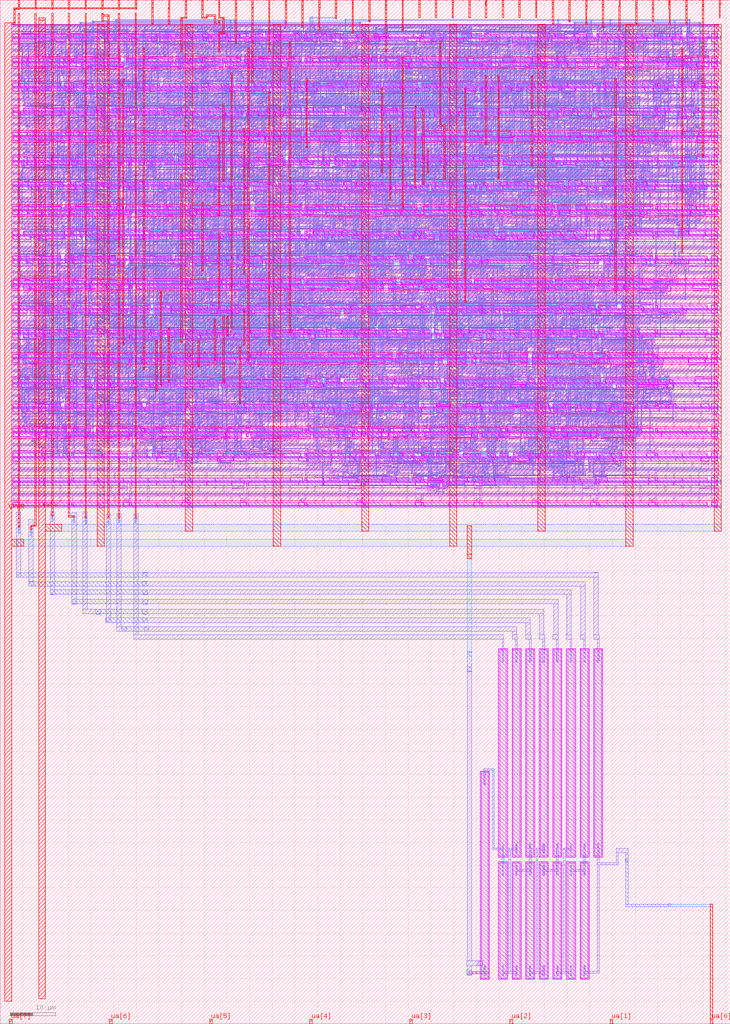
<source format=lef>
MACRO tt_um_dvxf_dj8v_dac
  CLASS BLOCK ;
  FOREIGN tt_um_dvxf_dj8v_dac ;
  ORIGIN 0.000 0.000 ;
  SIZE 161.000 BY 225.760 ;
  PIN clk
    DIRECTION INPUT ;
    USE SIGNAL ;
    ANTENNAGATEAREA 0.852000 ;
    PORT
      LAYER met4 ;
        RECT 154.870 224.760 155.170 225.760 ;
    END
  END clk
  PIN ena
    DIRECTION INPUT ;
    USE SIGNAL ;
    PORT
      LAYER met4 ;
        RECT 158.550 224.760 158.850 225.760 ;
    END
  END ena
  PIN rst_n
    DIRECTION INPUT ;
    USE SIGNAL ;
    ANTENNAGATEAREA 0.196500 ;
    PORT
      LAYER met4 ;
        RECT 151.190 224.760 151.490 225.760 ;
    END
  END rst_n
  PIN ua[0]
    DIRECTION INOUT ;
    USE SIGNAL ;
    PORT
      LAYER met4 ;
        RECT 156.560 0.000 157.160 1.000 ;
    END
  END ua[0]
  PIN ua[1]
    DIRECTION INOUT ;
    USE SIGNAL ;
    PORT
      LAYER met4 ;
        RECT 134.480 0.000 135.080 1.000 ;
    END
  END ua[1]
  PIN ua[2]
    DIRECTION INOUT ;
    USE SIGNAL ;
    PORT
      LAYER met4 ;
        RECT 112.400 0.000 113.000 1.000 ;
    END
  END ua[2]
  PIN ua[3]
    DIRECTION INOUT ;
    USE SIGNAL ;
    PORT
      LAYER met4 ;
        RECT 90.320 0.000 90.920 1.000 ;
    END
  END ua[3]
  PIN ua[4]
    DIRECTION INOUT ;
    USE SIGNAL ;
    PORT
      LAYER met4 ;
        RECT 68.240 0.000 68.840 1.000 ;
    END
  END ua[4]
  PIN ua[5]
    DIRECTION INOUT ;
    USE SIGNAL ;
    PORT
      LAYER met4 ;
        RECT 46.160 0.000 46.760 1.000 ;
    END
  END ua[5]
  PIN ua[6]
    DIRECTION INOUT ;
    USE SIGNAL ;
    PORT
      LAYER met4 ;
        RECT 24.080 0.000 24.680 1.000 ;
    END
  END ua[6]
  PIN ua[7]
    DIRECTION INOUT ;
    USE SIGNAL ;
    PORT
      LAYER met4 ;
        RECT 2.000 0.000 2.600 1.000 ;
    END
  END ua[7]
  PIN ui_in[0]
    DIRECTION INPUT ;
    USE SIGNAL ;
    ANTENNAGATEAREA 0.196500 ;
    PORT
      LAYER met4 ;
        RECT 147.510 224.760 147.810 225.760 ;
    END
  END ui_in[0]
  PIN ui_in[1]
    DIRECTION INPUT ;
    USE SIGNAL ;
    ANTENNAGATEAREA 0.196500 ;
    PORT
      LAYER met4 ;
        RECT 143.830 224.760 144.130 225.760 ;
    END
  END ui_in[1]
  PIN ui_in[2]
    DIRECTION INPUT ;
    USE SIGNAL ;
    ANTENNAGATEAREA 0.196500 ;
    PORT
      LAYER met4 ;
        RECT 140.150 224.760 140.450 225.760 ;
    END
  END ui_in[2]
  PIN ui_in[3]
    DIRECTION INPUT ;
    USE SIGNAL ;
    ANTENNAGATEAREA 0.196500 ;
    PORT
      LAYER met4 ;
        RECT 136.470 224.760 136.770 225.760 ;
    END
  END ui_in[3]
  PIN ui_in[4]
    DIRECTION INPUT ;
    USE SIGNAL ;
    ANTENNAGATEAREA 0.196500 ;
    PORT
      LAYER met4 ;
        RECT 132.790 224.760 133.090 225.760 ;
    END
  END ui_in[4]
  PIN ui_in[5]
    DIRECTION INPUT ;
    USE SIGNAL ;
    ANTENNAGATEAREA 0.196500 ;
    PORT
      LAYER met4 ;
        RECT 129.110 224.760 129.410 225.760 ;
    END
  END ui_in[5]
  PIN ui_in[6]
    DIRECTION INPUT ;
    USE SIGNAL ;
    ANTENNAGATEAREA 0.196500 ;
    PORT
      LAYER met4 ;
        RECT 125.430 224.760 125.730 225.760 ;
    END
  END ui_in[6]
  PIN ui_in[7]
    DIRECTION INPUT ;
    USE SIGNAL ;
    ANTENNAGATEAREA 0.196500 ;
    PORT
      LAYER met4 ;
        RECT 121.750 224.760 122.050 225.760 ;
    END
  END ui_in[7]
  PIN uio_in[0]
    DIRECTION INPUT ;
    USE SIGNAL ;
    PORT
      LAYER met4 ;
        RECT 118.070 224.760 118.370 225.760 ;
    END
  END uio_in[0]
  PIN uio_in[1]
    DIRECTION INPUT ;
    USE SIGNAL ;
    PORT
      LAYER met4 ;
        RECT 114.390 224.760 114.690 225.760 ;
    END
  END uio_in[1]
  PIN uio_in[2]
    DIRECTION INPUT ;
    USE SIGNAL ;
    PORT
      LAYER met4 ;
        RECT 110.710 224.760 111.010 225.760 ;
    END
  END uio_in[2]
  PIN uio_in[3]
    DIRECTION INPUT ;
    USE SIGNAL ;
    PORT
      LAYER met4 ;
        RECT 107.030 224.760 107.330 225.760 ;
    END
  END uio_in[3]
  PIN uio_in[4]
    DIRECTION INPUT ;
    USE SIGNAL ;
    PORT
      LAYER met4 ;
        RECT 103.350 224.760 103.650 225.760 ;
    END
  END uio_in[4]
  PIN uio_in[5]
    DIRECTION INPUT ;
    USE SIGNAL ;
    PORT
      LAYER met4 ;
        RECT 99.670 224.760 99.970 225.760 ;
    END
  END uio_in[5]
  PIN uio_in[6]
    DIRECTION INPUT ;
    USE SIGNAL ;
    PORT
      LAYER met4 ;
        RECT 95.990 224.760 96.290 225.760 ;
    END
  END uio_in[6]
  PIN uio_in[7]
    DIRECTION INPUT ;
    USE SIGNAL ;
    PORT
      LAYER met4 ;
        RECT 92.310 224.760 92.610 225.760 ;
    END
  END uio_in[7]
  PIN uio_oe[0]
    DIRECTION OUTPUT ;
    USE SIGNAL ;
    ANTENNAGATEAREA 662.271484 ;
    ANTENNADIFFAREA 1022.153198 ;
    PORT
      LAYER met4 ;
        RECT 29.750 224.760 30.050 225.760 ;
    END
  END uio_oe[0]
  PIN uio_oe[1]
    DIRECTION OUTPUT ;
    USE SIGNAL ;
    ANTENNAGATEAREA 662.271484 ;
    ANTENNADIFFAREA 1022.153198 ;
    PORT
      LAYER met4 ;
        RECT 26.070 224.760 26.370 225.760 ;
    END
  END uio_oe[1]
  PIN uio_oe[2]
    DIRECTION OUTPUT ;
    USE SIGNAL ;
    ANTENNAGATEAREA 662.271484 ;
    ANTENNADIFFAREA 1022.153198 ;
    PORT
      LAYER met4 ;
        RECT 22.390 224.760 22.690 225.760 ;
    END
  END uio_oe[2]
  PIN uio_oe[3]
    DIRECTION OUTPUT ;
    USE SIGNAL ;
    ANTENNAGATEAREA 662.271484 ;
    ANTENNADIFFAREA 1022.153198 ;
    PORT
      LAYER met4 ;
        RECT 18.710 224.760 19.010 225.760 ;
    END
  END uio_oe[3]
  PIN uio_oe[4]
    DIRECTION OUTPUT ;
    USE SIGNAL ;
    ANTENNAGATEAREA 662.271484 ;
    ANTENNADIFFAREA 1022.153198 ;
    PORT
      LAYER met4 ;
        RECT 15.030 224.760 15.330 225.760 ;
    END
  END uio_oe[4]
  PIN uio_oe[5]
    DIRECTION OUTPUT ;
    USE SIGNAL ;
    ANTENNAGATEAREA 662.271484 ;
    ANTENNADIFFAREA 1022.153198 ;
    PORT
      LAYER met4 ;
        RECT 11.350 224.760 11.650 225.760 ;
    END
  END uio_oe[5]
  PIN uio_oe[6]
    DIRECTION OUTPUT ;
    USE SIGNAL ;
    ANTENNAGATEAREA 662.271484 ;
    ANTENNADIFFAREA 1022.153198 ;
    PORT
      LAYER met4 ;
        RECT 7.670 224.760 7.970 225.760 ;
    END
  END uio_oe[6]
  PIN uio_oe[7]
    DIRECTION OUTPUT ;
    USE SIGNAL ;
    ANTENNAGATEAREA 662.271484 ;
    ANTENNADIFFAREA 1022.153198 ;
    PORT
      LAYER met4 ;
        RECT 3.990 224.760 4.290 225.760 ;
    END
  END uio_oe[7]
  PIN uio_out[0]
    DIRECTION OUTPUT ;
    USE SIGNAL ;
    ANTENNADIFFAREA 0.795200 ;
    PORT
      LAYER met4 ;
        RECT 59.190 224.760 59.490 225.760 ;
    END
  END uio_out[0]
  PIN uio_out[1]
    DIRECTION OUTPUT ;
    USE SIGNAL ;
    ANTENNADIFFAREA 0.795200 ;
    PORT
      LAYER met4 ;
        RECT 55.510 224.760 55.810 225.760 ;
    END
  END uio_out[1]
  PIN uio_out[2]
    DIRECTION OUTPUT ;
    USE SIGNAL ;
    ANTENNADIFFAREA 0.795200 ;
    PORT
      LAYER met4 ;
        RECT 51.830 224.760 52.130 225.760 ;
    END
  END uio_out[2]
  PIN uio_out[3]
    DIRECTION OUTPUT ;
    USE SIGNAL ;
    ANTENNADIFFAREA 0.795200 ;
    PORT
      LAYER met4 ;
        RECT 48.150 224.760 48.450 225.760 ;
    END
  END uio_out[3]
  PIN uio_out[4]
    DIRECTION OUTPUT ;
    USE SIGNAL ;
    ANTENNADIFFAREA 0.795200 ;
    PORT
      LAYER met4 ;
        RECT 44.470 224.760 44.770 225.760 ;
    END
  END uio_out[4]
  PIN uio_out[5]
    DIRECTION OUTPUT ;
    USE SIGNAL ;
    ANTENNADIFFAREA 0.795200 ;
    PORT
      LAYER met4 ;
        RECT 40.790 224.760 41.090 225.760 ;
    END
  END uio_out[5]
  PIN uio_out[6]
    DIRECTION OUTPUT ;
    USE SIGNAL ;
    ANTENNADIFFAREA 0.795200 ;
    PORT
      LAYER met4 ;
        RECT 37.110 224.760 37.410 225.760 ;
    END
  END uio_out[6]
  PIN uio_out[7]
    DIRECTION OUTPUT ;
    USE SIGNAL ;
    ANTENNADIFFAREA 0.795200 ;
    PORT
      LAYER met4 ;
        RECT 33.430 224.760 33.730 225.760 ;
    END
  END uio_out[7]
  PIN uo_out[0]
    DIRECTION OUTPUT ;
    USE SIGNAL ;
    ANTENNAGATEAREA 0.126000 ;
    ANTENNADIFFAREA 0.795200 ;
    PORT
      LAYER met4 ;
        RECT 88.630 224.760 88.930 225.760 ;
    END
  END uo_out[0]
  PIN uo_out[1]
    DIRECTION OUTPUT ;
    USE SIGNAL ;
    ANTENNAGATEAREA 0.126000 ;
    ANTENNADIFFAREA 0.795200 ;
    PORT
      LAYER met4 ;
        RECT 84.950 224.760 85.250 225.760 ;
    END
  END uo_out[1]
  PIN uo_out[2]
    DIRECTION OUTPUT ;
    USE SIGNAL ;
    ANTENNAGATEAREA 0.126000 ;
    ANTENNADIFFAREA 0.795200 ;
    PORT
      LAYER met4 ;
        RECT 81.270 224.760 81.570 225.760 ;
    END
  END uo_out[2]
  PIN uo_out[3]
    DIRECTION OUTPUT ;
    USE SIGNAL ;
    ANTENNAGATEAREA 0.126000 ;
    ANTENNADIFFAREA 0.795200 ;
    PORT
      LAYER met4 ;
        RECT 77.590 224.760 77.890 225.760 ;
    END
  END uo_out[3]
  PIN uo_out[4]
    DIRECTION OUTPUT ;
    USE SIGNAL ;
    ANTENNAGATEAREA 0.126000 ;
    ANTENNADIFFAREA 0.795200 ;
    PORT
      LAYER met4 ;
        RECT 73.910 224.760 74.210 225.760 ;
    END
  END uo_out[4]
  PIN uo_out[5]
    DIRECTION OUTPUT ;
    USE SIGNAL ;
    ANTENNAGATEAREA 0.126000 ;
    ANTENNADIFFAREA 0.795200 ;
    PORT
      LAYER met4 ;
        RECT 70.230 224.760 70.530 225.760 ;
    END
  END uo_out[5]
  PIN uo_out[6]
    DIRECTION OUTPUT ;
    USE SIGNAL ;
    ANTENNAGATEAREA 0.126000 ;
    ANTENNADIFFAREA 0.795200 ;
    PORT
      LAYER met4 ;
        RECT 66.550 224.760 66.850 225.760 ;
    END
  END uo_out[6]
  PIN uo_out[7]
    DIRECTION OUTPUT ;
    USE SIGNAL ;
    ANTENNADIFFAREA 0.445500 ;
    PORT
      LAYER met4 ;
        RECT 62.870 224.760 63.170 225.760 ;
    END
  END uo_out[7]
  PIN VPWR
    DIRECTION INOUT ;
    USE POWER ;
    PORT
      LAYER met4 ;
        RECT 1.000 5.000 2.500 220.760 ;
    END
  END VPWR
  PIN VGND
    DIRECTION INOUT ;
    USE GROUND ;
    PORT
      LAYER met4 ;
        RECT 8.440 5.520 9.940 221.280 ;
    END
  END VGND
  OBS
      LAYER nwell ;
        RECT 2.560 218.755 158.420 220.360 ;
      LAYER pwell ;
        RECT 2.755 217.555 4.125 218.365 ;
        RECT 4.685 218.355 7.285 218.465 ;
        RECT 4.685 218.235 8.700 218.355 ;
        RECT 13.345 218.235 14.265 218.455 ;
        RECT 4.685 217.555 15.625 218.235 ;
        RECT 15.645 217.640 16.075 218.425 ;
        RECT 16.095 218.235 17.440 218.465 ;
        RECT 22.445 218.235 23.375 218.455 ;
        RECT 26.095 218.235 28.305 218.465 ;
        RECT 16.095 217.555 17.925 218.235 ;
        RECT 17.935 217.555 28.305 218.235 ;
        RECT 28.525 217.640 28.955 218.425 ;
        RECT 28.975 218.235 29.905 218.465 ;
        RECT 28.975 217.555 32.875 218.235 ;
        RECT 33.115 217.555 34.485 218.335 ;
        RECT 40.455 218.235 41.385 218.465 ;
        RECT 34.505 217.555 37.245 218.235 ;
        RECT 37.485 217.555 41.385 218.235 ;
        RECT 41.405 217.640 41.835 218.425 ;
        RECT 41.855 217.555 44.595 218.235 ;
        RECT 44.615 217.555 45.985 218.335 ;
        RECT 49.195 218.235 50.125 218.465 ;
        RECT 46.225 217.555 50.125 218.235 ;
        RECT 50.135 217.555 52.875 218.235 ;
        RECT 52.895 217.555 54.265 218.365 ;
        RECT 54.285 217.640 54.715 218.425 ;
        RECT 64.705 218.235 65.635 218.465 ;
        RECT 55.205 217.555 57.945 218.235 ;
        RECT 58.875 217.555 61.615 218.235 ;
        RECT 61.635 217.555 64.375 218.235 ;
        RECT 64.705 217.555 66.540 218.235 ;
        RECT 67.165 217.640 67.595 218.425 ;
        RECT 69.690 218.235 70.825 218.465 ;
        RECT 67.615 217.555 70.825 218.235 ;
        RECT 70.835 218.235 71.755 218.465 ;
        RECT 73.620 218.235 74.965 218.465 ;
        RECT 70.835 217.555 73.125 218.235 ;
        RECT 73.135 217.555 74.965 218.235 ;
        RECT 74.975 217.555 78.645 218.365 ;
        RECT 78.655 217.555 80.025 218.365 ;
        RECT 80.045 217.640 80.475 218.425 ;
        RECT 80.495 217.555 82.325 218.365 ;
        RECT 82.335 218.265 83.265 218.465 ;
        RECT 84.600 218.265 85.545 218.465 ;
        RECT 82.335 217.785 85.545 218.265 ;
        RECT 82.475 217.585 85.545 217.785 ;
        RECT 2.895 217.345 3.065 217.555 ;
        RECT 4.275 217.505 4.445 217.535 ;
        RECT 4.270 217.395 4.445 217.505 ;
        RECT 14.850 217.395 14.970 217.505 ;
        RECT 4.275 217.345 4.445 217.395 ;
        RECT 15.315 217.345 15.485 217.555 ;
        RECT 16.695 217.345 16.865 217.535 ;
        RECT 17.615 217.365 17.785 217.555 ;
        RECT 18.075 217.365 18.245 217.555 ;
        RECT 18.350 217.345 18.520 217.535 ;
        RECT 22.225 217.390 22.385 217.500 ;
        RECT 23.410 217.345 23.580 217.535 ;
        RECT 27.275 217.345 27.445 217.535 ;
        RECT 29.115 217.345 29.285 217.535 ;
        RECT 29.390 217.365 29.560 217.555 ;
        RECT 33.255 217.365 33.425 217.555 ;
        RECT 33.900 217.345 34.070 217.535 ;
        RECT 34.630 217.395 34.750 217.505 ;
        RECT 36.935 217.365 37.105 217.555 ;
        RECT 40.800 217.365 40.970 217.555 ;
        RECT 41.995 217.365 42.165 217.555 ;
        RECT 45.215 217.345 45.385 217.535 ;
        RECT 45.675 217.505 45.845 217.555 ;
        RECT 45.670 217.395 45.845 217.505 ;
        RECT 45.675 217.365 45.845 217.395 ;
        RECT 46.410 217.345 46.580 217.535 ;
        RECT 49.540 217.365 49.710 217.555 ;
        RECT 50.275 217.365 50.445 217.555 ;
        RECT 50.550 217.345 50.720 217.535 ;
        RECT 53.035 217.365 53.205 217.555 ;
        RECT 54.870 217.395 54.990 217.505 ;
        RECT 55.150 217.345 55.320 217.535 ;
        RECT 57.635 217.365 57.805 217.555 ;
        RECT 58.105 217.400 58.265 217.510 ;
        RECT 59.015 217.345 59.185 217.555 ;
        RECT 60.670 217.345 60.840 217.535 ;
        RECT 61.775 217.365 61.945 217.555 ;
        RECT 66.375 217.535 66.540 217.555 ;
        RECT 66.375 217.365 66.545 217.535 ;
        RECT 66.835 217.505 67.005 217.535 ;
        RECT 66.830 217.395 67.005 217.505 ;
        RECT 67.290 217.395 67.410 217.505 ;
        RECT 66.835 217.345 67.005 217.395 ;
        RECT 67.755 217.345 67.925 217.555 ;
        RECT 70.050 217.395 70.170 217.505 ;
        RECT 70.515 217.345 70.685 217.535 ;
        RECT 72.815 217.365 72.985 217.555 ;
        RECT 73.275 217.345 73.445 217.555 ;
        RECT 75.115 217.505 75.285 217.555 ;
        RECT 75.110 217.395 75.285 217.505 ;
        RECT 75.115 217.365 75.285 217.395 ;
        RECT 75.580 217.345 75.750 217.535 ;
        RECT 78.795 217.365 78.965 217.555 ;
        RECT 79.265 217.390 79.425 217.500 ;
        RECT 80.635 217.365 80.805 217.555 ;
        RECT 82.475 217.365 82.645 217.585 ;
        RECT 84.600 217.555 85.545 217.585 ;
        RECT 85.555 217.555 91.065 218.365 ;
        RECT 91.075 217.555 92.905 218.365 ;
        RECT 92.925 217.640 93.355 218.425 ;
        RECT 93.385 217.555 97.045 218.465 ;
        RECT 97.055 217.555 100.725 218.365 ;
        RECT 101.755 217.555 103.945 218.465 ;
        RECT 103.955 217.555 105.785 218.365 ;
        RECT 105.805 217.640 106.235 218.425 ;
        RECT 106.715 218.235 107.645 218.465 ;
        RECT 106.715 217.555 109.465 218.235 ;
        RECT 109.475 217.555 114.985 218.365 ;
        RECT 114.995 217.555 118.665 218.365 ;
        RECT 118.685 217.640 119.115 218.425 ;
        RECT 119.135 217.555 122.345 218.465 ;
        RECT 122.355 217.555 123.725 218.335 ;
        RECT 123.735 217.555 126.485 218.365 ;
        RECT 126.495 218.235 127.425 218.465 ;
        RECT 126.495 217.555 129.245 218.235 ;
        RECT 129.255 217.555 130.625 218.335 ;
        RECT 131.565 217.640 131.995 218.425 ;
        RECT 132.015 217.555 133.385 218.335 ;
        RECT 133.395 218.235 134.325 218.465 ;
        RECT 133.395 217.555 136.145 218.235 ;
        RECT 136.155 217.555 137.525 218.335 ;
        RECT 137.535 217.555 138.905 218.335 ;
        RECT 138.915 217.555 140.285 218.365 ;
        RECT 140.295 217.555 141.665 218.335 ;
        RECT 141.675 217.555 144.425 218.365 ;
        RECT 144.445 217.640 144.875 218.425 ;
        RECT 144.895 217.555 147.505 218.465 ;
        RECT 147.655 217.555 149.025 218.335 ;
        RECT 149.035 217.555 150.405 218.335 ;
        RECT 151.335 217.555 152.705 218.335 ;
        RECT 152.715 217.555 156.385 218.365 ;
        RECT 156.855 217.555 158.225 218.365 ;
        RECT 83.395 217.345 83.565 217.535 ;
        RECT 83.855 217.345 84.025 217.535 ;
        RECT 85.695 217.365 85.865 217.555 ;
        RECT 89.375 217.345 89.545 217.535 ;
        RECT 91.215 217.365 91.385 217.555 ;
        RECT 92.130 217.395 92.250 217.505 ;
        RECT 92.595 217.345 92.765 217.535 ;
        RECT 93.510 217.365 93.680 217.555 ;
        RECT 97.195 217.345 97.365 217.555 ;
        RECT 97.655 217.345 97.825 217.535 ;
        RECT 100.410 217.395 100.530 217.505 ;
        RECT 100.885 217.400 101.045 217.510 ;
        RECT 101.790 217.345 101.960 217.535 ;
        RECT 102.255 217.345 102.425 217.535 ;
        RECT 103.630 217.365 103.800 217.555 ;
        RECT 104.095 217.365 104.265 217.555 ;
        RECT 106.390 217.395 106.510 217.505 ;
        RECT 109.155 217.345 109.325 217.555 ;
        RECT 109.615 217.345 109.785 217.555 ;
        RECT 112.370 217.395 112.490 217.505 ;
        RECT 115.135 217.365 115.305 217.555 ;
        RECT 119.280 217.535 119.450 217.555 ;
        RECT 116.050 217.345 116.220 217.535 ;
        RECT 2.755 216.535 4.125 217.345 ;
        RECT 4.135 216.665 14.505 217.345 ;
        RECT 8.645 216.445 9.575 216.665 ;
        RECT 12.295 216.435 14.505 216.665 ;
        RECT 15.175 216.565 16.545 217.345 ;
        RECT 16.555 216.565 17.925 217.345 ;
        RECT 17.935 216.665 21.835 217.345 ;
        RECT 22.995 216.665 26.895 217.345 ;
        RECT 17.935 216.435 18.865 216.665 ;
        RECT 22.995 216.435 23.925 216.665 ;
        RECT 27.135 216.565 28.505 217.345 ;
        RECT 28.525 216.475 28.955 217.260 ;
        RECT 28.975 216.565 30.345 217.345 ;
        RECT 30.585 216.665 34.485 217.345 ;
        RECT 33.555 216.435 34.485 216.665 ;
        RECT 35.155 216.665 45.525 217.345 ;
        RECT 45.995 216.665 49.895 217.345 ;
        RECT 50.135 216.665 54.035 217.345 ;
        RECT 35.155 216.435 37.365 216.665 ;
        RECT 40.085 216.445 41.015 216.665 ;
        RECT 45.995 216.435 46.925 216.665 ;
        RECT 50.135 216.435 51.065 216.665 ;
        RECT 54.285 216.475 54.715 217.260 ;
        RECT 54.735 216.665 58.635 217.345 ;
        RECT 54.735 216.435 55.665 216.665 ;
        RECT 58.875 216.535 60.245 217.345 ;
        RECT 60.255 216.665 64.155 217.345 ;
        RECT 64.405 216.665 67.145 217.345 ;
        RECT 67.615 216.665 69.905 217.345 ;
        RECT 70.375 216.665 73.115 217.345 ;
        RECT 60.255 216.435 61.185 216.665 ;
        RECT 68.985 216.435 69.905 216.665 ;
        RECT 73.135 216.535 74.965 217.345 ;
        RECT 75.435 216.435 79.090 217.345 ;
        RECT 80.045 216.475 80.475 217.260 ;
        RECT 80.495 216.665 83.705 217.345 ;
        RECT 80.495 216.435 81.630 216.665 ;
        RECT 83.715 216.535 89.225 217.345 ;
        RECT 89.235 216.535 91.985 217.345 ;
        RECT 92.455 216.435 95.205 217.345 ;
        RECT 95.215 216.665 97.505 217.345 ;
        RECT 95.215 216.435 96.135 216.665 ;
        RECT 97.515 216.535 100.265 217.345 ;
        RECT 100.755 216.435 102.105 217.345 ;
        RECT 102.115 216.535 105.785 217.345 ;
        RECT 105.805 216.475 106.235 217.260 ;
        RECT 106.255 216.665 109.465 217.345 ;
        RECT 106.255 216.435 107.390 216.665 ;
        RECT 109.475 216.535 112.225 217.345 ;
        RECT 112.890 216.435 116.365 217.345 ;
        RECT 116.520 217.315 116.690 217.535 ;
        RECT 119.275 217.365 119.450 217.535 ;
        RECT 121.110 217.395 121.230 217.505 ;
        RECT 119.275 217.345 119.445 217.365 ;
        RECT 121.580 217.345 121.750 217.535 ;
        RECT 123.415 217.365 123.585 217.555 ;
        RECT 123.875 217.365 124.045 217.555 ;
        RECT 124.795 217.345 124.965 217.535 ;
        RECT 127.555 217.345 127.725 217.535 ;
        RECT 128.935 217.365 129.105 217.555 ;
        RECT 129.395 217.345 129.565 217.535 ;
        RECT 130.315 217.365 130.485 217.555 ;
        RECT 130.785 217.400 130.945 217.510 ;
        RECT 131.230 217.395 131.350 217.505 ;
        RECT 132.150 217.395 132.270 217.505 ;
        RECT 132.610 217.345 132.780 217.535 ;
        RECT 133.075 217.365 133.245 217.555 ;
        RECT 133.995 217.345 134.165 217.535 ;
        RECT 135.835 217.365 136.005 217.555 ;
        RECT 137.215 217.365 137.385 217.555 ;
        RECT 138.595 217.365 138.765 217.555 ;
        RECT 139.055 217.365 139.225 217.555 ;
        RECT 139.970 217.345 140.140 217.535 ;
        RECT 140.435 217.365 140.605 217.555 ;
        RECT 141.815 217.365 141.985 217.555 ;
        RECT 118.180 217.315 119.125 217.345 ;
        RECT 116.375 216.635 119.125 217.315 ;
        RECT 118.180 216.435 119.125 216.635 ;
        RECT 119.135 216.535 120.965 217.345 ;
        RECT 121.435 216.435 124.355 217.345 ;
        RECT 124.665 216.435 127.395 217.345 ;
        RECT 127.430 216.435 129.245 217.345 ;
        RECT 129.255 216.535 131.085 217.345 ;
        RECT 131.565 216.475 131.995 217.260 ;
        RECT 132.495 216.435 133.845 217.345 ;
        RECT 133.855 216.535 136.605 217.345 ;
        RECT 136.630 216.435 140.285 217.345 ;
        RECT 140.295 217.315 141.250 217.345 ;
        RECT 142.280 217.315 142.450 217.535 ;
        RECT 142.735 217.345 142.905 217.535 ;
        RECT 145.040 217.365 145.210 217.555 ;
        RECT 148.255 217.345 148.425 217.535 ;
        RECT 148.715 217.365 148.885 217.555 ;
        RECT 150.095 217.505 150.265 217.555 ;
        RECT 150.090 217.395 150.265 217.505 ;
        RECT 150.095 217.365 150.265 217.395 ;
        RECT 150.555 217.345 150.725 217.535 ;
        RECT 152.395 217.365 152.565 217.555 ;
        RECT 152.855 217.365 153.025 217.555 ;
        RECT 153.315 217.345 153.485 217.535 ;
        RECT 156.085 217.390 156.245 217.500 ;
        RECT 156.530 217.395 156.650 217.505 ;
        RECT 157.915 217.345 158.085 217.555 ;
        RECT 140.295 216.635 142.575 217.315 ;
        RECT 140.295 216.435 141.250 216.635 ;
        RECT 142.595 216.535 148.105 217.345 ;
        RECT 148.115 216.535 149.945 217.345 ;
        RECT 150.415 216.435 153.165 217.345 ;
        RECT 153.175 216.665 155.915 217.345 ;
        RECT 156.855 216.535 158.225 217.345 ;
      LAYER nwell ;
        RECT 2.560 213.315 158.420 216.145 ;
      LAYER pwell ;
        RECT 2.755 212.115 4.125 212.925 ;
        RECT 4.595 212.115 5.965 212.895 ;
        RECT 5.975 212.795 6.905 213.025 ;
        RECT 10.115 212.795 11.045 213.025 ;
        RECT 5.975 212.115 9.875 212.795 ;
        RECT 10.115 212.115 14.015 212.795 ;
        RECT 14.255 212.115 15.625 212.895 ;
        RECT 15.645 212.200 16.075 212.985 ;
        RECT 20.605 212.795 21.535 213.015 ;
        RECT 24.255 212.795 26.465 213.025 ;
        RECT 16.095 212.115 26.465 212.795 ;
        RECT 27.795 212.795 30.005 213.025 ;
        RECT 32.725 212.795 33.655 213.015 ;
        RECT 27.795 212.115 38.165 212.795 ;
        RECT 38.645 212.115 41.385 212.795 ;
        RECT 41.405 212.200 41.835 212.985 ;
        RECT 44.615 212.795 45.545 213.025 ;
        RECT 51.955 212.795 52.885 213.025 ;
        RECT 56.945 212.915 57.865 213.025 ;
        RECT 56.945 212.795 59.280 212.915 ;
        RECT 63.945 212.795 64.865 213.015 ;
        RECT 41.865 212.115 44.605 212.795 ;
        RECT 44.615 212.115 48.515 212.795 ;
        RECT 48.985 212.115 52.885 212.795 ;
        RECT 53.825 212.115 56.565 212.795 ;
        RECT 56.945 212.115 66.225 212.795 ;
        RECT 67.165 212.200 67.595 212.985 ;
        RECT 67.625 212.115 68.975 213.025 ;
        RECT 68.995 212.115 70.365 212.925 ;
        RECT 70.375 212.115 74.045 213.025 ;
        RECT 74.055 212.115 75.405 213.025 ;
        RECT 75.435 212.115 77.265 212.925 ;
        RECT 77.275 212.115 78.625 213.025 ;
        RECT 80.730 212.795 81.865 213.025 ;
        RECT 78.655 212.115 81.865 212.795 ;
        RECT 81.895 212.115 83.245 213.025 ;
        RECT 83.715 212.115 85.065 213.025 ;
        RECT 85.095 212.115 88.015 213.025 ;
        RECT 88.315 212.795 89.235 213.025 ;
        RECT 88.315 212.115 90.605 212.795 ;
        RECT 90.615 212.115 92.445 212.925 ;
        RECT 92.925 212.200 93.355 212.985 ;
        RECT 93.375 212.115 98.885 212.925 ;
        RECT 99.895 212.115 102.895 213.025 ;
        RECT 103.035 212.115 104.405 212.925 ;
        RECT 104.415 212.115 107.890 213.025 ;
        RECT 108.095 212.115 110.845 212.925 ;
        RECT 110.855 212.115 113.260 213.025 ;
        RECT 113.615 212.115 117.285 212.925 ;
        RECT 117.295 212.115 118.665 212.925 ;
        RECT 118.685 212.200 119.115 212.985 ;
        RECT 119.135 212.115 122.805 212.925 ;
        RECT 122.815 212.115 124.645 213.025 ;
        RECT 124.655 212.115 130.165 212.925 ;
        RECT 130.175 212.115 133.845 212.925 ;
        RECT 134.315 212.795 135.685 213.025 ;
        RECT 134.315 212.115 138.445 212.795 ;
        RECT 138.455 212.115 143.965 212.925 ;
        RECT 144.445 212.200 144.875 212.985 ;
        RECT 144.895 212.115 147.680 213.025 ;
        RECT 148.115 212.115 150.855 212.795 ;
        RECT 150.875 212.115 152.245 212.925 ;
        RECT 152.335 212.115 154.545 213.025 ;
        RECT 155.015 212.115 156.365 213.025 ;
        RECT 156.855 212.115 158.225 212.925 ;
        RECT 2.895 211.905 3.065 212.115 ;
        RECT 4.270 211.955 4.390 212.065 ;
        RECT 4.735 211.905 4.905 212.115 ;
        RECT 6.390 211.925 6.560 212.115 ;
        RECT 10.530 211.925 10.700 212.115 ;
        RECT 15.315 211.905 15.485 212.115 ;
        RECT 16.235 211.925 16.405 212.115 ;
        RECT 18.075 211.905 18.245 212.095 ;
        RECT 26.825 211.960 26.985 212.070 ;
        RECT 27.745 211.950 27.905 212.060 ;
        RECT 29.110 211.955 29.230 212.065 ;
        RECT 29.575 211.905 29.745 212.095 ;
        RECT 37.855 211.925 38.025 212.115 ;
        RECT 38.310 211.955 38.430 212.065 ;
        RECT 40.155 211.905 40.325 212.095 ;
        RECT 41.075 211.925 41.245 212.115 ;
        RECT 44.295 211.925 44.465 212.115 ;
        RECT 45.030 211.925 45.200 212.115 ;
        RECT 49.350 211.955 49.470 212.065 ;
        RECT 51.195 211.905 51.365 212.095 ;
        RECT 52.300 211.925 52.470 212.115 ;
        RECT 53.045 211.960 53.205 212.070 ;
        RECT 53.955 211.905 54.125 212.095 ;
        RECT 55.150 211.905 55.320 212.095 ;
        RECT 56.255 211.925 56.425 212.115 ;
        RECT 59.010 211.955 59.130 212.065 ;
        RECT 61.775 211.905 61.945 212.095 ;
        RECT 62.235 211.905 62.405 212.095 ;
        RECT 63.615 211.905 63.785 212.095 ;
        RECT 65.915 211.925 66.085 212.115 ;
        RECT 66.385 211.960 66.545 212.070 ;
        RECT 67.755 211.925 67.925 212.115 ;
        RECT 69.135 211.905 69.305 212.115 ;
        RECT 70.520 211.925 70.690 212.115 ;
        RECT 74.655 211.905 74.825 212.095 ;
        RECT 75.120 211.925 75.290 212.115 ;
        RECT 75.575 211.925 75.745 212.115 ;
        RECT 78.340 211.925 78.510 212.115 ;
        RECT 78.795 211.925 78.965 212.115 ;
        RECT 80.635 211.905 80.805 212.095 ;
        RECT 82.930 211.925 83.100 212.115 ;
        RECT 83.390 211.955 83.510 212.065 ;
        RECT 84.780 211.925 84.950 212.115 ;
        RECT 85.240 211.925 85.410 212.115 ;
        RECT 86.155 211.905 86.325 212.095 ;
        RECT 2.755 211.095 4.125 211.905 ;
        RECT 4.595 211.225 14.965 211.905 ;
        RECT 9.105 211.005 10.035 211.225 ;
        RECT 12.755 210.995 14.965 211.225 ;
        RECT 15.175 211.095 17.925 211.905 ;
        RECT 17.935 211.225 27.215 211.905 ;
        RECT 19.295 211.005 20.215 211.225 ;
        RECT 24.880 211.105 27.215 211.225 ;
        RECT 26.295 210.995 27.215 211.105 ;
        RECT 28.525 211.035 28.955 211.820 ;
        RECT 29.435 211.225 39.805 211.905 ;
        RECT 40.015 211.225 49.205 211.905 ;
        RECT 33.945 211.005 34.875 211.225 ;
        RECT 37.595 210.995 39.805 211.225 ;
        RECT 44.525 211.005 45.455 211.225 ;
        RECT 48.285 210.995 49.205 211.225 ;
        RECT 49.675 211.225 51.505 211.905 ;
        RECT 51.525 211.225 54.265 211.905 ;
        RECT 49.675 210.995 51.020 211.225 ;
        RECT 54.285 211.035 54.715 211.820 ;
        RECT 54.735 211.225 58.635 211.905 ;
        RECT 59.345 211.225 62.085 211.905 ;
        RECT 54.735 210.995 55.665 211.225 ;
        RECT 62.105 210.995 63.455 211.905 ;
        RECT 63.475 211.095 68.985 211.905 ;
        RECT 68.995 211.095 74.505 211.905 ;
        RECT 74.515 211.095 80.025 211.905 ;
        RECT 80.045 211.035 80.475 211.820 ;
        RECT 80.495 211.095 86.005 211.905 ;
        RECT 86.015 211.095 87.845 211.905 ;
        RECT 87.990 211.875 88.160 212.095 ;
        RECT 90.295 211.925 90.465 212.115 ;
        RECT 90.755 211.925 90.925 212.115 ;
        RECT 92.595 212.065 92.765 212.095 ;
        RECT 92.590 211.955 92.765 212.065 ;
        RECT 92.595 211.905 92.765 211.955 ;
        RECT 93.515 211.925 93.685 212.115 ;
        RECT 96.270 211.905 96.440 212.095 ;
        RECT 96.735 211.905 96.905 212.095 ;
        RECT 99.045 211.960 99.205 212.070 ;
        RECT 99.955 211.925 100.125 212.115 ;
        RECT 100.875 211.905 101.045 212.095 ;
        RECT 103.175 211.925 103.345 212.115 ;
        RECT 104.560 212.095 104.730 212.115 ;
        RECT 104.555 211.925 104.730 212.095 ;
        RECT 104.555 211.905 104.725 211.925 ;
        RECT 106.395 211.905 106.565 212.095 ;
        RECT 108.235 211.925 108.405 212.115 ;
        RECT 110.995 211.925 111.165 212.115 ;
        RECT 112.830 211.905 113.000 212.095 ;
        RECT 113.295 211.905 113.465 212.095 ;
        RECT 113.755 211.925 113.925 212.115 ;
        RECT 89.190 211.875 90.145 211.905 ;
        RECT 87.865 211.195 90.145 211.875 ;
        RECT 89.190 210.995 90.145 211.195 ;
        RECT 90.155 210.995 92.905 211.905 ;
        RECT 93.110 210.995 96.585 211.905 ;
        RECT 96.595 210.995 100.655 211.905 ;
        RECT 100.735 211.095 104.405 211.905 ;
        RECT 104.415 211.095 105.785 211.905 ;
        RECT 105.805 211.035 106.235 211.820 ;
        RECT 106.255 211.095 109.925 211.905 ;
        RECT 110.225 210.995 113.145 211.905 ;
        RECT 113.155 211.225 116.825 211.905 ;
        RECT 116.980 211.875 117.150 212.095 ;
        RECT 117.435 211.925 117.605 212.115 ;
        RECT 119.275 211.925 119.445 212.115 ;
        RECT 120.655 211.905 120.825 212.095 ;
        RECT 122.960 211.925 123.130 212.115 ;
        RECT 124.795 212.095 124.965 212.115 ;
        RECT 123.410 211.955 123.530 212.065 ;
        RECT 124.795 211.925 124.970 212.095 ;
        RECT 124.800 211.905 124.970 211.925 ;
        RECT 127.090 211.905 127.260 212.095 ;
        RECT 127.555 211.905 127.725 212.095 ;
        RECT 130.315 211.925 130.485 212.115 ;
        RECT 131.230 211.955 131.350 212.065 ;
        RECT 133.990 211.955 134.110 212.065 ;
        RECT 134.445 211.925 134.615 212.115 ;
        RECT 135.380 211.905 135.550 212.095 ;
        RECT 135.835 211.905 136.005 212.095 ;
        RECT 138.595 211.905 138.765 212.115 ;
        RECT 141.815 211.905 141.985 212.095 ;
        RECT 144.110 211.955 144.230 212.065 ;
        RECT 145.045 211.925 145.215 212.115 ;
        RECT 147.335 211.905 147.505 212.095 ;
        RECT 148.255 211.925 148.425 212.115 ;
        RECT 151.015 212.065 151.185 212.115 ;
        RECT 151.010 211.955 151.185 212.065 ;
        RECT 151.015 211.925 151.185 211.955 ;
        RECT 151.480 211.905 151.650 212.095 ;
        RECT 153.775 211.905 153.945 212.095 ;
        RECT 154.230 211.925 154.400 212.115 ;
        RECT 154.690 211.955 154.810 212.065 ;
        RECT 156.080 211.925 156.250 212.115 ;
        RECT 156.530 211.955 156.650 212.065 ;
        RECT 157.915 211.905 158.085 212.115 ;
        RECT 119.555 211.875 120.505 211.905 ;
        RECT 115.895 210.995 116.825 211.225 ;
        RECT 116.835 211.195 120.505 211.875 ;
        RECT 119.555 210.995 120.505 211.195 ;
        RECT 120.525 210.995 123.255 211.905 ;
        RECT 123.735 210.995 125.085 211.905 ;
        RECT 125.195 210.995 127.405 211.905 ;
        RECT 127.415 211.095 131.085 211.905 ;
        RECT 131.565 211.035 131.995 211.820 ;
        RECT 132.015 210.995 135.675 211.905 ;
        RECT 135.695 211.095 138.445 211.905 ;
        RECT 138.535 210.995 141.535 211.905 ;
        RECT 141.675 211.095 147.185 211.905 ;
        RECT 147.195 211.095 150.865 211.905 ;
        RECT 151.335 210.995 153.525 211.905 ;
        RECT 153.635 211.095 156.385 211.905 ;
        RECT 156.855 211.095 158.225 211.905 ;
      LAYER nwell ;
        RECT 2.560 207.875 158.420 210.705 ;
      LAYER pwell ;
        RECT 2.755 206.675 4.125 207.485 ;
        RECT 8.645 207.355 9.575 207.575 ;
        RECT 12.405 207.355 13.325 207.585 ;
        RECT 4.135 206.675 13.325 207.355 ;
        RECT 14.255 206.675 15.625 207.455 ;
        RECT 15.645 206.760 16.075 207.545 ;
        RECT 17.465 207.355 18.385 207.585 ;
        RECT 16.095 206.675 18.385 207.355 ;
        RECT 18.395 207.355 19.325 207.585 ;
        RECT 25.735 207.355 26.665 207.585 ;
        RECT 29.875 207.355 30.805 207.585 ;
        RECT 18.395 206.675 22.295 207.355 ;
        RECT 22.765 206.675 26.665 207.355 ;
        RECT 26.905 206.675 30.805 207.355 ;
        RECT 31.275 207.355 32.205 207.585 ;
        RECT 31.275 206.675 35.175 207.355 ;
        RECT 35.885 206.675 38.625 207.355 ;
        RECT 38.645 206.675 41.385 207.355 ;
        RECT 41.405 206.760 41.835 207.545 ;
        RECT 45.055 207.355 45.985 207.585 ;
        RECT 42.085 206.675 45.985 207.355 ;
        RECT 45.995 206.675 48.735 207.355 ;
        RECT 48.755 206.675 51.495 207.355 ;
        RECT 51.985 206.675 54.725 207.355 ;
        RECT 54.735 206.675 56.105 207.485 ;
        RECT 56.115 206.675 59.785 207.585 ;
        RECT 59.795 206.675 61.165 207.485 ;
        RECT 61.185 206.675 63.915 207.585 ;
        RECT 64.875 206.675 66.225 207.585 ;
        RECT 67.165 206.760 67.595 207.545 ;
        RECT 67.615 206.675 68.985 207.485 ;
        RECT 69.030 207.355 70.405 207.585 ;
        RECT 72.175 207.355 73.125 207.585 ;
        RECT 69.030 206.905 73.125 207.355 ;
        RECT 2.895 206.465 3.065 206.675 ;
        RECT 4.275 206.625 4.445 206.675 ;
        RECT 4.270 206.515 4.445 206.625 ;
        RECT 4.275 206.485 4.445 206.515 ;
        RECT 4.735 206.465 4.905 206.655 ;
        RECT 7.035 206.465 7.205 206.655 ;
        RECT 7.770 206.465 7.940 206.655 ;
        RECT 13.485 206.520 13.645 206.630 ;
        RECT 14.395 206.485 14.565 206.675 ;
        RECT 15.040 206.465 15.210 206.655 ;
        RECT 16.050 206.465 16.220 206.655 ;
        RECT 16.235 206.485 16.405 206.675 ;
        RECT 18.810 206.485 18.980 206.675 ;
        RECT 20.190 206.465 20.360 206.655 ;
        RECT 24.330 206.465 24.500 206.655 ;
        RECT 26.080 206.485 26.250 206.675 ;
        RECT 28.190 206.515 28.310 206.625 ;
        RECT 29.120 206.465 29.290 206.655 ;
        RECT 30.220 206.485 30.390 206.675 ;
        RECT 30.495 206.465 30.665 206.655 ;
        RECT 30.950 206.515 31.070 206.625 ;
        RECT 31.690 206.485 31.860 206.675 ;
        RECT 35.550 206.515 35.670 206.625 ;
        RECT 38.315 206.485 38.485 206.675 ;
        RECT 41.075 206.485 41.245 206.675 ;
        RECT 41.995 206.465 42.165 206.655 ;
        RECT 42.730 206.465 42.900 206.655 ;
        RECT 45.400 206.485 45.570 206.675 ;
        RECT 46.135 206.485 46.305 206.675 ;
        RECT 48.895 206.485 49.065 206.675 ;
        RECT 50.000 206.465 50.170 206.655 ;
        RECT 51.650 206.515 51.770 206.625 ;
        RECT 53.955 206.465 54.125 206.655 ;
        RECT 54.415 206.485 54.585 206.675 ;
        RECT 54.875 206.485 55.045 206.675 ;
        RECT 56.260 206.485 56.430 206.675 ;
        RECT 2.755 205.655 4.125 206.465 ;
        RECT 4.595 205.685 5.965 206.465 ;
        RECT 5.975 205.685 7.345 206.465 ;
        RECT 7.355 205.785 11.255 206.465 ;
        RECT 11.725 205.785 15.625 206.465 ;
        RECT 7.355 205.555 8.285 205.785 ;
        RECT 14.695 205.555 15.625 205.785 ;
        RECT 15.635 205.785 19.535 206.465 ;
        RECT 19.775 205.785 23.675 206.465 ;
        RECT 23.915 205.785 27.815 206.465 ;
        RECT 15.635 205.555 16.565 205.785 ;
        RECT 19.775 205.555 20.705 205.785 ;
        RECT 23.915 205.555 24.845 205.785 ;
        RECT 28.525 205.595 28.955 206.380 ;
        RECT 28.975 205.555 30.325 206.465 ;
        RECT 30.355 205.785 33.095 206.465 ;
        RECT 33.115 205.785 42.305 206.465 ;
        RECT 42.315 205.785 46.215 206.465 ;
        RECT 46.685 205.785 50.585 206.465 ;
        RECT 33.115 205.555 34.035 205.785 ;
        RECT 36.865 205.565 37.795 205.785 ;
        RECT 42.315 205.555 43.245 205.785 ;
        RECT 49.655 205.555 50.585 205.785 ;
        RECT 50.690 205.785 54.155 206.465 ;
        RECT 54.740 206.435 56.140 206.465 ;
        RECT 57.630 206.435 57.800 206.655 ;
        RECT 58.100 206.465 58.270 206.655 ;
        RECT 59.475 206.465 59.645 206.655 ;
        RECT 59.935 206.485 60.105 206.675 ;
        RECT 61.315 206.485 61.485 206.675 ;
        RECT 64.085 206.520 64.245 206.630 ;
        RECT 64.995 206.465 65.165 206.655 ;
        RECT 65.910 206.485 66.080 206.675 ;
        RECT 67.755 206.655 67.925 206.675 ;
        RECT 66.385 206.520 66.545 206.630 ;
        RECT 67.755 206.485 67.930 206.655 ;
        RECT 69.135 206.485 69.305 206.905 ;
        RECT 70.415 206.675 73.125 206.905 ;
        RECT 73.135 206.675 76.055 207.585 ;
        RECT 76.355 206.675 79.275 207.585 ;
        RECT 79.575 206.675 80.945 207.485 ;
        RECT 80.955 206.675 83.875 207.585 ;
        RECT 84.635 206.675 88.305 207.585 ;
        RECT 88.315 206.675 91.985 207.485 ;
        RECT 92.925 206.760 93.355 207.545 ;
        RECT 95.205 207.355 96.125 207.585 ;
        RECT 93.835 206.675 96.125 207.355 ;
        RECT 96.155 206.675 97.505 207.585 ;
        RECT 97.515 206.675 100.265 207.485 ;
        RECT 100.275 206.675 103.195 207.585 ;
        RECT 103.495 206.675 107.165 207.585 ;
        RECT 107.175 206.675 110.095 207.585 ;
        RECT 110.395 206.675 113.315 207.585 ;
        RECT 114.075 206.675 117.745 207.585 ;
        RECT 118.685 206.760 119.115 207.545 ;
        RECT 119.135 206.675 120.485 207.585 ;
        RECT 120.515 206.675 121.885 207.485 ;
        RECT 121.895 206.675 125.105 207.585 ;
        RECT 125.115 206.675 130.625 207.485 ;
        RECT 132.440 207.385 133.385 207.585 ;
        RECT 130.635 206.705 133.385 207.385 ;
        RECT 67.760 206.465 67.930 206.485 ;
        RECT 70.055 206.465 70.225 206.655 ;
        RECT 73.280 206.485 73.450 206.675 ;
        RECT 75.575 206.465 75.745 206.655 ;
        RECT 76.500 206.485 76.670 206.675 ;
        RECT 79.265 206.510 79.425 206.620 ;
        RECT 79.715 206.485 79.885 206.675 ;
        RECT 80.635 206.465 80.805 206.655 ;
        RECT 81.100 206.485 81.270 206.675 ;
        RECT 87.995 206.655 88.165 206.675 ;
        RECT 84.310 206.515 84.430 206.625 ;
        RECT 87.990 206.485 88.165 206.655 ;
        RECT 88.455 206.625 88.625 206.675 ;
        RECT 88.450 206.515 88.625 206.625 ;
        RECT 88.455 206.485 88.625 206.515 ;
        RECT 87.990 206.465 88.160 206.485 ;
        RECT 88.920 206.465 89.090 206.655 ;
        RECT 92.135 206.465 92.305 206.655 ;
        RECT 93.510 206.515 93.630 206.625 ;
        RECT 93.975 206.485 94.145 206.675 ;
        RECT 94.890 206.515 95.010 206.625 ;
        RECT 96.270 206.485 96.440 206.675 ;
        RECT 97.655 206.485 97.825 206.675 ;
        RECT 98.570 206.465 98.740 206.655 ;
        RECT 99.030 206.485 99.200 206.655 ;
        RECT 100.420 206.485 100.590 206.675 ;
        RECT 99.065 206.465 99.200 206.485 ;
        RECT 50.690 205.555 51.610 205.785 ;
        RECT 54.285 205.595 54.715 206.380 ;
        RECT 54.740 205.755 57.945 206.435 ;
        RECT 54.740 205.555 56.140 205.755 ;
        RECT 57.955 205.555 59.305 206.465 ;
        RECT 59.335 205.655 64.845 206.465 ;
        RECT 64.855 205.655 67.605 206.465 ;
        RECT 67.615 205.555 69.805 206.465 ;
        RECT 69.915 205.655 75.425 206.465 ;
        RECT 75.435 205.655 79.105 206.465 ;
        RECT 80.045 205.595 80.475 206.380 ;
        RECT 80.495 205.655 84.165 206.465 ;
        RECT 84.830 205.555 88.305 206.465 ;
        RECT 88.775 205.555 91.695 206.465 ;
        RECT 91.995 205.655 94.745 206.465 ;
        RECT 95.410 205.555 98.885 206.465 ;
        RECT 99.065 205.555 102.565 206.465 ;
        RECT 102.710 206.435 102.880 206.655 ;
        RECT 105.025 206.510 105.185 206.620 ;
        RECT 106.395 206.465 106.565 206.655 ;
        RECT 106.855 206.485 107.025 206.675 ;
        RECT 107.320 206.485 107.490 206.675 ;
        RECT 108.240 206.465 108.410 206.655 ;
        RECT 110.540 206.485 110.710 206.675 ;
        RECT 112.370 206.465 112.540 206.655 ;
        RECT 112.835 206.485 113.005 206.655 ;
        RECT 113.750 206.515 113.870 206.625 ;
        RECT 114.220 206.485 114.390 206.675 ;
        RECT 112.855 206.465 113.005 206.485 ;
        RECT 115.135 206.465 115.305 206.655 ;
        RECT 117.905 206.520 118.065 206.630 ;
        RECT 120.200 206.485 120.370 206.675 ;
        RECT 120.655 206.465 120.825 206.675 ;
        RECT 122.035 206.485 122.205 206.675 ;
        RECT 123.410 206.515 123.530 206.625 ;
        RECT 123.880 206.465 124.050 206.655 ;
        RECT 125.255 206.485 125.425 206.675 ;
        RECT 127.095 206.465 127.265 206.655 ;
        RECT 130.780 206.485 130.950 206.705 ;
        RECT 132.440 206.675 133.385 206.705 ;
        RECT 133.405 206.675 136.135 207.585 ;
        RECT 136.155 206.675 141.665 207.485 ;
        RECT 141.675 206.675 144.425 207.485 ;
        RECT 144.445 206.760 144.875 207.545 ;
        RECT 145.065 206.675 148.565 207.585 ;
        RECT 149.575 206.675 153.025 207.585 ;
        RECT 153.175 207.355 154.095 207.585 ;
        RECT 153.175 206.675 155.465 207.355 ;
        RECT 155.475 206.675 156.845 207.485 ;
        RECT 156.855 206.675 158.225 207.485 ;
        RECT 133.535 206.655 133.705 206.675 ;
        RECT 132.155 206.465 132.325 206.655 ;
        RECT 133.530 206.485 133.705 206.655 ;
        RECT 133.530 206.465 133.700 206.485 ;
        RECT 134.920 206.465 135.090 206.655 ;
        RECT 136.295 206.485 136.465 206.675 ;
        RECT 136.755 206.465 136.925 206.655 ;
        RECT 141.815 206.485 141.985 206.675 ;
        RECT 145.065 206.655 145.200 206.675 ;
        RECT 142.275 206.465 142.445 206.655 ;
        RECT 145.030 206.485 145.200 206.655 ;
        RECT 146.875 206.465 147.045 206.655 ;
        RECT 147.335 206.465 147.505 206.655 ;
        RECT 148.725 206.520 148.885 206.630 ;
        RECT 149.635 206.485 149.805 206.675 ;
        RECT 152.855 206.465 153.025 206.655 ;
        RECT 155.155 206.485 155.325 206.675 ;
        RECT 155.615 206.485 155.785 206.675 ;
        RECT 156.530 206.515 156.650 206.625 ;
        RECT 157.915 206.465 158.085 206.675 ;
        RECT 103.910 206.435 104.865 206.465 ;
        RECT 102.585 205.755 104.865 206.435 ;
        RECT 103.910 205.555 104.865 205.755 ;
        RECT 105.805 205.595 106.235 206.380 ;
        RECT 106.255 205.655 108.085 206.465 ;
        RECT 108.095 205.555 109.445 206.465 ;
        RECT 109.765 205.555 112.685 206.465 ;
        RECT 112.855 205.645 114.785 206.465 ;
        RECT 114.995 205.655 120.505 206.465 ;
        RECT 120.515 205.655 123.265 206.465 ;
        RECT 113.835 205.555 114.785 205.645 ;
        RECT 123.735 205.555 126.655 206.465 ;
        RECT 126.955 205.655 130.625 206.465 ;
        RECT 131.565 205.595 131.995 206.380 ;
        RECT 132.015 205.655 133.385 206.465 ;
        RECT 133.415 205.555 134.765 206.465 ;
        RECT 134.775 205.555 136.605 206.465 ;
        RECT 136.615 205.655 142.125 206.465 ;
        RECT 142.135 205.655 143.965 206.465 ;
        RECT 144.105 205.555 147.105 206.465 ;
        RECT 147.195 205.655 152.705 206.465 ;
        RECT 152.715 205.655 156.385 206.465 ;
        RECT 156.855 205.655 158.225 206.465 ;
      LAYER nwell ;
        RECT 2.560 202.435 158.420 205.265 ;
      LAYER pwell ;
        RECT 2.755 201.235 4.125 202.045 ;
        RECT 9.565 201.915 10.495 202.135 ;
        RECT 13.325 201.915 14.245 202.145 ;
        RECT 5.055 201.235 14.245 201.915 ;
        RECT 14.255 201.235 15.625 202.015 ;
        RECT 15.645 201.320 16.075 202.105 ;
        RECT 16.135 201.235 19.305 202.145 ;
        RECT 19.315 201.235 21.130 202.145 ;
        RECT 22.205 201.915 23.135 202.145 ;
        RECT 27.575 201.915 28.505 202.145 ;
        RECT 21.300 201.235 23.135 201.915 ;
        RECT 24.605 201.235 28.505 201.915 ;
        RECT 28.530 201.235 30.345 202.145 ;
        RECT 35.325 201.915 36.255 202.135 ;
        RECT 39.085 201.915 40.005 202.145 ;
        RECT 30.815 201.235 40.005 201.915 ;
        RECT 40.035 201.235 41.385 202.145 ;
        RECT 41.405 201.320 41.835 202.105 ;
        RECT 47.285 201.915 48.215 202.135 ;
        RECT 51.045 201.915 51.965 202.145 ;
        RECT 42.775 201.235 51.965 201.915 ;
        RECT 51.985 201.235 54.715 202.145 ;
        RECT 54.735 201.235 56.105 202.015 ;
        RECT 56.115 201.235 58.865 202.145 ;
        RECT 58.875 201.235 61.625 202.145 ;
        RECT 62.555 201.235 66.225 202.145 ;
        RECT 67.165 201.320 67.595 202.105 ;
        RECT 67.615 201.235 68.985 202.045 ;
        RECT 69.125 201.235 72.125 202.145 ;
        RECT 72.295 201.235 75.295 202.145 ;
        RECT 76.090 201.235 79.565 202.145 ;
        RECT 79.575 201.235 81.345 202.145 ;
        RECT 81.415 201.235 84.165 202.045 ;
        RECT 84.175 201.945 85.105 202.145 ;
        RECT 86.440 201.945 87.385 202.145 ;
        RECT 84.175 201.465 87.385 201.945 ;
        RECT 84.315 201.265 87.385 201.465 ;
        RECT 2.895 201.025 3.065 201.235 ;
        RECT 4.275 201.025 4.445 201.215 ;
        RECT 5.195 201.045 5.365 201.235 ;
        RECT 13.475 201.025 13.645 201.215 ;
        RECT 15.315 201.045 15.485 201.235 ;
        RECT 16.235 201.045 16.405 201.235 ;
        RECT 20.835 201.045 21.005 201.235 ;
        RECT 21.300 201.215 21.465 201.235 ;
        RECT 21.295 201.045 21.465 201.215 ;
        RECT 22.680 201.025 22.850 201.215 ;
        RECT 23.605 201.080 23.765 201.190 ;
        RECT 27.920 201.045 28.090 201.235 ;
        RECT 28.190 201.075 28.310 201.185 ;
        RECT 28.655 201.045 28.825 201.235 ;
        RECT 30.495 201.185 30.665 201.215 ;
        RECT 30.955 201.185 31.125 201.235 ;
        RECT 29.110 201.075 29.230 201.185 ;
        RECT 30.490 201.075 30.665 201.185 ;
        RECT 30.950 201.075 31.125 201.185 ;
        RECT 30.495 201.025 30.665 201.075 ;
        RECT 30.955 201.045 31.125 201.075 ;
        RECT 31.690 201.025 31.860 201.215 ;
        RECT 38.960 201.025 39.130 201.215 ;
        RECT 39.690 201.075 39.810 201.185 ;
        RECT 41.070 201.045 41.240 201.235 ;
        RECT 41.995 201.025 42.165 201.215 ;
        RECT 42.460 201.025 42.630 201.215 ;
        RECT 42.915 201.045 43.085 201.235 ;
        RECT 46.140 201.025 46.310 201.215 ;
        RECT 52.115 201.045 52.285 201.235 ;
        RECT 53.030 201.025 53.200 201.215 ;
        RECT 53.505 201.070 53.665 201.180 ;
        RECT 55.795 201.045 55.965 201.235 ;
        RECT 56.255 201.045 56.425 201.235 ;
        RECT 56.715 201.025 56.885 201.215 ;
        RECT 58.555 201.025 58.725 201.215 ;
        RECT 59.015 201.045 59.185 201.235 ;
        RECT 60.395 201.025 60.565 201.215 ;
        RECT 61.785 201.080 61.945 201.190 ;
        RECT 62.235 201.025 62.405 201.215 ;
        RECT 62.695 201.025 62.865 201.215 ;
        RECT 65.910 201.045 66.080 201.235 ;
        RECT 66.385 201.080 66.545 201.190 ;
        RECT 67.755 201.045 67.925 201.235 ;
        RECT 68.215 201.025 68.385 201.215 ;
        RECT 71.895 201.045 72.065 201.235 ;
        RECT 72.355 201.045 72.525 201.235 ;
        RECT 73.735 201.025 73.905 201.215 ;
        RECT 75.570 201.075 75.690 201.185 ;
        RECT 79.250 201.180 79.420 201.235 ;
        RECT 79.250 201.070 79.425 201.180 ;
        RECT 79.250 201.045 79.420 201.070 ;
        RECT 79.720 201.045 79.890 201.235 ;
        RECT 80.635 201.025 80.805 201.215 ;
        RECT 81.555 201.045 81.725 201.235 ;
        RECT 84.315 201.185 84.485 201.265 ;
        RECT 86.440 201.235 87.385 201.265 ;
        RECT 87.395 201.235 92.905 202.045 ;
        RECT 92.925 201.320 93.355 202.105 ;
        RECT 93.835 201.235 97.045 202.145 ;
        RECT 97.055 201.235 98.885 202.145 ;
        RECT 98.895 201.235 101.645 202.045 ;
        RECT 103.460 201.945 104.405 202.145 ;
        RECT 101.655 201.265 104.405 201.945 ;
        RECT 84.310 201.075 84.485 201.185 ;
        RECT 84.315 201.045 84.485 201.075 ;
        RECT 84.775 201.025 84.945 201.215 ;
        RECT 87.535 201.045 87.705 201.235 ;
        RECT 90.750 201.025 90.920 201.215 ;
        RECT 91.215 201.025 91.385 201.215 ;
        RECT 93.510 201.075 93.630 201.185 ;
        RECT 94.905 201.070 95.065 201.180 ;
        RECT 96.745 201.045 96.915 201.235 ;
        RECT 98.570 201.045 98.740 201.235 ;
        RECT 99.035 201.025 99.205 201.235 ;
        RECT 100.875 201.025 101.045 201.215 ;
        RECT 101.335 201.025 101.505 201.215 ;
        RECT 101.800 201.045 101.970 201.265 ;
        RECT 103.460 201.235 104.405 201.265 ;
        RECT 104.415 201.235 109.925 202.045 ;
        RECT 109.935 201.235 112.685 202.045 ;
        RECT 113.155 201.235 116.365 202.145 ;
        RECT 116.375 201.235 118.205 202.045 ;
        RECT 118.685 201.320 119.115 202.105 ;
        RECT 119.595 201.235 123.725 202.145 ;
        RECT 123.735 201.945 124.680 202.145 ;
        RECT 123.735 201.265 126.485 201.945 ;
        RECT 123.735 201.235 124.680 201.265 ;
        RECT 104.555 201.045 104.725 201.235 ;
        RECT 105.025 201.070 105.185 201.180 ;
        RECT 106.395 201.025 106.565 201.215 ;
        RECT 110.075 201.025 110.245 201.235 ;
        RECT 112.830 201.075 112.950 201.185 ;
        RECT 115.595 201.025 115.765 201.215 ;
        RECT 116.055 201.045 116.225 201.235 ;
        RECT 116.515 201.045 116.685 201.235 ;
        RECT 118.350 201.075 118.470 201.185 ;
        RECT 118.815 201.025 118.985 201.215 ;
        RECT 119.270 201.075 119.390 201.185 ;
        RECT 121.115 201.025 121.285 201.215 ;
        RECT 122.955 201.025 123.125 201.215 ;
        RECT 123.415 201.045 123.585 201.235 ;
        RECT 126.170 201.215 126.340 201.265 ;
        RECT 126.495 201.235 130.165 202.045 ;
        RECT 130.635 201.915 131.975 202.145 ;
        RECT 130.635 201.235 134.765 201.915 ;
        RECT 134.775 201.235 136.605 202.045 ;
        RECT 136.615 201.915 137.535 202.145 ;
        RECT 136.615 201.235 138.905 201.915 ;
        RECT 138.915 201.235 144.425 202.045 ;
        RECT 144.445 201.320 144.875 202.105 ;
        RECT 144.895 201.235 147.635 201.915 ;
        RECT 147.655 201.235 150.405 202.045 ;
        RECT 150.875 201.235 153.795 202.145 ;
        RECT 154.095 201.235 156.845 202.045 ;
        RECT 156.855 201.235 158.225 202.045 ;
        RECT 124.340 201.025 124.510 201.215 ;
        RECT 126.170 201.045 126.345 201.215 ;
        RECT 126.635 201.045 126.805 201.235 ;
        RECT 126.175 201.025 126.345 201.045 ;
        RECT 127.555 201.025 127.725 201.215 ;
        RECT 130.310 201.075 130.430 201.185 ;
        RECT 130.780 201.045 130.950 201.235 ;
        RECT 132.155 201.025 132.325 201.215 ;
        RECT 134.915 201.025 135.085 201.235 ;
        RECT 138.595 201.045 138.765 201.235 ;
        RECT 139.055 201.045 139.225 201.235 ;
        RECT 140.435 201.025 140.605 201.215 ;
        RECT 141.815 201.025 141.985 201.215 ;
        RECT 145.035 201.045 145.205 201.235 ;
        RECT 146.415 201.025 146.585 201.215 ;
        RECT 146.875 201.025 147.045 201.215 ;
        RECT 147.795 201.045 147.965 201.235 ;
        RECT 149.640 201.025 149.810 201.215 ;
        RECT 150.550 201.075 150.670 201.185 ;
        RECT 151.020 201.045 151.190 201.235 ;
        RECT 153.315 201.025 153.485 201.215 ;
        RECT 154.235 201.045 154.405 201.235 ;
        RECT 157.915 201.025 158.085 201.235 ;
        RECT 2.755 200.215 4.125 201.025 ;
        RECT 4.135 200.345 13.325 201.025 ;
        RECT 13.335 200.345 22.525 201.025 ;
        RECT 8.645 200.125 9.575 200.345 ;
        RECT 12.405 200.115 13.325 200.345 ;
        RECT 17.845 200.125 18.775 200.345 ;
        RECT 21.605 200.115 22.525 200.345 ;
        RECT 22.535 200.115 28.045 201.025 ;
        RECT 28.525 200.155 28.955 200.940 ;
        RECT 29.435 200.245 30.805 201.025 ;
        RECT 31.275 200.345 35.175 201.025 ;
        RECT 35.645 200.345 39.545 201.025 ;
        RECT 31.275 200.115 32.205 200.345 ;
        RECT 38.615 200.115 39.545 200.345 ;
        RECT 40.015 200.345 42.305 201.025 ;
        RECT 40.015 200.115 40.935 200.345 ;
        RECT 42.315 200.115 45.970 201.025 ;
        RECT 45.995 200.115 49.650 201.025 ;
        RECT 49.690 200.115 53.345 201.025 ;
        RECT 54.285 200.155 54.715 200.940 ;
        RECT 54.735 200.345 57.025 201.025 ;
        RECT 57.035 200.345 58.865 201.025 ;
        RECT 54.735 200.115 55.655 200.345 ;
        RECT 57.035 200.115 58.380 200.345 ;
        RECT 58.875 200.115 60.690 201.025 ;
        RECT 60.715 200.115 62.530 201.025 ;
        RECT 62.555 200.215 68.065 201.025 ;
        RECT 68.075 200.215 73.585 201.025 ;
        RECT 73.595 200.215 79.105 201.025 ;
        RECT 80.045 200.155 80.475 200.940 ;
        RECT 80.495 200.215 84.165 201.025 ;
        RECT 84.635 200.115 88.765 201.025 ;
        RECT 88.855 200.115 91.065 201.025 ;
        RECT 91.075 200.215 94.745 201.025 ;
        RECT 95.675 200.115 99.345 201.025 ;
        RECT 99.355 200.115 101.170 201.025 ;
        RECT 101.195 200.215 104.865 201.025 ;
        RECT 105.805 200.155 106.235 200.940 ;
        RECT 106.255 200.115 109.925 201.025 ;
        RECT 109.935 200.215 115.445 201.025 ;
        RECT 115.455 200.215 118.205 201.025 ;
        RECT 118.675 200.345 120.965 201.025 ;
        RECT 120.045 200.115 120.965 200.345 ;
        RECT 120.990 200.115 122.805 201.025 ;
        RECT 122.825 200.115 124.175 201.025 ;
        RECT 124.195 200.115 126.025 201.025 ;
        RECT 126.035 200.215 127.405 201.025 ;
        RECT 127.495 200.115 130.495 201.025 ;
        RECT 131.565 200.155 131.995 200.940 ;
        RECT 132.015 200.115 134.765 201.025 ;
        RECT 134.775 200.215 140.285 201.025 ;
        RECT 140.295 200.215 141.665 201.025 ;
        RECT 141.675 200.345 144.885 201.025 ;
        RECT 143.750 200.115 144.885 200.345 ;
        RECT 144.895 200.115 146.710 201.025 ;
        RECT 146.735 200.215 149.485 201.025 ;
        RECT 149.495 200.115 152.970 201.025 ;
        RECT 153.175 200.215 156.845 201.025 ;
        RECT 156.855 200.215 158.225 201.025 ;
      LAYER nwell ;
        RECT 2.560 196.995 158.420 199.825 ;
      LAYER pwell ;
        RECT 2.755 195.795 4.125 196.605 ;
        RECT 4.135 195.795 5.965 196.605 ;
        RECT 5.975 195.795 7.345 196.575 ;
        RECT 7.355 196.475 8.285 196.705 ;
        RECT 14.695 196.475 15.625 196.705 ;
        RECT 7.355 195.795 11.255 196.475 ;
        RECT 11.725 195.795 15.625 196.475 ;
        RECT 15.645 195.880 16.075 196.665 ;
        RECT 16.095 195.795 17.465 196.575 ;
        RECT 17.475 196.475 18.405 196.705 ;
        RECT 17.475 195.795 21.375 196.475 ;
        RECT 21.615 195.795 24.825 196.705 ;
        RECT 32.105 196.475 33.035 196.695 ;
        RECT 35.865 196.475 36.785 196.705 ;
        RECT 39.995 196.475 40.925 196.705 ;
        RECT 24.835 195.795 27.575 196.475 ;
        RECT 27.595 195.795 36.785 196.475 ;
        RECT 37.025 195.795 40.925 196.475 ;
        RECT 41.405 195.880 41.835 196.665 ;
        RECT 42.905 196.475 43.835 196.705 ;
        RECT 42.000 195.795 43.835 196.475 ;
        RECT 44.480 195.795 48.135 196.705 ;
        RECT 48.620 195.795 52.275 196.705 ;
        RECT 52.745 196.475 53.675 196.705 ;
        RECT 55.045 196.475 55.975 196.705 ;
        RECT 57.035 196.475 58.380 196.705 ;
        RECT 52.745 195.795 54.580 196.475 ;
        RECT 55.045 195.795 56.880 196.475 ;
        RECT 57.035 195.795 58.865 196.475 ;
        RECT 59.805 195.795 62.535 196.705 ;
        RECT 62.555 195.795 66.225 196.705 ;
        RECT 67.165 195.880 67.595 196.665 ;
        RECT 68.535 195.795 72.190 196.705 ;
        RECT 72.225 195.795 74.955 196.705 ;
        RECT 74.975 195.795 76.805 196.605 ;
        RECT 77.470 195.795 80.945 196.705 ;
        RECT 80.955 195.795 84.625 196.605 ;
        RECT 85.095 195.795 88.015 196.705 ;
        RECT 88.315 195.795 89.685 196.605 ;
        RECT 89.695 195.795 91.905 196.705 ;
        RECT 92.925 195.880 93.355 196.665 ;
        RECT 93.395 195.795 94.745 196.705 ;
        RECT 95.215 196.475 96.135 196.705 ;
        RECT 95.215 195.795 97.505 196.475 ;
        RECT 97.515 195.795 103.025 196.605 ;
        RECT 103.495 195.795 105.325 196.705 ;
        RECT 105.335 195.795 108.545 196.705 ;
        RECT 109.555 195.795 112.555 196.705 ;
        RECT 112.695 195.795 118.205 196.605 ;
        RECT 118.685 195.880 119.115 196.665 ;
        RECT 119.135 195.795 124.645 196.605 ;
        RECT 125.115 195.795 127.855 196.475 ;
        RECT 127.875 195.795 131.545 196.605 ;
        RECT 132.015 195.795 135.685 196.705 ;
        RECT 136.155 195.795 139.365 196.705 ;
        RECT 139.395 195.795 140.745 196.705 ;
        RECT 140.755 195.795 144.425 196.605 ;
        RECT 144.445 195.880 144.875 196.665 ;
        RECT 144.895 195.795 150.405 196.605 ;
        RECT 150.415 195.795 154.070 196.705 ;
        RECT 154.095 195.795 156.845 196.605 ;
        RECT 156.855 195.795 158.225 196.605 ;
        RECT 2.895 195.585 3.065 195.795 ;
        RECT 4.275 195.585 4.445 195.795 ;
        RECT 7.035 195.605 7.205 195.795 ;
        RECT 7.770 195.605 7.940 195.795 ;
        RECT 13.475 195.585 13.645 195.775 ;
        RECT 15.040 195.605 15.210 195.795 ;
        RECT 15.315 195.585 15.485 195.775 ;
        RECT 17.155 195.605 17.325 195.795 ;
        RECT 17.890 195.605 18.060 195.795 ;
        RECT 21.755 195.605 21.925 195.795 ;
        RECT 24.975 195.605 25.145 195.795 ;
        RECT 26.815 195.585 26.985 195.775 ;
        RECT 27.275 195.585 27.445 195.775 ;
        RECT 27.735 195.605 27.905 195.795 ;
        RECT 29.115 195.585 29.285 195.775 ;
        RECT 38.590 195.585 38.760 195.775 ;
        RECT 40.340 195.605 40.510 195.795 ;
        RECT 42.000 195.775 42.165 195.795 ;
        RECT 47.975 195.775 48.135 195.795 ;
        RECT 52.115 195.775 52.275 195.795 ;
        RECT 54.415 195.775 54.580 195.795 ;
        RECT 56.715 195.775 56.880 195.795 ;
        RECT 41.070 195.635 41.190 195.745 ;
        RECT 41.995 195.605 42.165 195.775 ;
        RECT 42.455 195.585 42.625 195.775 ;
        RECT 46.130 195.635 46.250 195.745 ;
        RECT 47.975 195.605 48.145 195.775 ;
        RECT 50.275 195.605 50.445 195.775 ;
        RECT 52.115 195.605 52.285 195.775 ;
        RECT 50.275 195.585 50.435 195.605 ;
        RECT 53.950 195.585 54.120 195.775 ;
        RECT 54.415 195.605 54.585 195.775 ;
        RECT 56.715 195.605 56.885 195.775 ;
        RECT 58.095 195.585 58.265 195.775 ;
        RECT 58.555 195.605 58.725 195.795 ;
        RECT 59.025 195.640 59.185 195.750 ;
        RECT 59.935 195.605 60.105 195.795 ;
        RECT 61.325 195.585 61.495 195.775 ;
        RECT 61.770 195.585 61.940 195.775 ;
        RECT 62.695 195.605 62.865 195.795 ;
        RECT 63.150 195.635 63.270 195.745 ;
        RECT 63.620 195.585 63.790 195.775 ;
        RECT 66.385 195.640 66.545 195.750 ;
        RECT 66.835 195.585 67.005 195.775 ;
        RECT 67.765 195.640 67.925 195.750 ;
        RECT 68.680 195.605 68.850 195.795 ;
        RECT 71.430 195.585 71.600 195.775 ;
        RECT 71.895 195.585 72.065 195.775 ;
        RECT 72.355 195.605 72.525 195.795 ;
        RECT 75.115 195.585 75.285 195.795 ;
        RECT 80.630 195.775 80.800 195.795 ;
        RECT 76.950 195.635 77.070 195.745 ;
        RECT 78.795 195.585 78.965 195.775 ;
        RECT 80.630 195.605 80.805 195.775 ;
        RECT 81.095 195.605 81.265 195.795 ;
        RECT 84.780 195.745 84.950 195.775 ;
        RECT 84.770 195.635 84.950 195.745 ;
        RECT 80.635 195.585 80.805 195.605 ;
        RECT 84.780 195.585 84.950 195.635 ;
        RECT 85.240 195.605 85.410 195.795 ;
        RECT 87.070 195.585 87.240 195.775 ;
        RECT 87.535 195.585 87.705 195.775 ;
        RECT 88.455 195.605 88.625 195.795 ;
        RECT 89.840 195.605 90.010 195.795 ;
        RECT 92.145 195.640 92.305 195.750 ;
        RECT 93.055 195.585 93.225 195.775 ;
        RECT 93.510 195.605 93.680 195.795 ;
        RECT 94.890 195.635 95.010 195.745 ;
        RECT 96.735 195.585 96.905 195.775 ;
        RECT 97.195 195.605 97.365 195.795 ;
        RECT 97.655 195.605 97.825 195.795 ;
        RECT 100.420 195.585 100.590 195.775 ;
        RECT 101.800 195.585 101.970 195.775 ;
        RECT 102.255 195.585 102.425 195.775 ;
        RECT 103.170 195.635 103.290 195.745 ;
        RECT 103.640 195.605 103.810 195.795 ;
        RECT 105.480 195.605 105.650 195.795 ;
        RECT 106.395 195.585 106.565 195.775 ;
        RECT 108.705 195.640 108.865 195.750 ;
        RECT 109.615 195.605 109.785 195.795 ;
        RECT 2.755 194.775 4.125 195.585 ;
        RECT 4.135 194.905 13.325 195.585 ;
        RECT 8.645 194.685 9.575 194.905 ;
        RECT 12.405 194.675 13.325 194.905 ;
        RECT 13.335 194.775 15.165 195.585 ;
        RECT 15.175 194.905 24.365 195.585 ;
        RECT 24.385 194.905 27.125 195.585 ;
        RECT 19.685 194.685 20.615 194.905 ;
        RECT 23.445 194.675 24.365 194.905 ;
        RECT 27.135 194.805 28.505 195.585 ;
        RECT 28.525 194.715 28.955 195.500 ;
        RECT 28.975 194.905 38.165 195.585 ;
        RECT 33.485 194.685 34.415 194.905 ;
        RECT 37.245 194.675 38.165 194.905 ;
        RECT 38.175 194.905 42.075 195.585 ;
        RECT 42.425 194.905 45.890 195.585 ;
        RECT 38.175 194.675 39.105 194.905 ;
        RECT 44.970 194.675 45.890 194.905 ;
        RECT 46.780 194.675 50.435 195.585 ;
        RECT 50.610 194.675 54.265 195.585 ;
        RECT 54.285 194.715 54.715 195.500 ;
        RECT 54.830 194.905 58.295 195.585 ;
        RECT 54.830 194.675 55.750 194.905 ;
        RECT 58.415 194.675 61.625 195.585 ;
        RECT 61.655 194.675 63.005 195.585 ;
        RECT 63.475 194.675 66.395 195.585 ;
        RECT 66.695 194.775 70.365 195.585 ;
        RECT 70.395 194.675 71.745 195.585 ;
        RECT 71.835 194.675 74.835 195.585 ;
        RECT 74.975 194.775 78.645 195.585 ;
        RECT 78.655 194.775 80.025 195.585 ;
        RECT 80.045 194.715 80.475 195.500 ;
        RECT 80.495 194.675 83.705 195.585 ;
        RECT 83.715 194.675 85.065 195.585 ;
        RECT 86.035 194.675 87.385 195.585 ;
        RECT 87.395 194.775 92.905 195.585 ;
        RECT 92.915 194.775 96.585 195.585 ;
        RECT 96.605 194.675 99.335 195.585 ;
        RECT 99.355 194.675 100.705 195.585 ;
        RECT 100.735 194.675 102.085 195.585 ;
        RECT 102.115 194.775 105.785 195.585 ;
        RECT 105.805 194.715 106.235 195.500 ;
        RECT 106.255 194.775 109.925 195.585 ;
        RECT 110.080 195.555 110.250 195.775 ;
        RECT 112.835 195.605 113.005 195.795 ;
        RECT 113.305 195.630 113.465 195.740 ;
        RECT 114.215 195.585 114.385 195.775 ;
        RECT 117.895 195.585 118.065 195.775 ;
        RECT 118.350 195.635 118.470 195.745 ;
        RECT 119.275 195.605 119.445 195.795 ;
        RECT 121.570 195.585 121.740 195.775 ;
        RECT 124.790 195.635 124.910 195.745 ;
        RECT 125.255 195.585 125.425 195.795 ;
        RECT 112.210 195.555 113.145 195.585 ;
        RECT 110.080 195.355 113.145 195.555 ;
        RECT 109.935 194.875 113.145 195.355 ;
        RECT 109.935 194.675 110.865 194.875 ;
        RECT 112.195 194.675 113.145 194.875 ;
        RECT 114.075 194.675 117.745 195.585 ;
        RECT 117.755 194.775 121.425 195.585 ;
        RECT 121.455 194.675 122.805 195.585 ;
        RECT 122.825 194.905 125.565 195.585 ;
        RECT 125.715 195.555 125.885 195.775 ;
        RECT 128.015 195.605 128.185 195.795 ;
        RECT 129.850 195.585 130.020 195.775 ;
        RECT 130.315 195.585 130.485 195.775 ;
        RECT 131.690 195.635 131.810 195.745 ;
        RECT 132.160 195.585 132.330 195.775 ;
        RECT 135.375 195.605 135.545 195.795 ;
        RECT 135.830 195.635 135.950 195.745 ;
        RECT 136.760 195.585 136.930 195.775 ;
        RECT 137.215 195.585 137.385 195.775 ;
        RECT 139.065 195.605 139.235 195.795 ;
        RECT 139.510 195.605 139.680 195.795 ;
        RECT 139.975 195.585 140.145 195.775 ;
        RECT 140.895 195.605 141.065 195.795 ;
        RECT 141.815 195.585 141.985 195.775 ;
        RECT 144.110 195.585 144.280 195.775 ;
        RECT 144.570 195.585 144.740 195.775 ;
        RECT 145.035 195.605 145.205 195.795 ;
        RECT 148.255 195.585 148.425 195.775 ;
        RECT 150.560 195.605 150.730 195.795 ;
        RECT 153.775 195.585 153.945 195.775 ;
        RECT 154.235 195.605 154.405 195.795 ;
        RECT 156.530 195.635 156.650 195.745 ;
        RECT 157.915 195.585 158.085 195.795 ;
        RECT 126.930 195.555 128.325 195.585 ;
        RECT 125.590 194.875 128.325 195.555 ;
        RECT 126.915 194.675 128.325 194.875 ;
        RECT 128.335 194.675 130.165 195.585 ;
        RECT 130.175 194.775 131.545 195.585 ;
        RECT 131.565 194.715 131.995 195.500 ;
        RECT 132.015 194.675 135.490 195.585 ;
        RECT 135.695 194.675 137.045 195.585 ;
        RECT 137.075 194.775 139.825 195.585 ;
        RECT 139.835 194.905 141.665 195.585 ;
        RECT 140.320 194.675 141.665 194.905 ;
        RECT 141.675 194.775 143.045 195.585 ;
        RECT 143.075 194.675 144.425 195.585 ;
        RECT 144.445 194.675 148.105 195.585 ;
        RECT 148.115 194.775 153.625 195.585 ;
        RECT 153.635 194.775 156.385 195.585 ;
        RECT 156.855 194.775 158.225 195.585 ;
      LAYER nwell ;
        RECT 2.560 191.555 158.420 194.385 ;
      LAYER pwell ;
        RECT 2.755 190.355 4.125 191.165 ;
        RECT 4.135 190.355 5.965 191.165 ;
        RECT 5.975 190.355 7.345 191.135 ;
        RECT 7.355 191.035 8.285 191.265 ;
        RECT 11.495 191.035 12.425 191.265 ;
        RECT 7.355 190.355 11.255 191.035 ;
        RECT 11.495 190.355 15.395 191.035 ;
        RECT 15.645 190.440 16.075 191.225 ;
        RECT 16.555 191.035 17.485 191.265 ;
        RECT 23.895 191.035 24.825 191.265 ;
        RECT 28.035 191.035 28.965 191.265 ;
        RECT 33.485 191.035 34.415 191.255 ;
        RECT 37.245 191.035 38.165 191.265 ;
        RECT 40.235 191.175 41.185 191.265 ;
        RECT 16.555 190.355 20.455 191.035 ;
        RECT 20.925 190.355 24.825 191.035 ;
        RECT 25.065 190.355 28.965 191.035 ;
        RECT 28.975 190.355 38.165 191.035 ;
        RECT 39.255 190.355 41.185 191.175 ;
        RECT 41.405 190.440 41.835 191.225 ;
        RECT 41.855 191.035 42.785 191.265 ;
        RECT 52.345 191.035 53.275 191.255 ;
        RECT 56.105 191.035 57.025 191.265 ;
        RECT 41.855 190.355 45.755 191.035 ;
        RECT 45.995 190.355 47.825 191.035 ;
        RECT 47.835 190.355 57.025 191.035 ;
        RECT 57.035 191.035 57.965 191.265 ;
        RECT 57.035 190.355 60.935 191.035 ;
        RECT 61.175 190.355 62.525 191.265 ;
        RECT 63.475 191.035 64.405 191.265 ;
        RECT 63.475 190.355 67.145 191.035 ;
        RECT 67.165 190.440 67.595 191.225 ;
        RECT 67.615 190.355 71.285 191.165 ;
        RECT 71.295 190.355 72.665 191.165 ;
        RECT 72.675 190.355 74.025 191.265 ;
        RECT 74.055 190.355 75.405 191.265 ;
        RECT 75.435 190.355 80.945 191.165 ;
        RECT 80.955 190.355 84.625 191.165 ;
        RECT 84.635 190.355 86.005 191.165 ;
        RECT 86.015 190.355 89.515 191.265 ;
        RECT 89.695 190.355 92.445 191.165 ;
        RECT 92.925 190.440 93.355 191.225 ;
        RECT 93.570 190.355 97.045 191.265 ;
        RECT 97.055 190.355 100.725 191.265 ;
        RECT 100.735 190.355 102.105 191.165 ;
        RECT 102.115 190.355 104.305 191.265 ;
        RECT 104.415 190.355 105.785 191.165 ;
        RECT 107.600 191.065 108.545 191.265 ;
        RECT 105.795 190.385 108.545 191.065 ;
        RECT 2.895 190.145 3.065 190.355 ;
        RECT 4.275 190.305 4.445 190.355 ;
        RECT 4.270 190.195 4.445 190.305 ;
        RECT 4.275 190.165 4.445 190.195 ;
        RECT 4.735 190.145 4.905 190.335 ;
        RECT 6.115 190.145 6.285 190.335 ;
        RECT 7.035 190.165 7.205 190.355 ;
        RECT 7.770 190.165 7.940 190.355 ;
        RECT 11.910 190.165 12.080 190.355 ;
        RECT 15.310 190.195 15.430 190.305 ;
        RECT 15.775 190.145 15.945 190.335 ;
        RECT 16.230 190.195 16.350 190.305 ;
        RECT 16.970 190.165 17.140 190.355 ;
        RECT 17.155 190.145 17.325 190.335 ;
        RECT 24.240 190.165 24.410 190.355 ;
        RECT 26.815 190.145 26.985 190.335 ;
        RECT 28.380 190.165 28.550 190.355 ;
        RECT 29.115 190.145 29.285 190.355 ;
        RECT 39.255 190.335 39.405 190.355 ;
        RECT 31.870 190.195 31.990 190.305 ;
        RECT 33.250 190.145 33.420 190.335 ;
        RECT 35.095 190.145 35.265 190.335 ;
        RECT 35.565 190.190 35.725 190.300 ;
        RECT 38.325 190.200 38.485 190.310 ;
        RECT 39.235 190.165 39.405 190.335 ;
        RECT 42.270 190.165 42.440 190.355 ;
        RECT 45.215 190.145 45.385 190.335 ;
        RECT 47.515 190.165 47.685 190.355 ;
        RECT 47.975 190.165 48.145 190.355 ;
        RECT 49.355 190.165 49.525 190.335 ;
        RECT 49.825 190.190 49.985 190.300 ;
        RECT 49.355 190.145 49.515 190.165 ;
        RECT 50.735 190.145 50.905 190.335 ;
        RECT 54.880 190.145 55.050 190.335 ;
        RECT 57.450 190.165 57.620 190.355 ;
        RECT 59.660 190.145 59.830 190.335 ;
        RECT 61.320 190.165 61.490 190.355 ;
        RECT 62.235 190.145 62.405 190.335 ;
        RECT 62.705 190.200 62.865 190.310 ;
        RECT 2.755 189.335 4.125 190.145 ;
        RECT 4.595 189.365 5.965 190.145 ;
        RECT 5.975 189.465 15.165 190.145 ;
        RECT 10.485 189.245 11.415 189.465 ;
        RECT 14.245 189.235 15.165 189.465 ;
        RECT 15.635 189.365 17.005 190.145 ;
        RECT 17.015 189.465 26.625 190.145 ;
        RECT 21.525 189.245 22.455 189.465 ;
        RECT 25.285 189.235 26.625 189.465 ;
        RECT 26.675 189.335 28.505 190.145 ;
        RECT 28.525 189.275 28.955 190.060 ;
        RECT 28.975 189.335 31.725 190.145 ;
        RECT 32.215 189.235 33.565 190.145 ;
        RECT 33.575 189.465 35.405 190.145 ;
        RECT 36.420 189.465 45.525 190.145 ;
        RECT 45.860 189.235 49.515 190.145 ;
        RECT 50.705 189.465 54.170 190.145 ;
        RECT 53.250 189.235 54.170 189.465 ;
        RECT 54.285 189.275 54.715 190.060 ;
        RECT 54.735 189.235 56.085 190.145 ;
        RECT 56.345 189.465 60.245 190.145 ;
        RECT 59.315 189.235 60.245 189.465 ;
        RECT 60.255 189.465 62.545 190.145 ;
        RECT 62.555 190.115 63.505 190.145 ;
        RECT 65.910 190.115 66.080 190.335 ;
        RECT 66.375 190.145 66.545 190.335 ;
        RECT 66.835 190.165 67.005 190.355 ;
        RECT 67.755 190.165 67.925 190.355 ;
        RECT 69.135 190.145 69.305 190.335 ;
        RECT 70.975 190.145 71.145 190.335 ;
        RECT 71.435 190.165 71.605 190.355 ;
        RECT 73.740 190.335 73.910 190.355 ;
        RECT 72.825 190.190 72.985 190.300 ;
        RECT 73.735 190.165 73.910 190.335 ;
        RECT 74.200 190.165 74.370 190.355 ;
        RECT 75.575 190.165 75.745 190.355 ;
        RECT 73.740 190.145 73.905 190.165 ;
        RECT 77.870 190.145 78.040 190.335 ;
        RECT 78.335 190.145 78.505 190.335 ;
        RECT 80.630 190.145 80.800 190.335 ;
        RECT 81.095 190.165 81.265 190.355 ;
        RECT 84.315 190.145 84.485 190.335 ;
        RECT 84.775 190.165 84.945 190.355 ;
        RECT 89.380 190.335 89.515 190.355 ;
        RECT 86.615 190.145 86.785 190.335 ;
        RECT 89.380 190.165 89.550 190.335 ;
        RECT 89.835 190.165 90.005 190.355 ;
        RECT 90.290 190.195 90.410 190.305 ;
        RECT 92.590 190.195 92.710 190.305 ;
        RECT 93.970 190.145 94.140 190.335 ;
        RECT 94.440 190.145 94.610 190.335 ;
        RECT 96.730 190.165 96.900 190.355 ;
        RECT 97.200 190.165 97.370 190.355 ;
        RECT 98.120 190.145 98.290 190.335 ;
        RECT 98.575 190.145 98.745 190.335 ;
        RECT 100.875 190.165 101.045 190.355 ;
        RECT 102.260 190.165 102.430 190.355 ;
        RECT 104.555 190.165 104.725 190.355 ;
        RECT 105.010 190.145 105.180 190.335 ;
        RECT 105.470 190.195 105.590 190.305 ;
        RECT 105.940 190.165 106.110 190.385 ;
        RECT 107.600 190.355 108.545 190.385 ;
        RECT 108.555 190.355 112.225 191.165 ;
        RECT 112.695 190.355 114.985 191.265 ;
        RECT 114.995 190.355 118.665 191.165 ;
        RECT 118.685 190.440 119.115 191.225 ;
        RECT 119.135 191.065 120.080 191.265 ;
        RECT 119.135 190.385 121.885 191.065 ;
        RECT 119.135 190.355 120.080 190.385 ;
        RECT 106.395 190.145 106.565 190.335 ;
        RECT 108.695 190.165 108.865 190.355 ;
        RECT 110.085 190.190 110.245 190.300 ;
        RECT 60.255 189.235 61.175 189.465 ;
        RECT 62.555 189.435 66.225 190.115 ;
        RECT 66.235 189.465 68.975 190.145 ;
        RECT 62.555 189.235 63.505 189.435 ;
        RECT 68.995 189.335 70.825 190.145 ;
        RECT 70.835 189.465 72.665 190.145 ;
        RECT 73.740 189.465 75.575 190.145 ;
        RECT 71.320 189.235 72.665 189.465 ;
        RECT 74.645 189.235 75.575 189.465 ;
        RECT 75.975 189.235 78.185 190.145 ;
        RECT 78.195 189.335 80.025 190.145 ;
        RECT 80.045 189.275 80.475 190.060 ;
        RECT 80.505 189.235 84.165 190.145 ;
        RECT 84.175 189.465 86.465 190.145 ;
        RECT 85.545 189.235 86.465 189.465 ;
        RECT 86.475 189.335 90.145 190.145 ;
        RECT 90.615 189.235 94.285 190.145 ;
        RECT 94.295 189.235 97.045 190.145 ;
        RECT 97.055 189.235 98.405 190.145 ;
        RECT 98.435 189.335 102.105 190.145 ;
        RECT 103.135 189.235 105.325 190.145 ;
        RECT 105.805 189.275 106.235 190.060 ;
        RECT 106.255 189.335 109.925 190.145 ;
        RECT 110.995 190.115 111.165 190.335 ;
        RECT 112.370 190.195 112.490 190.305 ;
        RECT 112.840 190.165 113.010 190.355 ;
        RECT 113.760 190.145 113.930 190.335 ;
        RECT 115.135 190.145 115.305 190.355 ;
        RECT 118.810 190.195 118.930 190.305 ;
        RECT 119.280 190.145 119.450 190.335 ;
        RECT 121.570 190.165 121.740 190.385 ;
        RECT 121.895 190.355 127.405 191.165 ;
        RECT 127.415 190.355 132.925 191.165 ;
        RECT 132.935 190.355 134.765 191.165 ;
        RECT 134.775 191.035 136.115 191.265 ;
        RECT 134.775 190.355 138.905 191.035 ;
        RECT 138.915 190.355 144.425 191.165 ;
        RECT 144.445 190.440 144.875 191.225 ;
        RECT 144.895 190.355 150.405 191.165 ;
        RECT 150.875 191.065 151.820 191.265 ;
        RECT 150.875 190.385 153.625 191.065 ;
        RECT 150.875 190.355 151.820 190.385 ;
        RECT 122.035 190.165 122.205 190.355 ;
        RECT 122.955 190.145 123.125 190.335 ;
        RECT 126.635 190.145 126.805 190.335 ;
        RECT 127.100 190.145 127.270 190.335 ;
        RECT 127.555 190.165 127.725 190.355 ;
        RECT 131.235 190.145 131.405 190.335 ;
        RECT 132.165 190.190 132.325 190.300 ;
        RECT 133.075 190.165 133.245 190.355 ;
        RECT 134.920 190.165 135.090 190.355 ;
        RECT 133.085 190.145 133.245 190.165 ;
        RECT 137.215 190.145 137.385 190.335 ;
        RECT 139.055 190.165 139.225 190.355 ;
        RECT 145.035 190.335 145.205 190.355 ;
        RECT 142.735 190.145 142.905 190.335 ;
        RECT 143.195 190.145 143.365 190.335 ;
        RECT 145.035 190.165 145.210 190.335 ;
        RECT 148.725 190.190 148.885 190.300 ;
        RECT 145.040 190.145 145.210 190.165 ;
        RECT 149.640 190.145 149.810 190.335 ;
        RECT 150.550 190.195 150.670 190.305 ;
        RECT 152.855 190.145 153.025 190.335 ;
        RECT 153.310 190.165 153.480 190.385 ;
        RECT 153.635 190.355 156.385 191.165 ;
        RECT 156.855 190.355 158.225 191.165 ;
        RECT 153.775 190.165 153.945 190.355 ;
        RECT 156.530 190.195 156.650 190.305 ;
        RECT 157.915 190.145 158.085 190.355 ;
        RECT 112.195 190.115 113.575 190.145 ;
        RECT 110.870 189.435 113.575 190.115 ;
        RECT 112.195 189.235 113.575 189.435 ;
        RECT 113.615 189.235 114.965 190.145 ;
        RECT 114.995 189.335 118.665 190.145 ;
        RECT 119.135 189.235 122.790 190.145 ;
        RECT 122.815 189.335 124.185 190.145 ;
        RECT 124.205 189.465 126.945 190.145 ;
        RECT 126.955 189.235 128.785 190.145 ;
        RECT 128.805 189.235 131.535 190.145 ;
        RECT 131.565 189.275 131.995 190.060 ;
        RECT 133.085 189.235 136.740 190.145 ;
        RECT 137.075 189.235 140.285 190.145 ;
        RECT 140.305 189.235 143.035 190.145 ;
        RECT 143.055 189.335 144.885 190.145 ;
        RECT 144.895 189.235 148.370 190.145 ;
        RECT 149.495 189.235 152.415 190.145 ;
        RECT 152.715 189.335 156.385 190.145 ;
        RECT 156.855 189.335 158.225 190.145 ;
      LAYER nwell ;
        RECT 2.560 186.115 158.420 188.945 ;
      LAYER pwell ;
        RECT 2.755 184.915 4.125 185.725 ;
        RECT 5.495 185.595 6.415 185.815 ;
        RECT 12.495 185.715 13.415 185.825 ;
        RECT 11.080 185.595 13.415 185.715 ;
        RECT 4.135 184.915 13.415 185.595 ;
        RECT 13.795 184.915 15.625 185.725 ;
        RECT 15.645 185.000 16.075 185.785 ;
        RECT 16.555 184.915 17.925 185.695 ;
        RECT 18.395 185.595 19.325 185.825 ;
        RECT 27.045 185.595 27.975 185.815 ;
        RECT 30.805 185.595 31.725 185.825 ;
        RECT 18.395 184.915 22.295 185.595 ;
        RECT 22.535 184.915 31.725 185.595 ;
        RECT 31.820 184.915 40.925 185.595 ;
        RECT 41.405 185.000 41.835 185.785 ;
        RECT 41.855 185.595 42.785 185.825 ;
        RECT 41.855 184.915 45.755 185.595 ;
        RECT 45.995 184.915 47.345 185.825 ;
        RECT 47.525 184.915 51.180 185.825 ;
        RECT 56.025 185.595 56.955 185.815 ;
        RECT 59.785 185.595 60.705 185.825 ;
        RECT 51.515 184.915 60.705 185.595 ;
        RECT 61.390 184.915 67.120 185.825 ;
        RECT 67.165 185.000 67.595 185.785 ;
        RECT 67.635 184.915 73.125 185.825 ;
        RECT 73.135 184.915 75.745 185.825 ;
        RECT 75.905 185.735 77.495 185.825 ;
        RECT 75.905 184.915 78.475 185.735 ;
        RECT 78.655 184.915 81.395 185.595 ;
        RECT 81.415 184.915 84.155 185.595 ;
        RECT 84.175 184.915 89.685 185.725 ;
        RECT 89.695 184.915 92.445 185.725 ;
        RECT 92.925 185.000 93.355 185.785 ;
        RECT 93.385 184.915 96.125 185.595 ;
        RECT 96.135 184.915 97.505 185.725 ;
        RECT 98.885 185.595 99.805 185.825 ;
        RECT 97.515 184.915 99.805 185.595 ;
        RECT 99.825 184.915 102.555 185.825 ;
        RECT 102.575 184.915 104.405 185.725 ;
        RECT 104.875 184.915 106.690 185.825 ;
        RECT 106.715 184.915 110.385 185.725 ;
        RECT 110.395 184.915 111.765 185.725 ;
        RECT 113.580 185.625 114.525 185.825 ;
        RECT 111.775 184.945 114.525 185.625 ;
        RECT 2.895 184.705 3.065 184.915 ;
        RECT 4.275 184.705 4.445 184.915 ;
        RECT 7.955 184.705 8.125 184.895 ;
        RECT 8.690 184.705 8.860 184.895 ;
        RECT 13.935 184.725 14.105 184.915 ;
        RECT 15.960 184.705 16.130 184.895 ;
        RECT 16.230 184.755 16.350 184.865 ;
        RECT 17.615 184.725 17.785 184.915 ;
        RECT 18.070 184.755 18.190 184.865 ;
        RECT 18.810 184.725 18.980 184.915 ;
        RECT 22.675 184.725 22.845 184.915 ;
        RECT 25.895 184.705 26.065 184.895 ;
        RECT 26.365 184.750 26.525 184.860 ;
        RECT 28.195 184.705 28.365 184.895 ;
        RECT 29.390 184.705 29.560 184.895 ;
        RECT 36.660 184.705 36.830 184.895 ;
        RECT 40.615 184.725 40.785 184.915 ;
        RECT 40.800 184.705 40.970 184.895 ;
        RECT 41.070 184.755 41.190 184.865 ;
        RECT 41.535 184.725 41.705 184.895 ;
        RECT 42.270 184.725 42.440 184.915 ;
        RECT 41.555 184.705 41.705 184.725 ;
        RECT 43.840 184.705 44.010 184.895 ;
        RECT 46.140 184.725 46.310 184.915 ;
        RECT 47.525 184.895 47.685 184.915 ;
        RECT 47.515 184.725 47.690 184.895 ;
        RECT 51.655 184.725 51.825 184.915 ;
        RECT 2.755 183.895 4.125 184.705 ;
        RECT 4.135 183.895 6.885 184.705 ;
        RECT 6.895 183.925 8.265 184.705 ;
        RECT 8.275 184.025 12.175 184.705 ;
        RECT 12.645 184.025 16.545 184.705 ;
        RECT 8.275 183.795 9.205 184.025 ;
        RECT 15.615 183.795 16.545 184.025 ;
        RECT 16.595 184.025 26.205 184.705 ;
        RECT 16.595 183.795 17.935 184.025 ;
        RECT 20.765 183.805 21.695 184.025 ;
        RECT 27.135 183.925 28.505 184.705 ;
        RECT 28.525 183.835 28.955 184.620 ;
        RECT 28.975 184.025 32.875 184.705 ;
        RECT 33.345 184.025 37.245 184.705 ;
        RECT 37.485 184.025 41.385 184.705 ;
        RECT 28.975 183.795 29.905 184.025 ;
        RECT 36.315 183.795 37.245 184.025 ;
        RECT 40.455 183.795 41.385 184.025 ;
        RECT 41.555 183.885 43.485 184.705 ;
        RECT 42.535 183.795 43.485 183.885 ;
        RECT 43.695 183.795 47.350 184.705 ;
        RECT 47.520 184.675 47.690 184.725 ;
        RECT 53.955 184.705 54.125 184.895 ;
        RECT 54.885 184.750 55.045 184.860 ;
        RECT 55.795 184.725 55.965 184.895 ;
        RECT 59.945 184.750 60.105 184.860 ;
        RECT 60.850 184.755 60.970 184.865 ;
        RECT 55.805 184.705 55.965 184.725 ;
        RECT 63.610 184.705 63.780 184.895 ;
        RECT 66.835 184.725 67.005 184.915 ;
        RECT 69.595 184.705 69.765 184.895 ;
        RECT 70.055 184.725 70.225 184.895 ;
        RECT 72.810 184.725 72.980 184.915 ;
        RECT 73.280 184.725 73.450 184.915 ;
        RECT 78.335 184.895 78.475 184.915 ;
        RECT 78.335 184.725 78.505 184.895 ;
        RECT 78.795 184.725 78.965 184.915 ;
        RECT 81.555 184.895 81.725 184.915 ;
        RECT 79.710 184.705 79.880 184.895 ;
        RECT 81.555 184.725 81.730 184.895 ;
        RECT 82.010 184.755 82.130 184.865 ;
        RECT 81.560 184.705 81.730 184.725 ;
        RECT 82.480 184.705 82.650 184.895 ;
        RECT 84.315 184.725 84.485 184.915 ;
        RECT 86.155 184.725 86.325 184.895 ;
        RECT 88.910 184.755 89.030 184.865 ;
        RECT 86.185 184.705 86.325 184.725 ;
        RECT 89.370 184.705 89.540 184.895 ;
        RECT 89.835 184.725 90.005 184.915 ;
        RECT 90.760 184.705 90.930 184.895 ;
        RECT 92.590 184.755 92.710 184.865 ;
        RECT 94.445 184.750 94.605 184.860 ;
        RECT 95.815 184.725 95.985 184.915 ;
        RECT 96.275 184.725 96.445 184.915 ;
        RECT 97.655 184.725 97.825 184.915 ;
        RECT 99.035 184.705 99.205 184.895 ;
        RECT 99.495 184.705 99.665 184.895 ;
        RECT 99.955 184.725 100.125 184.915 ;
        RECT 102.715 184.895 102.885 184.915 ;
        RECT 102.250 184.755 102.370 184.865 ;
        RECT 102.710 184.725 102.885 184.895 ;
        RECT 104.550 184.755 104.670 184.865 ;
        RECT 105.025 184.750 105.185 184.860 ;
        RECT 106.395 184.725 106.565 184.915 ;
        RECT 106.855 184.725 107.025 184.915 ;
        RECT 49.650 184.675 50.585 184.705 ;
        RECT 47.520 184.475 50.585 184.675 ;
        RECT 47.375 183.995 50.585 184.475 ;
        RECT 47.375 183.795 48.305 183.995 ;
        RECT 49.635 183.795 50.585 183.995 ;
        RECT 50.690 184.025 54.155 184.705 ;
        RECT 50.690 183.795 51.610 184.025 ;
        RECT 54.285 183.835 54.715 184.620 ;
        RECT 55.805 183.795 59.460 184.705 ;
        RECT 60.715 183.795 63.925 184.705 ;
        RECT 64.150 183.795 69.880 184.705 ;
        RECT 70.305 183.795 76.345 184.705 ;
        RECT 76.370 183.795 80.025 184.705 ;
        RECT 80.045 183.835 80.475 184.620 ;
        RECT 80.495 183.795 81.845 184.705 ;
        RECT 82.335 183.795 86.005 184.705 ;
        RECT 86.185 183.885 88.755 184.705 ;
        RECT 87.165 183.795 88.755 183.885 ;
        RECT 89.255 183.795 90.605 184.705 ;
        RECT 90.615 183.795 94.285 184.705 ;
        RECT 95.215 183.795 99.345 184.705 ;
        RECT 99.355 183.895 102.105 184.705 ;
        RECT 102.710 184.675 102.880 184.725 ;
        RECT 107.320 184.705 107.490 184.895 ;
        RECT 110.535 184.725 110.705 184.915 ;
        RECT 110.995 184.705 111.165 184.895 ;
        RECT 111.920 184.725 112.090 184.945 ;
        RECT 113.580 184.915 114.525 184.945 ;
        RECT 114.550 184.915 116.365 185.825 ;
        RECT 116.375 184.915 117.725 185.825 ;
        RECT 118.685 185.000 119.115 185.785 ;
        RECT 119.135 184.915 120.965 185.725 ;
        RECT 123.050 185.595 124.185 185.825 ;
        RECT 120.975 184.915 124.185 185.595 ;
        RECT 125.245 184.915 128.245 185.825 ;
        RECT 128.335 184.915 133.845 185.725 ;
        RECT 133.855 184.915 135.205 185.825 ;
        RECT 135.235 184.915 138.905 185.725 ;
        RECT 138.915 184.915 140.285 185.725 ;
        RECT 141.665 185.595 142.585 185.825 ;
        RECT 140.295 184.915 142.585 185.595 ;
        RECT 142.595 184.915 144.425 185.725 ;
        RECT 144.445 185.000 144.875 185.785 ;
        RECT 144.895 184.915 150.405 185.725 ;
        RECT 150.415 184.915 152.245 185.725 ;
        RECT 152.255 184.915 154.995 185.595 ;
        RECT 155.015 184.915 156.845 185.725 ;
        RECT 156.855 184.915 158.225 185.725 ;
        RECT 114.675 184.725 114.845 184.915 ;
        RECT 116.515 184.705 116.685 184.895 ;
        RECT 117.440 184.725 117.610 184.915 ;
        RECT 117.905 184.760 118.065 184.870 ;
        RECT 118.350 184.755 118.470 184.865 ;
        RECT 119.275 184.725 119.445 184.915 ;
        RECT 121.115 184.725 121.285 184.915 ;
        RECT 121.575 184.705 121.745 184.895 ;
        RECT 122.030 184.755 122.150 184.865 ;
        RECT 124.345 184.760 124.505 184.870 ;
        RECT 125.250 184.725 125.420 184.895 ;
        RECT 125.250 184.705 125.395 184.725 ;
        RECT 127.095 184.705 127.265 184.895 ;
        RECT 127.555 184.705 127.725 184.895 ;
        RECT 128.015 184.725 128.185 184.915 ;
        RECT 128.475 184.725 128.645 184.915 ;
        RECT 129.400 184.705 129.570 184.895 ;
        RECT 132.165 184.750 132.325 184.860 ;
        RECT 133.075 184.705 133.245 184.895 ;
        RECT 134.000 184.725 134.170 184.915 ;
        RECT 135.375 184.725 135.545 184.915 ;
        RECT 135.835 184.705 136.005 184.895 ;
        RECT 137.205 184.705 137.375 184.895 ;
        RECT 139.055 184.725 139.225 184.915 ;
        RECT 140.435 184.705 140.605 184.915 ;
        RECT 142.280 184.705 142.450 184.895 ;
        RECT 142.735 184.725 142.905 184.915 ;
        RECT 144.575 184.705 144.745 184.895 ;
        RECT 145.035 184.725 145.205 184.915 ;
        RECT 148.250 184.755 148.370 184.865 ;
        RECT 148.710 184.705 148.880 184.895 ;
        RECT 150.100 184.705 150.270 184.895 ;
        RECT 150.555 184.725 150.725 184.915 ;
        RECT 152.395 184.725 152.565 184.915 ;
        RECT 153.315 184.705 153.485 184.895 ;
        RECT 155.155 184.725 155.325 184.915 ;
        RECT 156.085 184.750 156.245 184.860 ;
        RECT 157.915 184.705 158.085 184.915 ;
        RECT 103.910 184.675 104.865 184.705 ;
        RECT 102.585 183.995 104.865 184.675 ;
        RECT 103.910 183.795 104.865 183.995 ;
        RECT 105.805 183.835 106.235 184.620 ;
        RECT 107.175 183.795 110.845 184.705 ;
        RECT 110.855 183.895 116.365 184.705 ;
        RECT 116.375 183.895 118.205 184.705 ;
        RECT 118.675 183.795 121.885 184.705 ;
        RECT 122.355 183.795 125.395 184.705 ;
        RECT 125.575 183.795 127.390 184.705 ;
        RECT 127.415 183.895 129.245 184.705 ;
        RECT 129.255 183.795 131.545 184.705 ;
        RECT 131.565 183.835 131.995 184.620 ;
        RECT 132.935 183.795 135.685 184.705 ;
        RECT 135.695 183.895 137.065 184.705 ;
        RECT 137.075 183.795 140.285 184.705 ;
        RECT 140.295 183.895 142.125 184.705 ;
        RECT 142.135 183.795 144.325 184.705 ;
        RECT 144.435 183.895 148.105 184.705 ;
        RECT 148.595 183.795 149.945 184.705 ;
        RECT 149.955 183.795 152.875 184.705 ;
        RECT 153.175 184.025 155.915 184.705 ;
        RECT 156.855 183.895 158.225 184.705 ;
      LAYER nwell ;
        RECT 2.560 180.675 158.420 183.505 ;
      LAYER pwell ;
        RECT 2.755 179.475 4.125 180.285 ;
        RECT 5.495 180.155 6.415 180.375 ;
        RECT 12.495 180.275 13.415 180.385 ;
        RECT 11.080 180.155 13.415 180.275 ;
        RECT 4.135 179.475 13.415 180.155 ;
        RECT 14.255 179.475 15.625 180.255 ;
        RECT 15.645 179.560 16.075 180.345 ;
        RECT 16.465 180.275 17.385 180.385 ;
        RECT 16.465 180.155 18.800 180.275 ;
        RECT 23.465 180.155 24.385 180.375 ;
        RECT 16.465 179.475 25.745 180.155 ;
        RECT 25.755 179.475 27.125 180.255 ;
        RECT 32.105 180.155 33.035 180.375 ;
        RECT 35.865 180.155 36.785 180.385 ;
        RECT 27.595 179.475 36.785 180.155 ;
        RECT 36.795 180.155 37.725 180.385 ;
        RECT 36.795 179.475 40.695 180.155 ;
        RECT 41.405 179.560 41.835 180.345 ;
        RECT 41.855 179.705 46.445 180.385 ;
        RECT 47.505 180.155 48.435 180.385 ;
        RECT 42.815 179.475 46.445 179.705 ;
        RECT 46.600 179.475 48.435 180.155 ;
        RECT 48.755 179.475 52.410 180.385 ;
        RECT 52.445 179.475 55.175 180.385 ;
        RECT 60.625 180.155 61.555 180.375 ;
        RECT 64.275 180.155 66.485 180.385 ;
        RECT 56.115 179.475 66.485 180.155 ;
        RECT 67.165 179.560 67.595 180.345 ;
        RECT 69.420 180.185 70.365 180.385 ;
        RECT 67.615 179.505 70.365 180.185 ;
        RECT 2.895 179.265 3.065 179.475 ;
        RECT 4.275 179.265 4.445 179.475 ;
        RECT 7.035 179.265 7.205 179.455 ;
        RECT 7.495 179.265 7.665 179.455 ;
        RECT 9.610 179.265 9.780 179.455 ;
        RECT 13.475 179.265 13.645 179.455 ;
        RECT 13.930 179.315 14.050 179.425 ;
        RECT 14.395 179.285 14.565 179.475 ;
        RECT 15.590 179.265 15.760 179.455 ;
        RECT 19.455 179.265 19.625 179.455 ;
        RECT 25.435 179.285 25.605 179.475 ;
        RECT 26.815 179.285 26.985 179.475 ;
        RECT 27.270 179.315 27.390 179.425 ;
        RECT 27.735 179.285 27.905 179.475 ;
        RECT 29.125 179.310 29.285 179.420 ;
        RECT 30.955 179.265 31.125 179.455 ;
        RECT 31.415 179.265 31.585 179.455 ;
        RECT 32.795 179.265 32.965 179.455 ;
        RECT 37.210 179.285 37.380 179.475 ;
        RECT 41.070 179.315 41.190 179.425 ;
        RECT 42.910 179.265 43.080 179.455 ;
        RECT 43.375 179.285 43.545 179.455 ;
        RECT 46.130 179.285 46.300 179.475 ;
        RECT 46.600 179.455 46.765 179.475 ;
        RECT 46.595 179.285 46.765 179.455 ;
        RECT 43.380 179.265 43.545 179.285 ;
        RECT 47.515 179.265 47.685 179.455 ;
        RECT 47.980 179.265 48.150 179.455 ;
        RECT 48.900 179.285 49.070 179.475 ;
        RECT 51.655 179.265 51.825 179.455 ;
        RECT 52.575 179.285 52.745 179.475 ;
        RECT 54.870 179.315 54.990 179.425 ;
        RECT 2.755 178.455 4.125 179.265 ;
        RECT 4.135 178.455 5.965 179.265 ;
        RECT 5.975 178.485 7.345 179.265 ;
        RECT 7.355 178.455 9.185 179.265 ;
        RECT 9.195 178.585 13.095 179.265 ;
        RECT 9.195 178.355 10.125 178.585 ;
        RECT 13.335 178.455 15.165 179.265 ;
        RECT 15.175 178.585 19.075 179.265 ;
        RECT 19.315 178.585 28.505 179.265 ;
        RECT 15.175 178.355 16.105 178.585 ;
        RECT 23.825 178.365 24.755 178.585 ;
        RECT 27.585 178.355 28.505 178.585 ;
        RECT 28.525 178.395 28.955 179.180 ;
        RECT 29.895 178.485 31.265 179.265 ;
        RECT 31.275 178.485 32.645 179.265 ;
        RECT 32.655 178.585 41.845 179.265 ;
        RECT 37.165 178.365 38.095 178.585 ;
        RECT 40.925 178.355 41.845 178.585 ;
        RECT 41.875 178.355 43.225 179.265 ;
        RECT 43.380 178.585 45.215 179.265 ;
        RECT 44.285 178.355 45.215 178.585 ;
        RECT 45.535 178.585 47.825 179.265 ;
        RECT 45.535 178.355 46.455 178.585 ;
        RECT 47.835 178.355 51.490 179.265 ;
        RECT 51.515 178.585 54.255 179.265 ;
        RECT 55.340 179.235 55.510 179.455 ;
        RECT 56.255 179.285 56.425 179.475 ;
        RECT 58.555 179.265 58.725 179.455 ;
        RECT 66.830 179.315 66.950 179.425 ;
        RECT 67.760 179.285 67.930 179.505 ;
        RECT 69.420 179.475 70.365 179.505 ;
        RECT 70.375 180.155 71.745 180.385 ;
        RECT 70.375 179.475 74.505 180.155 ;
        RECT 74.515 179.475 75.885 180.285 ;
        RECT 75.980 179.475 85.085 180.155 ;
        RECT 85.095 179.475 88.985 180.385 ;
        RECT 89.245 179.475 91.985 180.155 ;
        RECT 92.925 179.560 93.355 180.345 ;
        RECT 93.470 180.155 94.390 180.385 ;
        RECT 103.035 180.155 103.955 180.385 ;
        RECT 93.470 179.475 96.935 180.155 ;
        RECT 97.055 179.475 99.795 180.155 ;
        RECT 100.275 179.475 103.015 180.155 ;
        RECT 103.035 179.475 105.325 180.155 ;
        RECT 105.335 179.475 109.005 180.285 ;
        RECT 109.015 179.475 110.385 180.285 ;
        RECT 110.395 179.475 114.060 180.385 ;
        RECT 114.075 180.185 115.485 180.385 ;
        RECT 114.075 179.505 116.810 180.185 ;
        RECT 114.075 179.475 115.470 179.505 ;
        RECT 69.135 179.265 69.305 179.455 ;
        RECT 70.505 179.285 70.675 179.475 ;
        RECT 74.655 179.285 74.825 179.475 ;
        RECT 79.250 179.265 79.420 179.455 ;
        RECT 79.710 179.315 79.830 179.425 ;
        RECT 80.640 179.265 80.810 179.455 ;
        RECT 84.310 179.315 84.430 179.425 ;
        RECT 84.775 179.285 84.945 179.475 ;
        RECT 85.240 179.285 85.410 179.475 ;
        RECT 87.990 179.265 88.160 179.455 ;
        RECT 88.460 179.285 88.630 179.455 ;
        RECT 88.485 179.265 88.630 179.285 ;
        RECT 91.675 179.265 91.845 179.475 ;
        RECT 92.145 179.320 92.305 179.430 ;
        RECT 93.515 179.265 93.685 179.455 ;
        RECT 96.735 179.285 96.905 179.475 ;
        RECT 97.195 179.285 97.365 179.475 ;
        RECT 99.960 179.425 100.130 179.455 ;
        RECT 99.950 179.315 100.130 179.425 ;
        RECT 99.960 179.265 100.130 179.315 ;
        RECT 100.415 179.285 100.585 179.475 ;
        RECT 104.095 179.265 104.265 179.455 ;
        RECT 105.015 179.285 105.185 179.475 ;
        RECT 105.475 179.285 105.645 179.475 ;
        RECT 109.155 179.285 109.325 179.475 ;
        RECT 109.610 179.265 109.780 179.455 ;
        RECT 110.075 179.265 110.245 179.455 ;
        RECT 110.540 179.285 110.710 179.475 ;
        RECT 116.515 179.285 116.685 179.505 ;
        RECT 116.835 179.475 118.665 180.285 ;
        RECT 118.685 179.560 119.115 180.345 ;
        RECT 121.210 180.155 122.345 180.385 ;
        RECT 119.135 179.475 122.345 180.155 ;
        RECT 122.815 179.475 125.855 180.385 ;
        RECT 126.955 179.475 129.145 180.385 ;
        RECT 129.255 179.475 134.765 180.285 ;
        RECT 134.775 179.475 136.605 180.285 ;
        RECT 137.075 180.155 138.005 180.385 ;
        RECT 137.075 179.475 140.975 180.155 ;
        RECT 141.215 179.475 143.965 180.285 ;
        RECT 144.445 179.560 144.875 180.345 ;
        RECT 144.895 179.475 150.405 180.285 ;
        RECT 150.875 179.475 153.485 180.385 ;
        RECT 153.635 179.475 156.385 180.285 ;
        RECT 156.855 179.475 158.225 180.285 ;
        RECT 116.975 179.285 117.145 179.475 ;
        RECT 117.895 179.265 118.065 179.455 ;
        RECT 118.355 179.265 118.525 179.455 ;
        RECT 119.275 179.285 119.445 179.475 ;
        RECT 125.710 179.455 125.855 179.475 ;
        RECT 120.190 179.265 120.360 179.455 ;
        RECT 121.575 179.265 121.745 179.455 ;
        RECT 122.490 179.315 122.610 179.425 ;
        RECT 125.250 179.265 125.420 179.455 ;
        RECT 125.710 179.285 125.885 179.455 ;
        RECT 126.185 179.320 126.345 179.430 ;
        RECT 127.100 179.285 127.270 179.475 ;
        RECT 128.470 179.315 128.590 179.425 ;
        RECT 129.395 179.285 129.565 179.475 ;
        RECT 125.715 179.265 125.885 179.285 ;
        RECT 131.235 179.265 131.405 179.455 ;
        RECT 134.915 179.285 135.085 179.475 ;
        RECT 135.375 179.265 135.545 179.455 ;
        RECT 135.835 179.265 136.005 179.455 ;
        RECT 136.750 179.315 136.870 179.425 ;
        RECT 137.490 179.285 137.660 179.475 ;
        RECT 140.900 179.285 141.070 179.455 ;
        RECT 140.900 179.265 141.035 179.285 ;
        RECT 141.355 179.265 141.525 179.475 ;
        RECT 142.740 179.265 142.910 179.455 ;
        RECT 144.110 179.315 144.230 179.425 ;
        RECT 145.035 179.285 145.205 179.475 ;
        RECT 150.550 179.315 150.670 179.425 ;
        RECT 151.020 179.285 151.190 179.475 ;
        RECT 152.385 179.265 152.555 179.455 ;
        RECT 153.775 179.285 153.945 179.475 ;
        RECT 155.615 179.265 155.785 179.455 ;
        RECT 156.530 179.315 156.650 179.425 ;
        RECT 157.915 179.265 158.085 179.475 ;
        RECT 57.000 179.235 58.400 179.265 ;
        RECT 54.285 178.395 54.715 179.180 ;
        RECT 55.195 178.555 58.400 179.235 ;
        RECT 58.415 178.585 68.785 179.265 ;
        RECT 57.000 178.355 58.400 178.555 ;
        RECT 62.925 178.365 63.855 178.585 ;
        RECT 66.575 178.355 68.785 178.585 ;
        RECT 68.995 178.455 71.745 179.265 ;
        RECT 72.005 178.355 79.565 179.265 ;
        RECT 80.045 178.395 80.475 179.180 ;
        RECT 80.495 178.585 84.080 179.265 ;
        RECT 80.495 178.355 81.415 178.585 ;
        RECT 84.635 178.355 88.305 179.265 ;
        RECT 88.485 178.355 91.525 179.265 ;
        RECT 91.535 178.585 93.365 179.265 ;
        RECT 92.020 178.355 93.365 178.585 ;
        RECT 93.375 178.355 99.805 179.265 ;
        RECT 99.815 178.355 103.850 179.265 ;
        RECT 103.955 178.455 105.785 179.265 ;
        RECT 105.805 178.395 106.235 179.180 ;
        RECT 106.255 178.355 109.925 179.265 ;
        RECT 109.935 178.585 112.675 179.265 ;
        RECT 112.895 178.355 118.205 179.265 ;
        RECT 118.215 178.585 120.045 179.265 ;
        RECT 118.700 178.355 120.045 178.585 ;
        RECT 120.075 178.355 121.425 179.265 ;
        RECT 121.435 178.455 123.265 179.265 ;
        RECT 123.375 178.355 125.565 179.265 ;
        RECT 125.575 178.455 128.325 179.265 ;
        RECT 128.805 178.585 131.545 179.265 ;
        RECT 131.565 178.395 131.995 179.180 ;
        RECT 132.015 178.355 135.685 179.265 ;
        RECT 135.695 178.455 137.525 179.265 ;
        RECT 137.535 178.355 141.035 179.265 ;
        RECT 141.215 178.455 142.585 179.265 ;
        RECT 142.595 178.355 152.125 179.265 ;
        RECT 152.255 178.355 155.465 179.265 ;
        RECT 155.475 178.455 156.845 179.265 ;
        RECT 156.855 178.455 158.225 179.265 ;
      LAYER nwell ;
        RECT 2.560 175.235 158.420 178.065 ;
      LAYER pwell ;
        RECT 2.755 174.035 4.125 174.845 ;
        RECT 9.565 174.715 10.495 174.935 ;
        RECT 13.325 174.715 14.245 174.945 ;
        RECT 5.055 174.035 14.245 174.715 ;
        RECT 14.255 174.035 15.625 174.845 ;
        RECT 15.645 174.120 16.075 174.905 ;
        RECT 16.095 174.035 17.465 174.845 ;
        RECT 17.475 174.035 18.845 174.815 ;
        RECT 18.855 174.035 22.065 174.945 ;
        RECT 25.275 174.715 26.205 174.945 ;
        RECT 22.305 174.035 26.205 174.715 ;
        RECT 26.215 174.035 31.725 174.845 ;
        RECT 31.735 174.035 33.105 174.845 ;
        RECT 35.875 174.715 36.805 174.945 ;
        RECT 33.125 174.035 35.865 174.715 ;
        RECT 35.875 174.035 39.775 174.715 ;
        RECT 40.015 174.035 41.385 174.845 ;
        RECT 41.405 174.120 41.835 174.905 ;
        RECT 41.855 174.715 42.785 174.945 ;
        RECT 41.855 174.035 45.755 174.715 ;
        RECT 46.455 174.035 50.110 174.945 ;
        RECT 50.445 174.715 51.375 174.945 ;
        RECT 50.445 174.035 52.280 174.715 ;
        RECT 2.895 173.825 3.065 174.035 ;
        RECT 4.275 173.825 4.445 174.015 ;
        RECT 5.195 173.845 5.365 174.035 ;
        RECT 7.030 173.875 7.150 173.985 ;
        RECT 8.415 173.825 8.585 174.015 ;
        RECT 8.875 173.825 9.045 174.015 ;
        RECT 10.530 173.825 10.700 174.015 ;
        RECT 14.395 173.825 14.565 174.035 ;
        RECT 16.235 173.845 16.405 174.035 ;
        RECT 17.615 173.845 17.785 174.035 ;
        RECT 18.085 173.870 18.245 173.980 ;
        RECT 18.995 173.825 19.165 174.035 ;
        RECT 25.620 173.825 25.790 174.035 ;
        RECT 26.355 173.825 26.525 174.035 ;
        RECT 28.190 173.875 28.310 173.985 ;
        RECT 29.110 173.875 29.230 173.985 ;
        RECT 30.495 173.825 30.665 174.015 ;
        RECT 31.230 173.825 31.400 174.015 ;
        RECT 31.875 173.845 32.045 174.035 ;
        RECT 35.095 173.825 35.265 174.015 ;
        RECT 35.555 173.845 35.725 174.035 ;
        RECT 36.290 173.845 36.460 174.035 ;
        RECT 36.930 173.875 37.050 173.985 ;
        RECT 37.395 173.825 37.565 174.015 ;
        RECT 40.155 173.845 40.325 174.035 ;
        RECT 42.270 173.845 42.440 174.035 ;
        RECT 46.600 174.015 46.770 174.035 ;
        RECT 52.115 174.015 52.280 174.035 ;
        RECT 52.585 174.035 56.240 174.945 ;
        RECT 61.085 174.715 62.015 174.935 ;
        RECT 64.845 174.715 66.185 174.945 ;
        RECT 56.575 174.035 66.185 174.715 ;
        RECT 67.165 174.120 67.595 174.905 ;
        RECT 67.615 174.035 68.985 174.845 ;
        RECT 69.150 174.035 75.310 174.945 ;
        RECT 75.435 174.035 78.645 174.945 ;
        RECT 83.165 174.715 84.095 174.935 ;
        RECT 86.925 174.715 87.845 174.945 ;
        RECT 78.655 174.035 87.845 174.715 ;
        RECT 87.950 174.715 88.870 174.945 ;
        RECT 87.950 174.035 91.415 174.715 ;
        RECT 91.555 174.035 92.905 174.945 ;
        RECT 92.925 174.120 93.355 174.905 ;
        RECT 93.375 174.035 97.030 174.945 ;
        RECT 98.395 174.745 99.805 174.945 ;
        RECT 97.070 174.065 99.805 174.745 ;
        RECT 52.585 174.015 52.745 174.035 ;
        RECT 46.130 173.875 46.250 173.985 ;
        RECT 46.595 173.845 46.770 174.015 ;
        RECT 46.595 173.825 46.765 173.845 ;
        RECT 50.270 173.825 50.440 174.015 ;
        RECT 50.740 173.825 50.910 174.015 ;
        RECT 52.115 173.845 52.285 174.015 ;
        RECT 52.575 173.845 52.745 174.015 ;
        RECT 54.885 173.870 55.045 173.980 ;
        RECT 55.795 173.845 55.965 174.015 ;
        RECT 56.715 173.845 56.885 174.035 ;
        RECT 59.945 173.870 60.105 173.980 ;
        RECT 55.805 173.825 55.965 173.845 ;
        RECT 60.855 173.825 61.025 174.015 ;
        RECT 64.535 173.825 64.705 174.015 ;
        RECT 66.385 173.880 66.545 173.990 ;
        RECT 67.755 173.845 67.925 174.035 ;
        RECT 68.210 173.825 68.380 174.015 ;
        RECT 72.365 173.870 72.525 173.980 ;
        RECT 73.280 173.825 73.450 174.015 ;
        RECT 75.135 173.845 75.305 174.035 ;
        RECT 77.410 173.875 77.530 173.985 ;
        RECT 77.875 173.825 78.045 174.015 ;
        RECT 78.330 173.845 78.500 174.035 ;
        RECT 78.795 173.845 78.965 174.035 ;
        RECT 91.215 174.015 91.385 174.035 ;
        RECT 83.390 173.825 83.560 174.015 ;
        RECT 84.775 173.825 84.945 174.015 ;
        RECT 85.230 173.875 85.350 173.985 ;
        RECT 87.995 173.825 88.165 174.015 ;
        RECT 90.755 173.825 90.925 174.015 ;
        RECT 91.210 173.845 91.385 174.015 ;
        RECT 91.670 173.845 91.840 174.035 ;
        RECT 91.210 173.825 91.380 173.845 ;
        RECT 92.595 173.825 92.765 174.015 ;
        RECT 93.520 173.845 93.690 174.035 ;
        RECT 95.825 173.870 95.985 173.980 ;
        RECT 97.195 173.845 97.365 174.065 ;
        RECT 98.410 174.035 99.805 174.065 ;
        RECT 99.845 174.745 101.225 174.945 ;
        RECT 104.380 174.745 105.325 174.945 ;
        RECT 106.670 174.745 107.625 174.945 ;
        RECT 99.845 174.065 102.550 174.745 ;
        RECT 102.575 174.065 105.325 174.745 ;
        RECT 105.345 174.065 107.625 174.745 ;
        RECT 99.845 174.035 101.225 174.065 ;
        RECT 99.490 173.825 99.660 174.015 ;
        RECT 102.255 173.845 102.425 174.065 ;
        RECT 102.720 174.015 102.890 174.065 ;
        RECT 104.380 174.035 105.325 174.065 ;
        RECT 105.470 174.015 105.640 174.065 ;
        RECT 106.670 174.035 107.625 174.065 ;
        RECT 107.655 174.035 109.005 174.945 ;
        RECT 109.935 174.715 111.280 174.945 ;
        RECT 116.825 174.715 117.745 174.945 ;
        RECT 109.935 174.035 111.765 174.715 ;
        RECT 112.695 174.035 115.435 174.715 ;
        RECT 115.455 174.035 117.745 174.715 ;
        RECT 118.685 174.120 119.115 174.905 ;
        RECT 121.895 174.715 123.240 174.945 ;
        RECT 125.075 174.745 126.485 174.945 ;
        RECT 119.135 174.035 121.875 174.715 ;
        RECT 121.895 174.035 123.725 174.715 ;
        RECT 123.750 174.065 126.485 174.745 ;
        RECT 102.715 173.845 102.890 174.015 ;
        RECT 102.715 173.825 102.885 173.845 ;
        RECT 103.175 173.825 103.345 174.015 ;
        RECT 105.470 173.845 105.645 174.015 ;
        RECT 106.390 173.875 106.510 173.985 ;
        RECT 105.475 173.825 105.645 173.845 ;
        RECT 2.755 173.015 4.125 173.825 ;
        RECT 4.135 173.015 6.885 173.825 ;
        RECT 7.355 173.045 8.725 173.825 ;
        RECT 8.735 173.015 10.105 173.825 ;
        RECT 10.115 173.145 14.015 173.825 ;
        RECT 10.115 172.915 11.045 173.145 ;
        RECT 14.255 173.015 17.925 173.825 ;
        RECT 18.855 172.915 22.065 173.825 ;
        RECT 22.305 173.145 26.205 173.825 ;
        RECT 25.275 172.915 26.205 173.145 ;
        RECT 26.215 173.015 28.045 173.825 ;
        RECT 28.525 172.955 28.955 173.740 ;
        RECT 29.435 173.045 30.805 173.825 ;
        RECT 30.815 173.145 34.715 173.825 ;
        RECT 30.815 172.915 31.745 173.145 ;
        RECT 34.955 173.015 36.785 173.825 ;
        RECT 37.255 173.145 46.445 173.825 ;
        RECT 46.455 173.145 49.195 173.825 ;
        RECT 41.765 172.925 42.695 173.145 ;
        RECT 45.525 172.915 46.445 173.145 ;
        RECT 49.235 172.915 50.585 173.825 ;
        RECT 50.595 172.915 54.250 173.825 ;
        RECT 54.285 172.955 54.715 173.740 ;
        RECT 55.805 172.915 59.460 173.825 ;
        RECT 60.825 173.145 64.290 173.825 ;
        RECT 64.505 173.145 67.970 173.825 ;
        RECT 63.370 172.915 64.290 173.145 ;
        RECT 67.050 172.915 67.970 173.145 ;
        RECT 68.100 172.915 72.205 173.825 ;
        RECT 73.135 172.915 77.005 173.825 ;
        RECT 77.735 173.145 80.025 173.825 ;
        RECT 79.105 172.915 80.025 173.145 ;
        RECT 80.045 172.955 80.475 173.740 ;
        RECT 80.495 172.915 83.705 173.825 ;
        RECT 83.715 173.045 85.085 173.825 ;
        RECT 85.565 172.915 88.295 173.825 ;
        RECT 88.325 173.145 91.065 173.825 ;
        RECT 91.095 172.915 92.445 173.825 ;
        RECT 92.455 173.145 95.665 173.825 ;
        RECT 94.530 172.915 95.665 173.145 ;
        RECT 96.885 172.915 99.805 173.825 ;
        RECT 99.945 172.915 102.945 173.825 ;
        RECT 103.035 173.015 104.405 173.825 ;
        RECT 104.425 172.915 105.775 173.825 ;
        RECT 106.860 173.795 107.030 174.015 ;
        RECT 108.690 173.845 108.860 174.035 ;
        RECT 109.165 173.880 109.325 173.990 ;
        RECT 111.455 173.845 111.625 174.035 ;
        RECT 111.925 173.880 112.085 173.990 ;
        RECT 112.835 173.845 113.005 174.035 ;
        RECT 109.435 173.795 110.385 173.825 ;
        RECT 105.805 172.955 106.235 173.740 ;
        RECT 106.715 173.115 110.385 173.795 ;
        RECT 109.435 172.915 110.385 173.115 ;
        RECT 110.395 173.795 111.345 173.825 ;
        RECT 113.750 173.795 113.920 174.015 ;
        RECT 115.595 173.845 115.765 174.035 ;
        RECT 117.435 173.825 117.605 174.015 ;
        RECT 110.395 173.115 114.065 173.795 ;
        RECT 114.170 173.145 117.635 173.825 ;
        RECT 117.900 173.795 118.070 174.015 ;
        RECT 119.275 173.845 119.445 174.035 ;
        RECT 123.415 173.845 123.585 174.035 ;
        RECT 123.875 174.015 124.045 174.065 ;
        RECT 125.090 174.035 126.485 174.065 ;
        RECT 126.505 174.035 129.235 174.945 ;
        RECT 129.255 174.035 131.085 174.845 ;
        RECT 131.650 174.035 134.765 174.945 ;
        RECT 134.775 174.035 136.145 174.845 ;
        RECT 136.155 174.035 137.985 174.945 ;
        RECT 138.470 174.035 140.285 174.945 ;
        RECT 140.295 174.035 143.965 174.845 ;
        RECT 144.445 174.120 144.875 174.905 ;
        RECT 144.895 174.035 148.565 174.845 ;
        RECT 150.830 174.745 151.785 174.945 ;
        RECT 149.505 174.065 151.785 174.745 ;
        RECT 123.870 173.845 124.045 174.015 ;
        RECT 123.870 173.825 124.040 173.845 ;
        RECT 119.560 173.795 120.505 173.825 ;
        RECT 110.395 172.915 111.345 173.115 ;
        RECT 114.170 172.915 115.090 173.145 ;
        RECT 117.755 173.115 120.505 173.795 ;
        RECT 119.560 172.915 120.505 173.115 ;
        RECT 120.515 172.915 124.185 173.825 ;
        RECT 124.195 173.795 125.590 173.825 ;
        RECT 126.635 173.795 126.805 174.015 ;
        RECT 128.935 173.825 129.105 174.035 ;
        RECT 129.395 173.825 129.565 174.035 ;
        RECT 131.230 173.875 131.350 173.985 ;
        RECT 132.155 173.825 132.325 174.015 ;
        RECT 134.450 173.845 134.620 174.035 ;
        RECT 134.915 173.845 135.085 174.035 ;
        RECT 136.300 173.845 136.470 174.035 ;
        RECT 138.135 173.985 138.305 174.015 ;
        RECT 138.130 173.875 138.305 173.985 ;
        RECT 138.135 173.825 138.305 173.875 ;
        RECT 138.595 173.825 138.765 174.035 ;
        RECT 140.435 173.845 140.605 174.035 ;
        RECT 144.115 173.985 144.285 174.015 ;
        RECT 144.110 173.875 144.285 173.985 ;
        RECT 144.115 173.825 144.285 173.875 ;
        RECT 145.035 173.845 145.205 174.035 ;
        RECT 149.630 174.015 149.800 174.065 ;
        RECT 150.830 174.035 151.785 174.065 ;
        RECT 151.795 174.035 155.465 174.845 ;
        RECT 155.475 174.035 156.845 174.845 ;
        RECT 156.855 174.035 158.225 174.845 ;
        RECT 148.725 173.880 148.885 173.990 ;
        RECT 149.630 173.845 149.805 174.015 ;
        RECT 151.935 173.845 152.105 174.035 ;
        RECT 149.635 173.825 149.805 173.845 ;
        RECT 155.155 173.825 155.325 174.015 ;
        RECT 155.615 173.845 155.785 174.035 ;
        RECT 157.915 173.825 158.085 174.035 ;
        RECT 124.195 173.115 126.930 173.795 ;
        RECT 126.955 173.145 129.245 173.825 ;
        RECT 124.195 172.915 125.605 173.115 ;
        RECT 126.955 172.915 127.875 173.145 ;
        RECT 129.255 173.015 131.085 173.825 ;
        RECT 131.565 172.955 131.995 173.740 ;
        RECT 132.015 173.015 134.765 173.825 ;
        RECT 134.870 173.145 138.335 173.825 ;
        RECT 134.870 172.915 135.790 173.145 ;
        RECT 138.455 173.015 143.965 173.825 ;
        RECT 143.975 173.015 149.485 173.825 ;
        RECT 149.495 173.015 155.005 173.825 ;
        RECT 155.015 173.015 156.845 173.825 ;
        RECT 156.855 173.015 158.225 173.825 ;
      LAYER nwell ;
        RECT 2.560 169.795 158.420 172.625 ;
      LAYER pwell ;
        RECT 2.755 168.595 4.125 169.405 ;
        RECT 8.645 169.275 9.575 169.495 ;
        RECT 12.405 169.275 13.325 169.505 ;
        RECT 4.135 168.595 13.325 169.275 ;
        RECT 14.255 168.595 15.625 169.375 ;
        RECT 15.645 168.680 16.075 169.465 ;
        RECT 17.455 169.275 18.375 169.495 ;
        RECT 24.455 169.395 25.375 169.505 ;
        RECT 23.040 169.275 25.375 169.395 ;
        RECT 16.095 168.595 25.375 169.275 ;
        RECT 25.755 168.595 28.505 169.405 ;
        RECT 33.025 169.275 33.955 169.495 ;
        RECT 36.785 169.275 37.705 169.505 ;
        RECT 28.515 168.595 37.705 169.275 ;
        RECT 38.635 168.595 40.005 169.375 ;
        RECT 40.015 168.595 41.385 169.375 ;
        RECT 41.405 168.680 41.835 169.465 ;
        RECT 45.055 169.275 45.985 169.505 ;
        RECT 42.085 168.595 45.985 169.275 ;
        RECT 45.995 168.595 47.810 169.505 ;
        RECT 47.835 168.595 51.045 169.505 ;
        RECT 51.055 168.595 52.405 169.505 ;
        RECT 52.450 168.595 54.265 169.505 ;
        RECT 56.080 169.305 57.480 169.505 ;
        RECT 54.275 168.625 57.480 169.305 ;
        RECT 2.895 168.385 3.065 168.595 ;
        RECT 4.275 168.385 4.445 168.595 ;
        RECT 7.035 168.385 7.205 168.575 ;
        RECT 7.505 168.430 7.665 168.540 ;
        RECT 8.690 168.385 8.860 168.575 ;
        RECT 13.485 168.440 13.645 168.550 ;
        RECT 14.395 168.405 14.565 168.595 ;
        RECT 15.775 168.385 15.945 168.575 ;
        RECT 16.235 168.405 16.405 168.595 ;
        RECT 16.510 168.385 16.680 168.575 ;
        RECT 20.375 168.385 20.545 168.575 ;
        RECT 24.060 168.385 24.230 168.575 ;
        RECT 25.895 168.405 26.065 168.595 ;
        RECT 27.745 168.430 27.905 168.540 ;
        RECT 28.655 168.405 28.825 168.595 ;
        RECT 29.115 168.385 29.285 168.575 ;
        RECT 37.865 168.440 38.025 168.550 ;
        RECT 38.320 168.385 38.490 168.575 ;
        RECT 39.695 168.405 39.865 168.595 ;
        RECT 40.155 168.405 40.325 168.595 ;
        RECT 41.990 168.435 42.110 168.545 ;
        RECT 44.295 168.385 44.465 168.575 ;
        RECT 2.755 167.575 4.125 168.385 ;
        RECT 4.135 167.575 5.965 168.385 ;
        RECT 5.975 167.605 7.345 168.385 ;
        RECT 8.275 167.705 12.175 168.385 ;
        RECT 12.510 167.705 15.975 168.385 ;
        RECT 16.095 167.705 19.995 168.385 ;
        RECT 8.275 167.475 9.205 167.705 ;
        RECT 12.510 167.475 13.430 167.705 ;
        RECT 16.095 167.475 17.025 167.705 ;
        RECT 20.235 167.575 23.905 168.385 ;
        RECT 23.915 167.475 27.570 168.385 ;
        RECT 28.525 167.515 28.955 168.300 ;
        RECT 28.975 167.705 38.165 168.385 ;
        RECT 33.485 167.485 34.415 167.705 ;
        RECT 37.245 167.475 38.165 167.705 ;
        RECT 38.175 167.475 41.830 168.385 ;
        RECT 42.315 167.705 44.605 168.385 ;
        RECT 44.760 168.355 44.930 168.575 ;
        RECT 45.400 168.405 45.570 168.595 ;
        RECT 47.515 168.405 47.685 168.595 ;
        RECT 49.815 168.405 49.985 168.575 ;
        RECT 49.815 168.385 49.965 168.405 ;
        RECT 50.280 168.385 50.450 168.575 ;
        RECT 50.745 168.405 50.915 168.595 ;
        RECT 51.200 168.405 51.370 168.595 ;
        RECT 52.575 168.405 52.745 168.595 ;
        RECT 53.950 168.435 54.070 168.545 ;
        RECT 54.420 168.405 54.590 168.625 ;
        RECT 56.080 168.595 57.480 168.625 ;
        RECT 57.645 168.595 61.300 169.505 ;
        RECT 61.635 168.595 63.005 169.405 ;
        RECT 63.165 168.595 66.820 169.505 ;
        RECT 67.165 168.680 67.595 169.465 ;
        RECT 72.125 169.275 73.055 169.495 ;
        RECT 75.885 169.275 77.225 169.505 ;
        RECT 67.615 168.595 77.225 169.275 ;
        RECT 77.275 169.275 78.410 169.505 ;
        RECT 80.695 169.415 81.645 169.505 ;
        RECT 77.275 168.595 80.485 169.275 ;
        RECT 80.695 168.595 82.625 169.415 ;
        RECT 83.280 169.275 84.625 169.505 ;
        RECT 87.175 169.275 88.765 169.505 ;
        RECT 82.795 168.595 84.625 169.275 ;
        RECT 85.095 168.595 88.765 169.275 ;
        RECT 88.795 168.595 90.145 169.505 ;
        RECT 91.075 169.275 92.420 169.505 ;
        RECT 91.075 168.595 92.905 169.275 ;
        RECT 92.925 168.680 93.355 169.465 ;
        RECT 93.375 168.595 99.565 169.505 ;
        RECT 99.815 168.595 103.025 169.505 ;
        RECT 103.165 168.595 106.165 169.505 ;
        RECT 106.715 168.595 116.685 169.505 ;
        RECT 116.835 168.595 118.665 169.405 ;
        RECT 118.685 168.680 119.115 169.465 ;
        RECT 126.015 169.275 126.935 169.495 ;
        RECT 133.015 169.395 133.935 169.505 ;
        RECT 131.600 169.275 133.935 169.395 ;
        RECT 138.825 169.275 139.755 169.495 ;
        RECT 142.585 169.275 143.925 169.505 ;
        RECT 119.145 168.595 121.885 169.275 ;
        RECT 121.895 168.595 124.635 169.275 ;
        RECT 124.655 168.595 133.935 169.275 ;
        RECT 134.315 168.595 143.925 169.275 ;
        RECT 144.445 168.680 144.875 169.465 ;
        RECT 144.895 168.595 150.405 169.405 ;
        RECT 150.415 168.595 155.925 169.405 ;
        RECT 156.855 168.595 158.225 169.405 ;
        RECT 57.645 168.575 57.805 168.595 ;
        RECT 57.635 168.385 57.805 168.575 ;
        RECT 58.090 168.435 58.210 168.545 ;
        RECT 58.555 168.385 58.725 168.575 ;
        RECT 59.935 168.385 60.105 168.575 ;
        RECT 61.775 168.405 61.945 168.595 ;
        RECT 63.165 168.575 63.325 168.595 ;
        RECT 63.155 168.405 63.325 168.575 ;
        RECT 67.755 168.405 67.925 168.595 ;
        RECT 69.130 168.435 69.250 168.545 ;
        RECT 71.435 168.385 71.605 168.575 ;
        RECT 75.300 168.385 75.470 168.575 ;
        RECT 78.795 168.385 78.965 168.575 ;
        RECT 79.265 168.430 79.425 168.540 ;
        RECT 80.175 168.405 80.345 168.595 ;
        RECT 82.475 168.575 82.625 168.595 ;
        RECT 82.475 168.405 82.645 168.575 ;
        RECT 82.935 168.405 83.105 168.595 ;
        RECT 84.315 168.405 84.485 168.575 ;
        RECT 84.775 168.545 84.945 168.575 ;
        RECT 84.770 168.435 84.945 168.545 ;
        RECT 84.775 168.405 84.945 168.435 ;
        RECT 85.240 168.405 85.410 168.595 ;
        RECT 87.085 168.430 87.245 168.540 ;
        RECT 88.910 168.405 89.080 168.595 ;
        RECT 90.305 168.440 90.465 168.550 ;
        RECT 84.315 168.385 84.475 168.405 ;
        RECT 46.890 168.355 47.825 168.385 ;
        RECT 44.760 168.155 47.825 168.355 ;
        RECT 42.315 167.475 43.235 167.705 ;
        RECT 44.615 167.675 47.825 168.155 ;
        RECT 44.615 167.475 45.545 167.675 ;
        RECT 46.875 167.475 47.825 167.675 ;
        RECT 48.035 167.565 49.965 168.385 ;
        RECT 48.035 167.475 48.985 167.565 ;
        RECT 50.135 167.475 53.790 168.385 ;
        RECT 54.285 167.515 54.715 168.300 ;
        RECT 54.735 167.705 57.945 168.385 ;
        RECT 54.735 167.475 55.870 167.705 ;
        RECT 58.415 167.605 59.785 168.385 ;
        RECT 59.795 167.705 68.985 168.385 ;
        RECT 64.305 167.485 65.235 167.705 ;
        RECT 68.065 167.475 68.985 167.705 ;
        RECT 69.455 167.705 71.745 168.385 ;
        RECT 71.985 167.705 75.885 168.385 ;
        RECT 69.455 167.475 70.375 167.705 ;
        RECT 74.955 167.475 75.885 167.705 ;
        RECT 75.895 167.475 79.065 168.385 ;
        RECT 80.045 167.515 80.475 168.300 ;
        RECT 80.820 167.475 84.475 168.385 ;
        RECT 84.780 168.385 84.945 168.405 ;
        RECT 90.750 168.385 90.920 168.575 ;
        RECT 91.220 168.385 91.390 168.575 ;
        RECT 92.595 168.405 92.765 168.595 ;
        RECT 93.520 168.405 93.690 168.595 ;
        RECT 94.430 168.435 94.550 168.545 ;
        RECT 98.115 168.385 98.285 168.575 ;
        RECT 100.415 168.405 100.585 168.575 ;
        RECT 100.885 168.430 101.045 168.540 ;
        RECT 100.415 168.385 100.580 168.405 ;
        RECT 101.795 168.385 101.965 168.575 ;
        RECT 102.710 168.405 102.880 168.595 ;
        RECT 105.935 168.405 106.105 168.595 ;
        RECT 106.390 168.435 106.510 168.545 ;
        RECT 106.860 168.405 107.030 168.595 ;
        RECT 107.315 168.385 107.485 168.575 ;
        RECT 107.775 168.385 107.945 168.575 ;
        RECT 116.975 168.405 117.145 168.595 ;
        RECT 121.575 168.405 121.745 168.595 ;
        RECT 122.035 168.405 122.205 168.595 ;
        RECT 124.795 168.405 124.965 168.595 ;
        RECT 127.095 168.385 127.265 168.575 ;
        RECT 127.555 168.385 127.725 168.575 ;
        RECT 131.230 168.435 131.350 168.545 ;
        RECT 132.165 168.430 132.325 168.540 ;
        RECT 134.455 168.405 134.625 168.595 ;
        RECT 136.750 168.385 136.920 168.575 ;
        RECT 137.220 168.385 137.390 168.575 ;
        RECT 142.270 168.385 142.440 168.575 ;
        RECT 142.735 168.385 142.905 168.575 ;
        RECT 144.110 168.435 144.230 168.545 ;
        RECT 144.575 168.385 144.745 168.575 ;
        RECT 145.035 168.405 145.205 168.595 ;
        RECT 149.635 168.385 149.805 168.575 ;
        RECT 150.095 168.385 150.265 168.575 ;
        RECT 150.555 168.405 150.725 168.595 ;
        RECT 151.935 168.385 152.105 168.575 ;
        RECT 155.615 168.385 155.785 168.575 ;
        RECT 156.085 168.440 156.245 168.550 ;
        RECT 157.915 168.385 158.085 168.595 ;
        RECT 84.780 167.705 86.615 168.385 ;
        RECT 85.685 167.475 86.615 167.705 ;
        RECT 88.145 167.475 91.065 168.385 ;
        RECT 91.075 167.475 93.995 168.385 ;
        RECT 94.850 167.705 98.315 168.385 ;
        RECT 98.745 167.705 100.580 168.385 ;
        RECT 94.850 167.475 95.770 167.705 ;
        RECT 98.745 167.475 99.675 167.705 ;
        RECT 101.655 167.475 105.715 168.385 ;
        RECT 105.805 167.515 106.235 168.300 ;
        RECT 106.265 167.475 107.615 168.385 ;
        RECT 107.635 167.705 116.740 168.385 ;
        RECT 117.035 167.705 127.405 168.385 ;
        RECT 117.035 167.475 119.245 167.705 ;
        RECT 121.965 167.485 122.895 167.705 ;
        RECT 127.415 167.575 131.085 168.385 ;
        RECT 131.565 167.515 131.995 168.300 ;
        RECT 133.175 167.475 137.065 168.385 ;
        RECT 137.075 167.475 139.685 168.385 ;
        RECT 139.975 167.475 142.585 168.385 ;
        RECT 142.595 167.575 144.425 168.385 ;
        RECT 144.545 167.705 148.010 168.385 ;
        RECT 147.090 167.475 148.010 167.705 ;
        RECT 148.115 167.705 149.945 168.385 ;
        RECT 149.955 167.705 151.785 168.385 ;
        RECT 148.115 167.475 149.460 167.705 ;
        RECT 150.440 167.475 151.785 167.705 ;
        RECT 151.795 167.575 155.465 168.385 ;
        RECT 155.475 167.575 156.845 168.385 ;
        RECT 156.855 167.575 158.225 168.385 ;
      LAYER nwell ;
        RECT 2.560 164.355 158.420 167.185 ;
      LAYER pwell ;
        RECT 2.755 163.155 4.125 163.965 ;
        RECT 5.495 163.835 6.415 164.055 ;
        RECT 12.495 163.955 13.415 164.065 ;
        RECT 11.080 163.835 13.415 163.955 ;
        RECT 4.135 163.155 13.415 163.835 ;
        RECT 13.795 163.155 15.165 163.935 ;
        RECT 15.645 163.240 16.075 164.025 ;
        RECT 16.095 163.835 17.025 164.065 ;
        RECT 16.095 163.155 19.995 163.835 ;
        RECT 20.235 163.155 22.065 163.965 ;
        RECT 22.075 163.155 25.730 164.065 ;
        RECT 26.675 163.155 28.045 163.935 ;
        RECT 28.055 163.835 28.985 164.065 ;
        RECT 28.055 163.155 31.955 163.835 ;
        RECT 32.280 163.155 41.385 163.835 ;
        RECT 41.405 163.240 41.835 164.025 ;
        RECT 41.855 163.155 45.510 164.065 ;
        RECT 48.755 163.835 49.685 164.065 ;
        RECT 57.405 163.835 58.335 164.055 ;
        RECT 61.165 163.835 62.085 164.065 ;
        RECT 65.295 163.835 66.225 164.065 ;
        RECT 46.005 163.155 48.745 163.835 ;
        RECT 48.755 163.155 52.655 163.835 ;
        RECT 52.895 163.155 62.085 163.835 ;
        RECT 62.325 163.155 66.225 163.835 ;
        RECT 67.165 163.240 67.595 164.025 ;
        RECT 67.615 163.155 76.720 163.835 ;
        RECT 76.815 163.155 78.645 163.965 ;
        RECT 81.855 163.835 82.785 164.065 ;
        RECT 85.555 163.835 86.900 164.065 ;
        RECT 78.885 163.155 82.785 163.835 ;
        RECT 82.795 163.155 85.535 163.835 ;
        RECT 85.555 163.155 87.385 163.835 ;
        RECT 88.325 163.155 89.675 164.065 ;
        RECT 90.165 163.155 91.515 164.065 ;
        RECT 91.555 163.155 92.905 164.065 ;
        RECT 92.925 163.240 93.355 164.025 ;
        RECT 93.575 163.835 95.785 164.065 ;
        RECT 98.505 163.835 99.435 164.055 ;
        RECT 104.510 163.835 105.430 164.065 ;
        RECT 108.295 163.835 110.505 164.065 ;
        RECT 113.225 163.835 114.155 164.055 ;
        RECT 93.575 163.155 103.945 163.835 ;
        RECT 104.510 163.155 107.975 163.835 ;
        RECT 108.295 163.155 118.665 163.835 ;
        RECT 118.685 163.240 119.115 164.025 ;
        RECT 122.395 163.835 123.735 164.065 ;
        RECT 126.565 163.835 127.495 164.055 ;
        RECT 132.055 163.835 133.395 164.065 ;
        RECT 136.225 163.835 137.155 164.055 ;
        RECT 119.135 163.155 121.875 163.835 ;
        RECT 122.395 163.155 132.005 163.835 ;
        RECT 132.055 163.155 141.665 163.835 ;
        RECT 141.675 163.155 144.425 163.965 ;
        RECT 144.445 163.240 144.875 164.025 ;
        RECT 147.655 163.835 149.000 164.065 ;
        RECT 144.905 163.155 147.645 163.835 ;
        RECT 147.655 163.155 149.485 163.835 ;
        RECT 149.495 163.155 155.005 163.965 ;
        RECT 155.015 163.155 156.845 163.965 ;
        RECT 156.855 163.155 158.225 163.965 ;
        RECT 2.895 162.945 3.065 163.155 ;
        RECT 4.275 162.965 4.445 163.155 ;
        RECT 6.115 162.945 6.285 163.135 ;
        RECT 6.850 162.945 7.020 163.135 ;
        RECT 10.715 162.945 10.885 163.135 ;
        RECT 14.855 162.965 15.025 163.155 ;
        RECT 15.310 162.995 15.430 163.105 ;
        RECT 16.510 162.965 16.680 163.155 ;
        RECT 20.375 162.965 20.545 163.155 ;
        RECT 22.220 162.965 22.390 163.155 ;
        RECT 23.135 162.945 23.305 163.135 ;
        RECT 23.595 162.945 23.765 163.135 ;
        RECT 25.905 163.000 26.065 163.110 ;
        RECT 26.815 162.945 26.985 163.155 ;
        RECT 28.470 162.965 28.640 163.155 ;
        RECT 29.125 162.990 29.285 163.100 ;
        RECT 31.875 162.965 32.045 163.135 ;
        RECT 31.875 162.945 32.025 162.965 ;
        RECT 41.075 162.945 41.245 163.155 ;
        RECT 42.000 162.965 42.170 163.155 ;
        RECT 45.670 162.995 45.790 163.105 ;
        RECT 48.435 162.965 48.605 163.155 ;
        RECT 49.170 162.965 49.340 163.155 ;
        RECT 50.275 162.945 50.445 163.135 ;
        RECT 50.730 162.995 50.850 163.105 ;
        RECT 51.200 162.945 51.370 163.135 ;
        RECT 53.035 162.965 53.205 163.155 ;
        RECT 54.880 162.945 55.050 163.135 ;
        RECT 59.015 162.945 59.185 163.135 ;
        RECT 59.470 162.995 59.590 163.105 ;
        RECT 63.610 162.945 63.780 163.135 ;
        RECT 64.075 162.945 64.245 163.135 ;
        RECT 65.640 162.965 65.810 163.155 ;
        RECT 66.385 163.000 66.545 163.110 ;
        RECT 67.755 162.965 67.925 163.155 ;
        RECT 76.680 162.945 76.850 163.135 ;
        RECT 76.955 162.965 77.125 163.155 ;
        RECT 79.715 162.945 79.885 163.135 ;
        RECT 82.200 162.965 82.370 163.155 ;
        RECT 82.935 162.965 83.105 163.155 ;
        RECT 84.040 162.945 84.210 163.135 ;
        RECT 84.785 162.990 84.945 163.100 ;
        RECT 87.075 162.965 87.245 163.155 ;
        RECT 87.545 163.000 87.705 163.110 ;
        RECT 88.455 162.945 88.625 163.135 ;
        RECT 89.375 162.965 89.545 163.155 ;
        RECT 89.830 162.995 89.950 163.105 ;
        RECT 90.295 162.965 90.465 163.155 ;
        RECT 90.750 162.945 90.920 163.135 ;
        RECT 92.140 162.945 92.310 163.135 ;
        RECT 92.590 163.100 92.760 163.155 ;
        RECT 92.590 162.990 92.765 163.100 ;
        RECT 92.590 162.965 92.760 162.990 ;
        RECT 93.515 162.945 93.685 163.135 ;
        RECT 98.575 162.945 98.745 163.135 ;
        RECT 99.035 162.945 99.205 163.135 ;
        RECT 103.635 162.965 103.805 163.155 ;
        RECT 104.090 162.995 104.210 163.105 ;
        RECT 105.200 162.945 105.370 163.135 ;
        RECT 107.775 162.965 107.945 163.155 ;
        RECT 116.515 162.945 116.685 163.135 ;
        RECT 118.355 162.965 118.525 163.155 ;
        RECT 119.275 162.965 119.445 163.155 ;
        RECT 120.380 162.945 120.550 163.135 ;
        RECT 122.035 163.105 122.205 163.135 ;
        RECT 122.030 162.995 122.205 163.105 ;
        RECT 122.035 162.945 122.205 162.995 ;
        RECT 122.500 162.945 122.670 163.135 ;
        RECT 123.870 162.995 123.990 163.105 ;
        RECT 127.740 162.945 127.910 163.135 ;
        RECT 129.395 162.945 129.565 163.135 ;
        RECT 129.855 162.945 130.025 163.135 ;
        RECT 131.230 162.995 131.350 163.105 ;
        RECT 131.695 162.965 131.865 163.155 ;
        RECT 135.560 162.945 135.730 163.135 ;
        RECT 136.295 162.945 136.465 163.135 ;
        RECT 141.355 162.965 141.525 163.155 ;
        RECT 141.815 162.965 141.985 163.155 ;
        RECT 146.875 162.945 147.045 163.135 ;
        RECT 147.335 162.945 147.505 163.155 ;
        RECT 149.175 162.965 149.345 163.155 ;
        RECT 149.635 162.965 149.805 163.155 ;
        RECT 152.855 162.945 153.025 163.135 ;
        RECT 155.155 162.965 155.325 163.155 ;
        RECT 156.530 162.995 156.650 163.105 ;
        RECT 157.915 162.945 158.085 163.155 ;
        RECT 2.755 162.135 4.125 162.945 ;
        RECT 5.055 162.165 6.425 162.945 ;
        RECT 6.435 162.265 10.335 162.945 ;
        RECT 10.575 162.265 19.765 162.945 ;
        RECT 6.435 162.035 7.365 162.265 ;
        RECT 15.085 162.045 16.015 162.265 ;
        RECT 18.845 162.035 19.765 162.265 ;
        RECT 19.870 162.265 23.335 162.945 ;
        RECT 19.870 162.035 20.790 162.265 ;
        RECT 23.455 162.035 26.665 162.945 ;
        RECT 26.675 162.135 28.505 162.945 ;
        RECT 28.525 162.075 28.955 162.860 ;
        RECT 30.095 162.125 32.025 162.945 ;
        RECT 32.280 162.265 41.385 162.945 ;
        RECT 41.395 162.265 50.585 162.945 ;
        RECT 30.095 162.035 31.045 162.125 ;
        RECT 41.395 162.035 42.315 162.265 ;
        RECT 45.145 162.045 46.075 162.265 ;
        RECT 51.055 162.035 53.975 162.945 ;
        RECT 54.285 162.075 54.715 162.860 ;
        RECT 54.735 162.035 57.655 162.945 ;
        RECT 57.955 162.165 59.325 162.945 ;
        RECT 59.795 162.265 63.925 162.945 ;
        RECT 63.935 162.265 73.125 162.945 ;
        RECT 73.365 162.265 77.265 162.945 ;
        RECT 77.285 162.265 80.025 162.945 ;
        RECT 62.585 162.035 63.925 162.265 ;
        RECT 68.445 162.045 69.375 162.265 ;
        RECT 72.205 162.035 73.125 162.265 ;
        RECT 76.335 162.035 77.265 162.265 ;
        RECT 80.045 162.075 80.475 162.860 ;
        RECT 80.725 162.265 84.625 162.945 ;
        RECT 83.695 162.035 84.625 162.265 ;
        RECT 85.555 162.265 88.765 162.945 ;
        RECT 85.555 162.035 86.690 162.265 ;
        RECT 88.875 162.035 91.065 162.945 ;
        RECT 91.075 162.035 92.425 162.945 ;
        RECT 93.375 162.265 95.205 162.945 ;
        RECT 93.860 162.035 95.205 162.265 ;
        RECT 95.310 162.265 98.775 162.945 ;
        RECT 98.895 162.265 101.635 162.945 ;
        RECT 101.885 162.265 105.785 162.945 ;
        RECT 95.310 162.035 96.230 162.265 ;
        RECT 104.855 162.035 105.785 162.265 ;
        RECT 105.805 162.075 106.235 162.860 ;
        RECT 106.455 162.265 116.825 162.945 ;
        RECT 117.065 162.265 120.965 162.945 ;
        RECT 106.455 162.035 108.665 162.265 ;
        RECT 111.385 162.045 112.315 162.265 ;
        RECT 120.035 162.035 120.965 162.265 ;
        RECT 120.975 162.165 122.345 162.945 ;
        RECT 122.355 162.035 123.705 162.945 ;
        RECT 124.425 162.265 128.325 162.945 ;
        RECT 127.395 162.035 128.325 162.265 ;
        RECT 128.335 162.165 129.705 162.945 ;
        RECT 129.715 162.165 131.085 162.945 ;
        RECT 131.565 162.075 131.995 162.860 ;
        RECT 132.245 162.265 136.145 162.945 ;
        RECT 135.215 162.035 136.145 162.265 ;
        RECT 136.155 162.165 137.525 162.945 ;
        RECT 137.575 162.265 147.185 162.945 ;
        RECT 137.575 162.035 138.915 162.265 ;
        RECT 141.745 162.045 142.675 162.265 ;
        RECT 147.195 162.135 152.705 162.945 ;
        RECT 152.715 162.135 156.385 162.945 ;
        RECT 156.855 162.135 158.225 162.945 ;
      LAYER nwell ;
        RECT 2.560 158.915 158.420 161.745 ;
      LAYER pwell ;
        RECT 2.755 157.715 4.125 158.525 ;
        RECT 8.645 158.395 9.575 158.615 ;
        RECT 12.405 158.395 13.325 158.625 ;
        RECT 4.135 157.715 13.325 158.395 ;
        RECT 13.335 157.715 14.705 158.495 ;
        RECT 15.645 157.800 16.075 158.585 ;
        RECT 16.095 158.395 17.025 158.625 ;
        RECT 16.095 157.715 19.995 158.395 ;
        RECT 20.235 157.715 22.065 158.525 ;
        RECT 22.535 157.715 26.190 158.625 ;
        RECT 26.215 157.715 28.965 158.525 ;
        RECT 32.175 158.395 33.105 158.625 ;
        RECT 29.205 157.715 33.105 158.395 ;
        RECT 34.035 157.715 37.690 158.625 ;
        RECT 37.715 157.715 41.370 158.625 ;
        RECT 41.405 157.800 41.835 158.585 ;
        RECT 41.855 158.395 42.785 158.625 ;
        RECT 46.305 158.395 47.235 158.625 ;
        RECT 51.495 158.395 52.425 158.625 ;
        RECT 41.855 157.715 45.755 158.395 ;
        RECT 46.305 157.715 48.140 158.395 ;
        RECT 48.525 157.715 52.425 158.395 ;
        RECT 52.435 158.395 53.355 158.625 ;
        RECT 56.185 158.395 57.115 158.615 ;
        RECT 52.435 157.715 61.625 158.395 ;
        RECT 61.635 157.715 63.005 158.495 ;
        RECT 63.015 158.395 63.945 158.625 ;
        RECT 63.015 157.715 66.915 158.395 ;
        RECT 67.165 157.800 67.595 158.585 ;
        RECT 72.585 158.395 73.515 158.615 ;
        RECT 76.345 158.395 77.265 158.625 ;
        RECT 68.075 157.715 77.265 158.395 ;
        RECT 77.275 158.395 78.615 158.625 ;
        RECT 83.235 158.395 84.165 158.625 ;
        RECT 85.995 158.395 86.925 158.625 ;
        RECT 77.275 157.715 81.405 158.395 ;
        RECT 81.415 157.715 84.165 158.395 ;
        RECT 84.175 157.715 86.925 158.395 ;
        RECT 86.935 157.715 88.305 158.495 ;
        RECT 88.800 158.425 90.155 158.625 ;
        RECT 88.800 158.395 91.480 158.425 ;
        RECT 88.315 157.745 91.480 158.395 ;
        RECT 88.315 157.715 90.155 157.745 ;
        RECT 91.535 157.715 92.905 158.525 ;
        RECT 92.925 157.800 93.355 158.585 ;
        RECT 93.385 157.715 96.115 158.625 ;
        RECT 101.565 158.395 102.495 158.615 ;
        RECT 105.325 158.395 106.245 158.625 ;
        RECT 108.060 158.425 109.005 158.625 ;
        RECT 97.055 157.715 106.245 158.395 ;
        RECT 106.255 157.745 109.005 158.425 ;
        RECT 2.895 157.505 3.065 157.715 ;
        RECT 4.275 157.505 4.445 157.715 ;
        RECT 6.110 157.555 6.230 157.665 ;
        RECT 9.980 157.505 10.150 157.695 ;
        RECT 10.715 157.505 10.885 157.695 ;
        RECT 14.395 157.525 14.565 157.715 ;
        RECT 14.865 157.560 15.025 157.670 ;
        RECT 16.510 157.525 16.680 157.715 ;
        RECT 20.375 157.525 20.545 157.715 ;
        RECT 22.210 157.555 22.330 157.665 ;
        RECT 22.680 157.525 22.850 157.715 ;
        RECT 23.135 157.505 23.305 157.695 ;
        RECT 26.355 157.505 26.525 157.715 ;
        RECT 27.735 157.505 27.905 157.695 ;
        RECT 28.190 157.555 28.310 157.665 ;
        RECT 29.390 157.505 29.560 157.695 ;
        RECT 32.520 157.525 32.690 157.715 ;
        RECT 33.265 157.550 33.425 157.670 ;
        RECT 34.180 157.505 34.350 157.715 ;
        RECT 37.860 157.505 38.030 157.715 ;
        RECT 41.070 157.555 41.190 157.665 ;
        RECT 41.535 157.505 41.705 157.695 ;
        RECT 42.270 157.525 42.440 157.715 ;
        RECT 47.975 157.695 48.140 157.715 ;
        RECT 2.755 156.695 4.125 157.505 ;
        RECT 4.135 156.695 5.965 157.505 ;
        RECT 6.665 156.825 10.565 157.505 ;
        RECT 10.575 156.825 19.765 157.505 ;
        RECT 9.635 156.595 10.565 156.825 ;
        RECT 15.085 156.605 16.015 156.825 ;
        RECT 18.845 156.595 19.765 156.825 ;
        RECT 19.870 156.825 23.335 157.505 ;
        RECT 19.870 156.595 20.790 156.825 ;
        RECT 23.455 156.595 26.665 157.505 ;
        RECT 26.675 156.725 28.045 157.505 ;
        RECT 28.525 156.635 28.955 157.420 ;
        RECT 28.975 156.825 32.875 157.505 ;
        RECT 28.975 156.595 29.905 156.825 ;
        RECT 34.035 156.595 37.690 157.505 ;
        RECT 37.720 157.275 39.925 157.505 ;
        RECT 37.720 156.595 40.865 157.275 ;
        RECT 41.395 156.825 44.135 157.505 ;
        RECT 44.295 157.475 44.465 157.695 ;
        RECT 47.975 157.525 48.145 157.695 ;
        RECT 46.455 157.475 47.825 157.505 ;
        RECT 44.155 156.795 47.825 157.475 ;
        RECT 46.440 156.595 47.825 156.795 ;
        RECT 47.835 157.475 48.780 157.505 ;
        RECT 50.735 157.475 50.905 157.695 ;
        RECT 51.840 157.525 52.010 157.715 ;
        RECT 47.835 157.275 50.905 157.475 ;
        RECT 51.055 157.475 52.450 157.505 ;
        RECT 53.495 157.475 53.665 157.695 ;
        RECT 53.950 157.555 54.070 157.665 ;
        RECT 54.735 157.475 56.130 157.505 ;
        RECT 57.175 157.475 57.345 157.695 ;
        RECT 57.630 157.555 57.750 157.665 ;
        RECT 58.095 157.505 58.265 157.695 ;
        RECT 60.865 157.550 61.025 157.660 ;
        RECT 61.315 157.525 61.485 157.715 ;
        RECT 61.775 157.525 61.945 157.715 ;
        RECT 62.050 157.505 62.220 157.695 ;
        RECT 63.430 157.525 63.600 157.715 ;
        RECT 65.915 157.505 66.085 157.695 ;
        RECT 67.750 157.555 67.870 157.665 ;
        RECT 68.215 157.525 68.385 157.715 ;
        RECT 75.125 157.550 75.285 157.660 ;
        RECT 76.040 157.505 76.210 157.695 ;
        RECT 77.420 157.525 77.590 157.715 ;
        RECT 80.630 157.555 80.750 157.665 ;
        RECT 81.095 157.505 81.265 157.695 ;
        RECT 81.555 157.525 81.725 157.715 ;
        RECT 84.315 157.525 84.485 157.715 ;
        RECT 87.075 157.525 87.245 157.715 ;
        RECT 88.455 157.525 88.625 157.715 ;
        RECT 91.675 157.505 91.845 157.715 ;
        RECT 92.135 157.505 92.305 157.695 ;
        RECT 93.515 157.525 93.685 157.715 ;
        RECT 94.905 157.550 95.065 157.660 ;
        RECT 96.285 157.560 96.445 157.670 ;
        RECT 97.195 157.525 97.365 157.715 ;
        RECT 99.220 157.505 99.390 157.695 ;
        RECT 100.875 157.505 101.045 157.695 ;
        RECT 101.330 157.555 101.450 157.665 ;
        RECT 101.795 157.505 101.965 157.695 ;
        RECT 105.475 157.505 105.645 157.695 ;
        RECT 106.400 157.525 106.570 157.745 ;
        RECT 108.060 157.715 109.005 157.745 ;
        RECT 109.475 157.715 118.580 158.395 ;
        RECT 118.685 157.800 119.115 158.585 ;
        RECT 119.135 158.395 120.065 158.625 ;
        RECT 119.135 157.715 123.035 158.395 ;
        RECT 123.275 157.715 125.885 158.625 ;
        RECT 127.085 158.395 128.015 158.625 ;
        RECT 126.180 157.715 128.015 158.395 ;
        RECT 128.345 157.715 129.695 158.625 ;
        RECT 129.715 157.715 131.085 158.495 ;
        RECT 132.015 158.395 132.945 158.625 ;
        RECT 137.075 158.395 138.005 158.625 ;
        RECT 132.015 157.715 135.915 158.395 ;
        RECT 137.075 157.715 140.975 158.395 ;
        RECT 141.215 157.715 143.965 158.525 ;
        RECT 144.445 157.800 144.875 158.585 ;
        RECT 144.895 157.715 150.405 158.525 ;
        RECT 150.415 157.715 155.925 158.525 ;
        RECT 156.855 157.715 158.225 158.525 ;
        RECT 106.670 157.505 106.840 157.695 ;
        RECT 109.150 157.555 109.270 157.665 ;
        RECT 109.615 157.525 109.785 157.715 ;
        RECT 110.530 157.555 110.650 157.665 ;
        RECT 111.000 157.505 111.170 157.695 ;
        RECT 114.215 157.505 114.385 157.695 ;
        RECT 119.550 157.525 119.720 157.715 ;
        RECT 123.420 157.525 123.590 157.715 ;
        RECT 126.180 157.695 126.345 157.715 ;
        RECT 123.870 157.555 123.990 157.665 ;
        RECT 125.255 157.505 125.425 157.695 ;
        RECT 125.990 157.505 126.160 157.695 ;
        RECT 126.175 157.525 126.345 157.695 ;
        RECT 128.475 157.525 128.645 157.715 ;
        RECT 129.850 157.555 129.970 157.665 ;
        RECT 130.315 157.505 130.485 157.695 ;
        RECT 130.775 157.525 130.945 157.715 ;
        RECT 131.245 157.560 131.405 157.670 ;
        RECT 132.430 157.525 132.600 157.715 ;
        RECT 136.305 157.560 136.465 157.670 ;
        RECT 137.490 157.525 137.660 157.715 ;
        RECT 141.355 157.505 141.525 157.715 ;
        RECT 141.815 157.505 141.985 157.695 ;
        RECT 144.110 157.555 144.230 157.665 ;
        RECT 145.035 157.525 145.205 157.715 ;
        RECT 150.555 157.525 150.725 157.715 ;
        RECT 151.475 157.505 151.645 157.695 ;
        RECT 156.085 157.560 156.245 157.670 ;
        RECT 157.915 157.505 158.085 157.715 ;
        RECT 47.835 156.795 51.045 157.275 ;
        RECT 47.835 156.595 48.780 156.795 ;
        RECT 50.115 156.595 51.045 156.795 ;
        RECT 51.055 156.795 53.790 157.475 ;
        RECT 51.055 156.595 52.465 156.795 ;
        RECT 54.285 156.635 54.715 157.420 ;
        RECT 54.735 156.795 57.470 157.475 ;
        RECT 57.955 156.825 60.695 157.505 ;
        RECT 61.635 156.825 65.535 157.505 ;
        RECT 65.775 156.825 74.965 157.505 ;
        RECT 54.735 156.595 56.145 156.795 ;
        RECT 61.635 156.595 62.565 156.825 ;
        RECT 70.285 156.605 71.215 156.825 ;
        RECT 74.045 156.595 74.965 156.825 ;
        RECT 75.895 156.825 80.025 157.505 ;
        RECT 75.895 156.595 77.235 156.825 ;
        RECT 80.045 156.635 80.475 157.420 ;
        RECT 80.955 156.825 82.785 157.505 ;
        RECT 81.440 156.595 82.785 156.825 ;
        RECT 82.795 156.825 91.985 157.505 ;
        RECT 91.995 156.825 94.735 157.505 ;
        RECT 95.905 156.825 99.805 157.505 ;
        RECT 82.795 156.595 83.715 156.825 ;
        RECT 86.545 156.605 87.475 156.825 ;
        RECT 98.875 156.595 99.805 156.825 ;
        RECT 99.815 156.725 101.185 157.505 ;
        RECT 101.655 156.725 103.025 157.505 ;
        RECT 103.045 156.825 105.785 157.505 ;
        RECT 105.805 156.635 106.235 157.420 ;
        RECT 106.255 156.825 110.155 157.505 ;
        RECT 110.860 157.275 113.065 157.505 ;
        RECT 106.255 156.595 107.185 156.825 ;
        RECT 110.860 156.595 114.005 157.275 ;
        RECT 114.075 156.825 123.685 157.505 ;
        RECT 118.585 156.605 119.515 156.825 ;
        RECT 122.345 156.595 123.685 156.825 ;
        RECT 124.195 156.725 125.565 157.505 ;
        RECT 125.575 156.825 129.475 157.505 ;
        RECT 125.575 156.595 126.505 156.825 ;
        RECT 130.175 156.725 131.545 157.505 ;
        RECT 131.565 156.635 131.995 157.420 ;
        RECT 132.055 156.825 141.665 157.505 ;
        RECT 141.675 156.825 151.285 157.505 ;
        RECT 132.055 156.595 133.395 156.825 ;
        RECT 136.225 156.605 137.155 156.825 ;
        RECT 146.185 156.605 147.115 156.825 ;
        RECT 149.945 156.595 151.285 156.825 ;
        RECT 151.335 156.695 156.845 157.505 ;
        RECT 156.855 156.695 158.225 157.505 ;
      LAYER nwell ;
        RECT 2.560 153.475 158.420 156.305 ;
      LAYER pwell ;
        RECT 2.755 152.275 4.125 153.085 ;
        RECT 8.645 152.955 9.575 153.175 ;
        RECT 12.405 152.955 13.325 153.185 ;
        RECT 4.135 152.275 13.325 152.955 ;
        RECT 13.335 152.275 14.705 153.055 ;
        RECT 15.645 152.360 16.075 153.145 ;
        RECT 16.095 152.955 17.025 153.185 ;
        RECT 16.095 152.275 19.995 152.955 ;
        RECT 20.235 152.275 23.445 153.185 ;
        RECT 28.425 152.955 29.355 153.175 ;
        RECT 32.185 152.955 33.105 153.185 ;
        RECT 23.915 152.275 33.105 152.955 ;
        RECT 33.210 152.955 34.130 153.185 ;
        RECT 39.080 152.985 40.465 153.185 ;
        RECT 33.210 152.275 36.675 152.955 ;
        RECT 36.795 152.305 40.465 152.985 ;
        RECT 41.405 152.360 41.835 153.145 ;
        RECT 41.855 152.985 43.240 153.185 ;
        RECT 2.895 152.065 3.065 152.275 ;
        RECT 4.275 152.085 4.445 152.275 ;
        RECT 5.195 152.065 5.365 152.255 ;
        RECT 9.345 152.065 9.515 152.255 ;
        RECT 9.795 152.065 9.965 152.255 ;
        RECT 14.395 152.085 14.565 152.275 ;
        RECT 14.865 152.120 15.025 152.230 ;
        RECT 16.510 152.085 16.680 152.275 ;
        RECT 20.375 152.085 20.545 152.275 ;
        RECT 22.215 152.065 22.385 152.255 ;
        RECT 22.685 152.110 22.845 152.220 ;
        RECT 23.590 152.115 23.710 152.225 ;
        RECT 24.055 152.085 24.225 152.275 ;
        RECT 24.515 152.065 24.685 152.255 ;
        RECT 24.960 152.065 25.130 152.255 ;
        RECT 29.100 152.065 29.270 152.255 ;
        RECT 32.785 152.065 32.955 152.255 ;
        RECT 36.025 152.110 36.185 152.220 ;
        RECT 36.475 152.085 36.645 152.275 ;
        RECT 36.935 152.085 37.105 152.305 ;
        RECT 39.095 152.275 40.465 152.305 ;
        RECT 41.855 152.305 45.525 152.985 ;
        RECT 41.855 152.275 43.225 152.305 ;
        RECT 40.155 152.065 40.325 152.255 ;
        RECT 40.625 152.225 40.785 152.230 ;
        RECT 40.610 152.120 40.785 152.225 ;
        RECT 40.610 152.115 40.730 152.120 ;
        RECT 43.835 152.065 44.005 152.255 ;
        RECT 44.280 152.065 44.450 152.255 ;
        RECT 45.215 152.085 45.385 152.305 ;
        RECT 45.535 152.275 46.905 153.055 ;
        RECT 46.915 152.985 47.860 153.185 ;
        RECT 49.195 152.985 50.125 153.185 ;
        RECT 46.915 152.505 50.125 152.985 ;
        RECT 46.915 152.305 49.985 152.505 ;
        RECT 46.915 152.275 47.860 152.305 ;
        RECT 45.675 152.085 45.845 152.275 ;
        RECT 47.970 152.115 48.090 152.225 ;
        RECT 48.435 152.065 48.605 152.255 ;
        RECT 49.815 152.085 49.985 152.305 ;
        RECT 51.150 152.275 55.185 153.185 ;
        RECT 59.705 152.955 60.635 153.175 ;
        RECT 63.465 152.955 64.385 153.185 ;
        RECT 66.200 152.985 67.145 153.185 ;
        RECT 55.195 152.275 64.385 152.955 ;
        RECT 64.395 152.305 67.145 152.985 ;
        RECT 67.165 152.360 67.595 153.145 ;
        RECT 67.615 152.955 68.545 153.185 ;
        RECT 71.850 152.955 72.770 153.185 ;
        RECT 79.530 152.985 80.485 153.185 ;
        RECT 54.870 152.255 55.040 152.275 ;
        RECT 50.285 152.120 50.445 152.230 ;
        RECT 51.655 152.065 51.825 152.255 ;
        RECT 54.870 152.085 55.045 152.255 ;
        RECT 55.335 152.085 55.505 152.275 ;
        RECT 54.875 152.065 55.045 152.085 ;
        RECT 56.530 152.065 56.700 152.255 ;
        RECT 60.670 152.065 60.840 152.255 ;
        RECT 64.540 152.085 64.710 152.305 ;
        RECT 66.200 152.275 67.145 152.305 ;
        RECT 67.615 152.275 71.515 152.955 ;
        RECT 71.850 152.275 75.315 152.955 ;
        RECT 75.445 152.275 78.185 152.955 ;
        RECT 78.205 152.305 80.485 152.985 ;
        RECT 67.755 152.065 67.925 152.255 ;
        RECT 68.030 152.085 68.200 152.275 ;
        RECT 68.210 152.065 68.380 152.255 ;
        RECT 75.115 152.085 75.285 152.275 ;
        RECT 77.875 152.085 78.045 152.275 ;
        RECT 78.330 152.255 78.500 152.305 ;
        RECT 79.530 152.275 80.485 152.305 ;
        RECT 80.495 152.985 81.450 153.185 ;
        RECT 80.495 152.305 82.775 152.985 ;
        RECT 86.455 152.955 87.385 153.185 ;
        RECT 80.495 152.275 81.450 152.305 ;
        RECT 78.330 152.085 78.505 152.255 ;
        RECT 78.335 152.065 78.505 152.085 ;
        RECT 78.795 152.065 78.965 152.255 ;
        RECT 80.635 152.065 80.805 152.255 ;
        RECT 82.480 152.085 82.650 152.305 ;
        RECT 83.485 152.275 87.385 152.955 ;
        RECT 87.395 152.275 88.765 153.085 ;
        RECT 88.775 152.955 89.705 153.185 ;
        RECT 88.775 152.275 92.675 152.955 ;
        RECT 92.925 152.360 93.355 153.145 ;
        RECT 93.375 152.275 94.745 153.055 ;
        RECT 82.930 152.115 83.050 152.225 ;
        RECT 86.800 152.085 86.970 152.275 ;
        RECT 87.535 152.085 87.705 152.275 ;
        RECT 89.190 152.085 89.360 152.275 ;
        RECT 89.840 152.065 90.010 152.255 ;
        RECT 94.435 152.085 94.605 152.275 ;
        RECT 95.695 152.235 96.585 153.185 ;
        RECT 100.715 152.955 101.645 153.185 ;
        RECT 97.745 152.275 101.645 152.955 ;
        RECT 101.655 152.275 103.485 153.085 ;
        RECT 108.005 152.955 108.935 153.175 ;
        RECT 111.765 152.955 113.105 153.185 ;
        RECT 103.495 152.275 113.105 152.955 ;
        RECT 113.155 152.275 114.525 153.055 ;
        RECT 117.735 152.955 118.665 153.185 ;
        RECT 114.765 152.275 118.665 152.955 ;
        RECT 118.685 152.360 119.115 153.145 ;
        RECT 120.940 152.985 121.885 153.185 ;
        RECT 119.135 152.305 121.885 152.985 ;
        RECT 126.405 152.955 127.335 153.175 ;
        RECT 130.165 152.955 131.085 153.185 ;
        RECT 94.905 152.120 95.065 152.230 ;
        RECT 95.365 152.110 95.525 152.220 ;
        RECT 95.815 152.085 95.985 152.235 ;
        RECT 96.275 152.105 96.445 152.235 ;
        RECT 96.745 152.120 96.905 152.230 ;
        RECT 97.205 152.110 97.365 152.220 ;
        RECT 2.755 151.255 4.125 152.065 ;
        RECT 5.055 151.285 6.425 152.065 ;
        RECT 6.435 151.155 9.645 152.065 ;
        RECT 9.655 151.385 18.845 152.065 ;
        RECT 14.165 151.165 15.095 151.385 ;
        RECT 17.925 151.155 18.845 151.385 ;
        RECT 18.950 151.385 22.415 152.065 ;
        RECT 18.950 151.155 19.870 151.385 ;
        RECT 23.465 151.155 24.815 152.065 ;
        RECT 24.845 151.155 28.505 152.065 ;
        RECT 28.525 151.195 28.955 151.980 ;
        RECT 28.985 151.155 32.645 152.065 ;
        RECT 32.655 151.155 35.865 152.065 ;
        RECT 36.890 151.385 40.355 152.065 ;
        RECT 36.890 151.155 37.810 151.385 ;
        RECT 40.935 151.155 44.145 152.065 ;
        RECT 44.165 151.155 47.825 152.065 ;
        RECT 48.295 151.155 51.505 152.065 ;
        RECT 51.525 151.155 54.255 152.065 ;
        RECT 54.285 151.195 54.715 151.980 ;
        RECT 54.735 151.285 56.105 152.065 ;
        RECT 56.115 151.385 60.015 152.065 ;
        RECT 60.255 151.385 64.155 152.065 ;
        RECT 64.490 151.385 67.955 152.065 ;
        RECT 56.115 151.155 57.045 151.385 ;
        RECT 60.255 151.155 61.185 151.385 ;
        RECT 64.490 151.155 65.410 151.385 ;
        RECT 68.095 151.155 69.445 152.065 ;
        RECT 69.540 151.385 78.645 152.065 ;
        RECT 78.655 151.255 80.025 152.065 ;
        RECT 80.045 151.195 80.475 151.980 ;
        RECT 80.495 151.385 89.685 152.065 ;
        RECT 85.005 151.165 85.935 151.385 ;
        RECT 88.765 151.155 89.685 151.385 ;
        RECT 89.695 151.155 95.205 152.065 ;
        RECT 96.155 151.155 97.045 152.105 ;
        RECT 98.120 152.065 98.290 152.255 ;
        RECT 101.060 152.085 101.230 152.275 ;
        RECT 101.795 152.085 101.965 152.275 ;
        RECT 102.255 152.085 102.425 152.255 ;
        RECT 103.635 152.085 103.805 152.275 ;
        RECT 102.260 152.065 102.425 152.085 ;
        RECT 104.555 152.065 104.725 152.255 ;
        RECT 106.405 152.110 106.565 152.220 ;
        RECT 107.775 152.105 107.945 152.255 ;
        RECT 97.975 151.385 102.105 152.065 ;
        RECT 102.260 151.385 104.095 152.065 ;
        RECT 97.975 151.155 99.315 151.385 ;
        RECT 103.165 151.155 104.095 151.385 ;
        RECT 104.415 151.255 105.785 152.065 ;
        RECT 105.805 151.195 106.235 151.980 ;
        RECT 107.175 151.155 108.065 152.105 ;
        RECT 113.295 152.085 113.465 152.275 ;
        RECT 113.755 152.065 113.925 152.255 ;
        RECT 114.215 152.085 114.385 152.255 ;
        RECT 118.080 152.085 118.250 152.275 ;
        RECT 119.280 152.085 119.450 152.305 ;
        RECT 120.940 152.275 121.885 152.305 ;
        RECT 121.895 152.275 131.085 152.955 ;
        RECT 122.035 152.085 122.205 152.275 ;
        RECT 114.220 152.065 114.385 152.085 ;
        RECT 125.715 152.065 125.885 152.255 ;
        RECT 126.170 152.065 126.340 152.255 ;
        RECT 130.960 152.065 131.130 152.255 ;
        RECT 132.035 152.235 132.925 153.185 ;
        RECT 136.645 152.955 137.985 153.185 ;
        RECT 133.855 152.275 137.985 152.955 ;
        RECT 137.995 152.275 139.365 153.055 ;
        RECT 139.375 152.275 140.745 153.055 ;
        RECT 140.755 152.275 144.425 153.085 ;
        RECT 144.445 152.360 144.875 153.145 ;
        RECT 144.895 152.275 150.405 153.085 ;
        RECT 150.415 152.275 155.925 153.085 ;
        RECT 156.855 152.275 158.225 153.085 ;
        RECT 131.245 152.120 131.405 152.230 ;
        RECT 132.155 152.225 132.325 152.235 ;
        RECT 132.150 152.115 132.325 152.225 ;
        RECT 132.155 152.085 132.325 152.115 ;
        RECT 132.615 152.065 132.785 152.235 ;
        RECT 133.085 152.120 133.245 152.230 ;
        RECT 137.670 152.085 137.840 152.275 ;
        RECT 138.135 152.085 138.305 152.275 ;
        RECT 140.435 152.085 140.605 152.275 ;
        RECT 140.895 152.085 141.065 152.275 ;
        RECT 144.115 152.065 144.285 152.255 ;
        RECT 144.575 152.065 144.745 152.255 ;
        RECT 145.035 152.085 145.205 152.275 ;
        RECT 150.095 152.065 150.265 152.255 ;
        RECT 150.555 152.085 150.725 152.275 ;
        RECT 155.615 152.065 155.785 152.255 ;
        RECT 156.085 152.120 156.245 152.230 ;
        RECT 157.915 152.065 158.085 152.275 ;
        RECT 108.310 151.155 114.040 152.065 ;
        RECT 114.220 151.385 116.055 152.065 ;
        RECT 115.125 151.155 116.055 151.385 ;
        RECT 116.415 151.385 126.025 152.065 ;
        RECT 116.415 151.155 117.755 151.385 ;
        RECT 120.585 151.165 121.515 151.385 ;
        RECT 126.055 151.155 127.405 152.065 ;
        RECT 127.645 151.385 131.545 152.065 ;
        RECT 130.615 151.155 131.545 151.385 ;
        RECT 131.565 151.195 131.995 151.980 ;
        RECT 132.475 151.385 141.665 152.065 ;
        RECT 141.685 151.385 144.425 152.065 ;
        RECT 136.985 151.165 137.915 151.385 ;
        RECT 140.745 151.155 141.665 151.385 ;
        RECT 144.435 151.255 149.945 152.065 ;
        RECT 149.955 151.255 155.465 152.065 ;
        RECT 155.475 151.255 156.845 152.065 ;
        RECT 156.855 151.255 158.225 152.065 ;
      LAYER nwell ;
        RECT 2.560 148.035 158.420 150.865 ;
      LAYER pwell ;
        RECT 2.755 146.835 4.125 147.645 ;
        RECT 8.645 147.515 9.575 147.735 ;
        RECT 12.405 147.515 13.325 147.745 ;
        RECT 4.135 146.835 13.325 147.515 ;
        RECT 13.335 146.835 14.705 147.615 ;
        RECT 15.645 146.920 16.075 147.705 ;
        RECT 16.095 147.515 17.025 147.745 ;
        RECT 20.330 147.515 21.250 147.745 ;
        RECT 16.095 146.835 19.995 147.515 ;
        RECT 20.330 146.835 23.795 147.515 ;
        RECT 23.915 146.835 25.285 147.615 ;
        RECT 25.755 146.835 28.965 147.745 ;
        RECT 28.975 146.835 32.185 147.745 ;
        RECT 32.205 146.835 35.865 147.745 ;
        RECT 35.875 146.835 37.705 147.515 ;
        RECT 37.730 146.835 41.385 147.745 ;
        RECT 41.405 146.920 41.835 147.705 ;
        RECT 41.935 146.835 44.145 147.745 ;
        RECT 44.155 146.835 47.810 147.745 ;
        RECT 47.845 146.835 51.505 147.745 ;
        RECT 51.525 146.835 55.185 147.745 ;
        RECT 56.530 147.545 57.485 147.745 ;
        RECT 55.205 146.865 57.485 147.545 ;
        RECT 2.895 146.625 3.065 146.835 ;
        RECT 4.275 146.645 4.445 146.835 ;
        RECT 5.185 146.625 5.355 146.815 ;
        RECT 8.690 146.625 8.860 146.815 ;
        RECT 12.830 146.625 13.000 146.815 ;
        RECT 14.395 146.645 14.565 146.835 ;
        RECT 14.865 146.680 15.025 146.790 ;
        RECT 16.510 146.645 16.680 146.835 ;
        RECT 16.690 146.675 16.810 146.785 ;
        RECT 17.155 146.625 17.325 146.815 ;
        RECT 23.145 146.625 23.315 146.815 ;
        RECT 23.595 146.625 23.765 146.835 ;
        RECT 24.975 146.815 25.145 146.835 ;
        RECT 24.960 146.645 25.145 146.815 ;
        RECT 25.430 146.675 25.550 146.785 ;
        RECT 25.895 146.645 26.065 146.835 ;
        RECT 29.115 146.645 29.285 146.835 ;
        RECT 24.960 146.625 25.130 146.645 ;
        RECT 30.955 146.625 31.125 146.815 ;
        RECT 32.320 146.645 32.490 146.835 ;
        RECT 34.635 146.625 34.805 146.815 ;
        RECT 35.095 146.625 35.265 146.815 ;
        RECT 36.015 146.645 36.185 146.835 ;
        RECT 38.775 146.625 38.945 146.815 ;
        RECT 41.070 146.645 41.240 146.835 ;
        RECT 43.830 146.645 44.000 146.835 ;
        RECT 44.300 146.645 44.470 146.835 ;
        RECT 47.960 146.645 48.130 146.835 ;
        RECT 48.420 146.625 48.590 146.815 ;
        RECT 51.640 146.645 51.810 146.835 ;
        RECT 52.125 146.670 52.285 146.780 ;
        RECT 53.035 146.625 53.205 146.815 ;
        RECT 55.330 146.645 55.500 146.865 ;
        RECT 56.530 146.835 57.485 146.865 ;
        RECT 57.495 147.515 58.415 147.745 ;
        RECT 61.245 147.515 62.175 147.735 ;
        RECT 57.495 146.835 66.685 147.515 ;
        RECT 67.165 146.920 67.595 147.705 ;
        RECT 67.615 146.835 68.985 147.615 ;
        RECT 73.505 147.515 74.435 147.735 ;
        RECT 77.265 147.515 78.185 147.745 ;
        RECT 68.995 146.835 78.185 147.515 ;
        RECT 78.195 147.515 79.535 147.745 ;
        RECT 85.535 147.515 86.465 147.745 ;
        RECT 78.195 146.835 82.325 147.515 ;
        RECT 82.565 146.835 86.465 147.515 ;
        RECT 87.395 147.515 88.740 147.745 ;
        RECT 87.395 146.835 89.225 147.515 ;
        RECT 89.775 146.835 92.775 147.745 ;
        RECT 92.925 146.920 93.355 147.705 ;
        RECT 97.885 147.515 98.815 147.735 ;
        RECT 101.645 147.515 102.565 147.745 ;
        RECT 93.375 146.835 102.565 147.515 ;
        RECT 102.575 146.835 104.405 147.645 ;
        RECT 104.630 146.835 110.360 147.745 ;
        RECT 110.855 146.835 112.205 147.745 ;
        RECT 115.025 147.515 116.365 147.745 ;
        RECT 112.235 146.835 116.365 147.515 ;
        RECT 117.295 146.835 118.645 147.745 ;
        RECT 118.685 146.920 119.115 147.705 ;
        RECT 119.595 146.835 122.805 147.745 ;
        RECT 123.010 146.835 126.485 147.745 ;
        RECT 129.695 147.515 130.625 147.745 ;
        RECT 126.725 146.835 130.625 147.515 ;
        RECT 131.555 146.835 133.385 147.745 ;
        RECT 138.365 147.515 139.295 147.735 ;
        RECT 142.015 147.515 144.225 147.745 ;
        RECT 133.855 146.835 144.225 147.515 ;
        RECT 144.445 146.920 144.875 147.705 ;
        RECT 144.895 146.835 150.405 147.645 ;
        RECT 150.415 146.835 155.925 147.645 ;
        RECT 156.855 146.835 158.225 147.645 ;
        RECT 55.800 146.625 55.970 146.815 ;
        RECT 56.250 146.675 56.370 146.785 ;
        RECT 60.120 146.625 60.290 146.815 ;
        RECT 60.855 146.625 61.025 146.815 ;
        RECT 62.695 146.625 62.865 146.815 ;
        RECT 66.375 146.645 66.545 146.835 ;
        RECT 66.830 146.675 66.950 146.785 ;
        RECT 68.675 146.645 68.845 146.835 ;
        RECT 69.135 146.645 69.305 146.835 ;
        RECT 75.300 146.625 75.470 146.815 ;
        RECT 78.340 146.645 78.510 146.835 ;
        RECT 79.710 146.625 79.880 146.815 ;
        RECT 84.040 146.625 84.210 146.815 ;
        RECT 84.775 146.625 84.945 146.815 ;
        RECT 85.880 146.645 86.050 146.835 ;
        RECT 86.625 146.785 86.785 146.790 ;
        RECT 86.610 146.680 86.785 146.785 ;
        RECT 86.610 146.675 86.730 146.680 ;
        RECT 87.075 146.645 87.245 146.815 ;
        RECT 88.915 146.645 89.085 146.835 ;
        RECT 89.370 146.675 89.490 146.785 ;
        RECT 87.080 146.625 87.245 146.645 ;
        RECT 89.835 146.625 90.005 146.835 ;
        RECT 92.590 146.675 92.710 146.785 ;
        RECT 93.055 146.625 93.225 146.815 ;
        RECT 93.515 146.645 93.685 146.835 ;
        RECT 95.825 146.670 95.985 146.780 ;
        RECT 97.195 146.665 97.365 146.815 ;
        RECT 97.665 146.670 97.825 146.780 ;
        RECT 2.755 145.815 4.125 146.625 ;
        RECT 5.055 145.715 8.265 146.625 ;
        RECT 8.275 145.945 12.175 146.625 ;
        RECT 12.415 145.945 16.315 146.625 ;
        RECT 8.275 145.715 9.205 145.945 ;
        RECT 12.415 145.715 13.345 145.945 ;
        RECT 17.015 145.715 20.225 146.625 ;
        RECT 20.235 145.715 23.445 146.625 ;
        RECT 23.455 145.845 24.825 146.625 ;
        RECT 24.845 145.715 28.505 146.625 ;
        RECT 28.525 145.755 28.955 146.540 ;
        RECT 29.905 145.715 31.255 146.625 ;
        RECT 31.370 145.945 34.835 146.625 ;
        RECT 35.065 145.945 38.530 146.625 ;
        RECT 38.635 145.945 47.825 146.625 ;
        RECT 31.370 145.715 32.290 145.945 ;
        RECT 37.610 145.715 38.530 145.945 ;
        RECT 43.145 145.725 44.075 145.945 ;
        RECT 46.905 145.715 47.825 145.945 ;
        RECT 48.305 145.715 51.965 146.625 ;
        RECT 52.895 145.845 54.265 146.625 ;
        RECT 54.285 145.755 54.715 146.540 ;
        RECT 54.735 145.715 56.085 146.625 ;
        RECT 56.805 145.945 60.705 146.625 ;
        RECT 60.715 145.945 62.545 146.625 ;
        RECT 62.555 145.945 71.745 146.625 ;
        RECT 71.985 145.945 75.885 146.625 ;
        RECT 75.895 145.945 80.025 146.625 ;
        RECT 59.775 145.715 60.705 145.945 ;
        RECT 61.200 145.715 62.545 145.945 ;
        RECT 67.065 145.725 67.995 145.945 ;
        RECT 70.825 145.715 71.745 145.945 ;
        RECT 74.955 145.715 75.885 145.945 ;
        RECT 78.685 145.715 80.025 145.945 ;
        RECT 80.045 145.755 80.475 146.540 ;
        RECT 80.725 145.945 84.625 146.625 ;
        RECT 83.695 145.715 84.625 145.945 ;
        RECT 84.635 145.815 86.465 146.625 ;
        RECT 87.080 145.945 88.915 146.625 ;
        RECT 87.985 145.715 88.915 145.945 ;
        RECT 89.695 145.715 92.100 146.625 ;
        RECT 92.915 145.715 95.665 146.625 ;
        RECT 96.595 145.715 97.485 146.665 ;
        RECT 100.415 146.645 100.585 146.815 ;
        RECT 100.875 146.645 101.045 146.815 ;
        RECT 102.715 146.645 102.885 146.835 ;
        RECT 103.185 146.670 103.345 146.780 ;
        RECT 104.555 146.665 104.725 146.815 ;
        RECT 105.025 146.670 105.185 146.780 ;
        RECT 100.415 146.625 100.580 146.645 ;
        RECT 98.745 145.945 100.580 146.625 ;
        RECT 100.880 146.625 101.045 146.645 ;
        RECT 100.880 145.945 102.715 146.625 ;
        RECT 98.745 145.715 99.675 145.945 ;
        RECT 101.785 145.715 102.715 145.945 ;
        RECT 103.955 145.715 104.845 146.665 ;
        RECT 110.075 146.645 110.245 146.835 ;
        RECT 110.530 146.675 110.650 146.785 ;
        RECT 111.000 146.645 111.170 146.835 ;
        RECT 111.915 146.625 112.085 146.815 ;
        RECT 116.050 146.625 116.220 146.835 ;
        RECT 116.525 146.670 116.685 146.790 ;
        RECT 117.440 146.625 117.610 146.815 ;
        RECT 118.360 146.645 118.530 146.835 ;
        RECT 119.270 146.675 119.390 146.785 ;
        RECT 122.505 146.645 122.675 146.835 ;
        RECT 126.170 146.645 126.340 146.835 ;
        RECT 127.090 146.675 127.210 146.785 ;
        RECT 130.040 146.645 130.210 146.835 ;
        RECT 130.785 146.680 130.945 146.790 ;
        RECT 130.960 146.625 131.130 146.815 ;
        RECT 132.155 146.625 132.325 146.815 ;
        RECT 133.070 146.645 133.240 146.835 ;
        RECT 133.995 146.785 134.165 146.835 ;
        RECT 133.530 146.675 133.650 146.785 ;
        RECT 133.990 146.675 134.165 146.785 ;
        RECT 133.995 146.645 134.165 146.675 ;
        RECT 134.455 146.625 134.625 146.815 ;
        RECT 144.575 146.625 144.745 146.815 ;
        RECT 145.035 146.645 145.205 146.835 ;
        RECT 145.955 146.625 146.125 146.815 ;
        RECT 146.415 146.625 146.585 146.815 ;
        RECT 150.555 146.645 150.725 146.835 ;
        RECT 151.935 146.625 152.105 146.815 ;
        RECT 155.615 146.625 155.785 146.815 ;
        RECT 156.085 146.680 156.245 146.790 ;
        RECT 157.915 146.625 158.085 146.835 ;
        RECT 105.805 145.755 106.235 146.540 ;
        RECT 106.470 145.715 112.200 146.625 ;
        RECT 112.235 145.945 116.365 146.625 ;
        RECT 115.025 145.715 116.365 145.945 ;
        RECT 117.295 145.715 126.820 146.625 ;
        RECT 127.645 145.945 131.545 146.625 ;
        RECT 130.615 145.715 131.545 145.945 ;
        RECT 131.565 145.755 131.995 146.540 ;
        RECT 132.030 145.715 133.845 146.625 ;
        RECT 134.315 145.945 143.505 146.625 ;
        RECT 138.825 145.725 139.755 145.945 ;
        RECT 142.585 145.715 143.505 145.945 ;
        RECT 143.515 145.845 144.885 146.625 ;
        RECT 144.895 145.845 146.265 146.625 ;
        RECT 146.275 145.815 151.785 146.625 ;
        RECT 151.795 145.815 155.465 146.625 ;
        RECT 155.475 145.815 156.845 146.625 ;
        RECT 156.855 145.815 158.225 146.625 ;
      LAYER nwell ;
        RECT 2.560 142.595 158.420 145.425 ;
      LAYER pwell ;
        RECT 2.755 141.395 4.125 142.205 ;
        RECT 5.495 142.075 6.415 142.295 ;
        RECT 12.495 142.195 13.415 142.305 ;
        RECT 11.080 142.075 13.415 142.195 ;
        RECT 4.135 141.395 13.415 142.075 ;
        RECT 13.795 141.395 15.165 142.175 ;
        RECT 15.645 141.480 16.075 142.265 ;
        RECT 16.095 142.075 17.025 142.305 ;
        RECT 16.095 141.395 19.995 142.075 ;
        RECT 20.695 141.395 23.905 142.305 ;
        RECT 23.915 141.395 25.285 142.175 ;
        RECT 25.850 142.075 26.770 142.305 ;
        RECT 33.945 142.075 34.875 142.295 ;
        RECT 37.705 142.075 38.625 142.305 ;
        RECT 25.850 141.395 29.315 142.075 ;
        RECT 29.435 141.395 38.625 142.075 ;
        RECT 38.645 141.395 41.375 142.305 ;
        RECT 41.405 141.480 41.835 142.265 ;
        RECT 41.855 142.075 42.785 142.305 ;
        RECT 46.090 142.075 47.010 142.305 ;
        RECT 41.855 141.395 45.755 142.075 ;
        RECT 46.090 141.395 49.555 142.075 ;
        RECT 49.675 141.395 53.330 142.305 ;
        RECT 56.555 142.075 57.485 142.305 ;
        RECT 53.585 141.395 57.485 142.075 ;
        RECT 57.865 142.195 58.785 142.305 ;
        RECT 57.865 142.075 60.200 142.195 ;
        RECT 64.865 142.075 65.785 142.295 ;
        RECT 57.865 141.395 67.145 142.075 ;
        RECT 67.165 141.480 67.595 142.265 ;
        RECT 67.760 141.395 70.825 142.305 ;
        RECT 71.755 142.105 72.685 142.305 ;
        RECT 74.020 142.105 74.965 142.305 ;
        RECT 71.755 141.625 74.965 142.105 ;
        RECT 78.685 142.075 80.025 142.305 ;
        RECT 71.895 141.425 74.965 141.625 ;
        RECT 2.895 141.185 3.065 141.395 ;
        RECT 4.275 141.345 4.445 141.395 ;
        RECT 4.270 141.235 4.445 141.345 ;
        RECT 4.275 141.205 4.445 141.235 ;
        RECT 4.735 141.185 4.905 141.375 ;
        RECT 10.715 141.185 10.885 141.375 ;
        RECT 11.175 141.185 11.345 141.375 ;
        RECT 14.855 141.205 15.025 141.395 ;
        RECT 15.310 141.235 15.430 141.345 ;
        RECT 16.510 141.205 16.680 141.395 ;
        RECT 20.370 141.235 20.490 141.345 ;
        RECT 23.605 141.205 23.775 141.395 ;
        RECT 24.055 141.185 24.225 141.395 ;
        RECT 24.790 141.185 24.960 141.375 ;
        RECT 25.430 141.235 25.550 141.345 ;
        RECT 29.115 141.205 29.285 141.395 ;
        RECT 29.390 141.185 29.560 141.375 ;
        RECT 29.575 141.205 29.745 141.395 ;
        RECT 33.530 141.185 33.700 141.375 ;
        RECT 40.800 141.185 40.970 141.375 ;
        RECT 41.075 141.205 41.245 141.395 ;
        RECT 42.270 141.205 42.440 141.395 ;
        RECT 43.835 141.185 44.005 141.375 ;
        RECT 44.570 141.185 44.740 141.375 ;
        RECT 48.430 141.235 48.550 141.345 ;
        RECT 48.895 141.185 49.065 141.375 ;
        RECT 49.355 141.205 49.525 141.395 ;
        RECT 49.820 141.205 49.990 141.395 ;
        RECT 53.680 141.185 53.850 141.375 ;
        RECT 54.875 141.185 55.045 141.375 ;
        RECT 56.900 141.205 57.070 141.395 ;
        RECT 66.835 141.205 67.005 141.395 ;
        RECT 67.295 141.185 67.465 141.375 ;
        RECT 67.750 141.235 67.870 141.345 ;
        RECT 70.510 141.205 70.680 141.395 ;
        RECT 70.975 141.185 71.145 141.375 ;
        RECT 71.895 141.205 72.065 141.425 ;
        RECT 74.020 141.395 74.965 141.425 ;
        RECT 75.895 141.395 80.025 142.075 ;
        RECT 80.035 141.395 81.405 142.205 ;
        RECT 83.220 142.105 84.165 142.305 ;
        RECT 81.415 141.425 84.165 142.105 ;
        RECT 74.650 141.185 74.820 141.375 ;
        RECT 75.125 141.240 75.285 141.350 ;
        RECT 78.790 141.185 78.960 141.375 ;
        RECT 79.265 141.230 79.425 141.340 ;
        RECT 79.710 141.205 79.880 141.395 ;
        RECT 80.175 141.205 80.345 141.395 ;
        RECT 81.560 141.205 81.730 141.425 ;
        RECT 83.220 141.395 84.165 141.425 ;
        RECT 84.175 141.395 86.925 142.205 ;
        RECT 87.035 141.395 89.225 142.305 ;
        RECT 89.235 141.395 92.445 142.305 ;
        RECT 92.925 141.480 93.355 142.265 ;
        RECT 93.375 141.395 97.045 142.205 ;
        RECT 97.975 141.395 100.725 142.305 ;
        RECT 100.755 141.395 102.105 142.305 ;
        RECT 102.670 141.395 106.705 142.305 ;
        RECT 106.715 141.395 113.225 142.305 ;
        RECT 116.405 142.075 117.745 142.305 ;
        RECT 113.615 141.395 117.745 142.075 ;
        RECT 118.685 141.480 119.115 142.265 ;
        RECT 119.150 141.395 122.805 142.305 ;
        RECT 122.815 141.395 126.290 142.305 ;
        RECT 126.495 141.395 129.415 142.305 ;
        RECT 129.725 141.395 132.455 142.305 ;
        RECT 133.395 141.395 139.905 142.305 ;
        RECT 140.295 141.395 142.905 142.305 ;
        RECT 143.055 141.395 144.405 142.305 ;
        RECT 144.445 141.480 144.875 142.265 ;
        RECT 144.905 141.395 147.645 142.075 ;
        RECT 147.655 141.395 153.165 142.205 ;
        RECT 153.175 141.395 156.845 142.205 ;
        RECT 156.855 141.395 158.225 142.205 ;
        RECT 84.315 141.205 84.485 141.395 ;
        RECT 86.155 141.185 86.325 141.375 ;
        RECT 86.615 141.185 86.785 141.375 ;
        RECT 87.995 141.185 88.165 141.375 ;
        RECT 88.910 141.205 89.080 141.395 ;
        RECT 92.135 141.185 92.305 141.395 ;
        RECT 92.595 141.345 92.765 141.375 ;
        RECT 92.590 141.235 92.765 141.345 ;
        RECT 92.595 141.185 92.765 141.235 ;
        RECT 93.515 141.205 93.685 141.395 ;
        RECT 96.285 141.230 96.445 141.340 ;
        RECT 97.200 141.185 97.370 141.375 ;
        RECT 98.115 141.205 98.285 141.395 ;
        RECT 100.870 141.205 101.040 141.395 ;
        RECT 106.390 141.375 106.560 141.395 ;
        RECT 102.250 141.235 102.370 141.345 ;
        RECT 104.090 141.185 104.260 141.375 ;
        RECT 104.555 141.185 104.725 141.375 ;
        RECT 106.390 141.205 106.570 141.375 ;
        RECT 106.860 141.205 107.030 141.395 ;
        RECT 106.400 141.185 106.570 141.205 ;
        RECT 110.540 141.185 110.710 141.375 ;
        RECT 2.755 140.375 4.125 141.185 ;
        RECT 4.595 140.275 7.805 141.185 ;
        RECT 7.815 140.275 11.025 141.185 ;
        RECT 11.035 140.505 20.315 141.185 ;
        RECT 12.395 140.285 13.315 140.505 ;
        RECT 17.980 140.385 20.315 140.505 ;
        RECT 19.395 140.275 20.315 140.385 ;
        RECT 20.790 140.505 24.255 141.185 ;
        RECT 24.375 140.505 28.275 141.185 ;
        RECT 20.790 140.275 21.710 140.505 ;
        RECT 24.375 140.275 25.305 140.505 ;
        RECT 28.525 140.315 28.955 141.100 ;
        RECT 28.975 140.505 32.875 141.185 ;
        RECT 33.115 140.505 37.015 141.185 ;
        RECT 37.485 140.505 41.385 141.185 ;
        RECT 41.405 140.505 44.145 141.185 ;
        RECT 44.155 140.505 48.055 141.185 ;
        RECT 28.975 140.275 29.905 140.505 ;
        RECT 33.115 140.275 34.045 140.505 ;
        RECT 40.455 140.275 41.385 140.505 ;
        RECT 44.155 140.275 45.085 140.505 ;
        RECT 48.755 140.405 50.125 141.185 ;
        RECT 50.365 140.505 54.265 141.185 ;
        RECT 53.335 140.275 54.265 140.505 ;
        RECT 54.285 140.315 54.715 141.100 ;
        RECT 54.735 140.505 63.925 141.185 ;
        RECT 59.245 140.285 60.175 140.505 ;
        RECT 63.005 140.275 63.925 140.505 ;
        RECT 64.030 140.505 67.495 141.185 ;
        RECT 69.445 141.155 71.285 141.185 ;
        RECT 68.120 140.505 71.285 141.155 ;
        RECT 64.030 140.275 64.950 140.505 ;
        RECT 68.120 140.475 70.800 140.505 ;
        RECT 69.445 140.275 70.800 140.475 ;
        RECT 71.310 140.275 74.965 141.185 ;
        RECT 75.235 140.275 79.105 141.185 ;
        RECT 80.045 140.315 80.475 141.100 ;
        RECT 80.625 140.275 86.465 141.185 ;
        RECT 86.475 140.375 87.845 141.185 ;
        RECT 87.855 140.275 91.065 141.185 ;
        RECT 91.085 140.275 92.435 141.185 ;
        RECT 92.455 140.375 96.125 141.185 ;
        RECT 97.055 140.505 100.725 141.185 ;
        RECT 97.055 140.275 97.980 140.505 ;
        RECT 100.750 140.275 104.405 141.185 ;
        RECT 104.415 140.375 105.785 141.185 ;
        RECT 105.805 140.315 106.235 141.100 ;
        RECT 106.255 140.505 110.350 141.185 ;
        RECT 106.740 140.275 110.350 140.505 ;
        RECT 110.395 140.275 112.585 141.185 ;
        RECT 112.840 141.155 113.010 141.375 ;
        RECT 116.055 141.185 116.225 141.375 ;
        RECT 117.430 141.205 117.600 141.395 ;
        RECT 117.905 141.240 118.065 141.350 ;
        RECT 119.275 141.185 119.445 141.375 ;
        RECT 122.490 141.205 122.660 141.395 ;
        RECT 122.960 141.205 123.130 141.395 ;
        RECT 124.330 141.185 124.500 141.375 ;
        RECT 124.790 141.235 124.910 141.345 ;
        RECT 125.260 141.185 125.430 141.375 ;
        RECT 126.640 141.205 126.810 141.395 ;
        RECT 129.855 141.205 130.025 141.395 ;
        RECT 131.235 141.185 131.405 141.375 ;
        RECT 132.155 141.185 132.325 141.375 ;
        RECT 132.625 141.240 132.785 141.350 ;
        RECT 133.540 141.205 133.710 141.395 ;
        RECT 140.440 141.375 140.610 141.395 ;
        RECT 134.925 141.230 135.085 141.340 ;
        RECT 140.430 141.205 140.610 141.375 ;
        RECT 140.430 141.185 140.600 141.205 ;
        RECT 114.970 141.155 115.905 141.185 ;
        RECT 112.840 140.955 115.905 141.155 ;
        RECT 112.695 140.475 115.905 140.955 ;
        RECT 112.695 140.275 113.625 140.475 ;
        RECT 114.955 140.275 115.905 140.475 ;
        RECT 115.955 140.275 119.125 141.185 ;
        RECT 119.135 140.275 121.885 141.185 ;
        RECT 122.035 140.275 124.645 141.185 ;
        RECT 125.115 140.275 128.770 141.185 ;
        RECT 128.805 140.275 131.535 141.185 ;
        RECT 131.565 140.315 131.995 141.100 ;
        RECT 132.015 140.275 134.765 141.185 ;
        RECT 135.875 140.275 140.745 141.185 ;
        RECT 140.900 141.155 141.070 141.375 ;
        RECT 143.200 141.205 143.370 141.395 ;
        RECT 143.030 141.155 143.965 141.185 ;
        RECT 140.900 140.955 143.965 141.155 ;
        RECT 140.755 140.475 143.965 140.955 ;
        RECT 140.755 140.275 141.685 140.475 ;
        RECT 143.015 140.275 143.965 140.475 ;
        RECT 143.975 141.155 144.910 141.185 ;
        RECT 146.870 141.155 147.040 141.375 ;
        RECT 147.335 141.205 147.505 141.395 ;
        RECT 147.795 141.205 147.965 141.395 ;
        RECT 148.260 141.185 148.430 141.375 ;
        RECT 148.715 141.185 148.885 141.375 ;
        RECT 153.315 141.205 153.485 141.395 ;
        RECT 154.235 141.185 154.405 141.375 ;
        RECT 157.915 141.185 158.085 141.395 ;
        RECT 143.975 140.955 147.040 141.155 ;
        RECT 143.975 140.475 147.185 140.955 ;
        RECT 143.975 140.275 144.925 140.475 ;
        RECT 146.255 140.275 147.185 140.475 ;
        RECT 147.195 140.275 148.545 141.185 ;
        RECT 148.575 140.375 154.085 141.185 ;
        RECT 154.095 140.375 156.845 141.185 ;
        RECT 156.855 140.375 158.225 141.185 ;
      LAYER nwell ;
        RECT 2.560 137.155 158.420 139.985 ;
      LAYER pwell ;
        RECT 2.755 135.955 4.125 136.765 ;
        RECT 8.645 136.635 9.575 136.855 ;
        RECT 12.405 136.635 13.325 136.865 ;
        RECT 4.135 135.955 13.325 136.635 ;
        RECT 14.255 135.955 15.625 136.735 ;
        RECT 15.645 136.040 16.075 136.825 ;
        RECT 16.095 136.635 17.025 136.865 ;
        RECT 16.095 135.955 19.995 136.635 ;
        RECT 20.235 135.955 22.065 136.765 ;
        RECT 26.585 136.635 27.515 136.855 ;
        RECT 30.345 136.635 31.265 136.865 ;
        RECT 22.075 135.955 31.265 136.635 ;
        RECT 32.195 136.635 33.115 136.865 ;
        RECT 35.945 136.635 36.875 136.855 ;
        RECT 32.195 135.955 41.385 136.635 ;
        RECT 41.405 136.040 41.835 136.825 ;
        RECT 47.285 136.635 48.215 136.855 ;
        RECT 51.045 136.635 51.965 136.865 ;
        RECT 42.775 135.955 51.965 136.635 ;
        RECT 52.435 135.955 53.805 136.735 ;
        RECT 53.815 136.635 54.745 136.865 ;
        RECT 62.465 136.635 63.395 136.855 ;
        RECT 66.225 136.635 67.145 136.865 ;
        RECT 53.815 135.955 57.715 136.635 ;
        RECT 57.955 135.955 67.145 136.635 ;
        RECT 67.165 136.040 67.595 136.825 ;
        RECT 67.625 135.955 68.975 136.865 ;
        RECT 68.995 135.955 71.605 136.865 ;
        RECT 71.855 135.955 74.965 136.865 ;
        RECT 74.975 135.955 76.805 136.765 ;
        RECT 79.095 136.635 80.025 136.865 ;
        RECT 77.275 135.955 80.025 136.635 ;
        RECT 80.035 135.955 81.850 136.865 ;
        RECT 81.875 135.955 83.245 136.765 ;
        RECT 83.355 135.955 86.465 136.865 ;
        RECT 86.475 136.665 87.420 136.865 ;
        RECT 86.475 135.985 89.225 136.665 ;
        RECT 86.475 135.955 87.420 135.985 ;
        RECT 2.895 135.745 3.065 135.955 ;
        RECT 4.275 135.905 4.445 135.955 ;
        RECT 4.270 135.795 4.445 135.905 ;
        RECT 4.275 135.765 4.445 135.795 ;
        RECT 4.735 135.745 4.905 135.935 ;
        RECT 7.035 135.745 7.205 135.935 ;
        RECT 7.505 135.790 7.665 135.900 ;
        RECT 8.690 135.745 8.860 135.935 ;
        RECT 12.555 135.745 12.725 135.935 ;
        RECT 13.485 135.800 13.645 135.910 ;
        RECT 15.315 135.765 15.485 135.955 ;
        RECT 16.510 135.765 16.680 135.955 ;
        RECT 20.375 135.765 20.545 135.955 ;
        RECT 21.755 135.745 21.925 135.935 ;
        RECT 22.215 135.765 22.385 135.955 ;
        RECT 23.135 135.745 23.305 135.935 ;
        RECT 24.790 135.745 24.960 135.935 ;
        RECT 31.415 135.745 31.585 135.935 ;
        RECT 31.875 135.745 32.045 135.935 ;
        RECT 41.075 135.765 41.245 135.955 ;
        RECT 42.005 135.800 42.165 135.910 ;
        RECT 42.915 135.765 43.085 135.955 ;
        RECT 50.735 135.745 50.905 135.935 ;
        RECT 52.115 135.905 52.285 135.935 ;
        RECT 52.110 135.795 52.285 135.905 ;
        RECT 52.115 135.745 52.285 135.795 ;
        RECT 52.575 135.745 52.745 135.955 ;
        RECT 53.950 135.795 54.070 135.905 ;
        RECT 54.230 135.765 54.400 135.955 ;
        RECT 54.875 135.745 55.045 135.935 ;
        RECT 56.255 135.745 56.425 135.935 ;
        RECT 58.095 135.765 58.265 135.955 ;
        RECT 66.375 135.745 66.545 135.935 ;
        RECT 66.840 135.745 67.010 135.935 ;
        RECT 68.675 135.765 68.845 135.955 ;
        RECT 69.140 135.765 69.310 135.955 ;
        RECT 70.975 135.745 71.145 135.935 ;
        RECT 71.895 135.765 72.065 135.955 ;
        RECT 73.270 135.745 73.440 135.935 ;
        RECT 74.650 135.745 74.820 135.935 ;
        RECT 75.115 135.745 75.285 135.955 ;
        RECT 76.950 135.795 77.070 135.905 ;
        RECT 77.415 135.765 77.585 135.955 ;
        RECT 77.875 135.745 78.045 135.935 ;
        RECT 79.710 135.795 79.830 135.905 ;
        RECT 80.640 135.745 80.810 135.935 ;
        RECT 81.555 135.765 81.725 135.955 ;
        RECT 82.015 135.745 82.185 135.955 ;
        RECT 83.395 135.765 83.565 135.955 ;
        RECT 85.235 135.765 85.405 135.935 ;
        RECT 85.235 135.745 85.400 135.765 ;
        RECT 2.755 134.935 4.125 135.745 ;
        RECT 4.595 134.965 5.965 135.745 ;
        RECT 5.975 134.965 7.345 135.745 ;
        RECT 8.275 135.065 12.175 135.745 ;
        RECT 12.415 135.065 21.605 135.745 ;
        RECT 8.275 134.835 9.205 135.065 ;
        RECT 16.925 134.845 17.855 135.065 ;
        RECT 20.685 134.835 21.605 135.065 ;
        RECT 21.615 134.935 22.985 135.745 ;
        RECT 22.995 134.965 24.365 135.745 ;
        RECT 24.375 135.065 28.275 135.745 ;
        RECT 24.375 134.835 25.305 135.065 ;
        RECT 28.525 134.875 28.955 135.660 ;
        RECT 28.985 135.065 31.725 135.745 ;
        RECT 31.735 135.065 40.925 135.745 ;
        RECT 36.245 134.845 37.175 135.065 ;
        RECT 40.005 134.835 40.925 135.065 ;
        RECT 41.855 135.065 51.045 135.745 ;
        RECT 41.855 134.835 42.775 135.065 ;
        RECT 45.605 134.845 46.535 135.065 ;
        RECT 51.055 134.965 52.425 135.745 ;
        RECT 52.435 134.965 53.805 135.745 ;
        RECT 54.285 134.875 54.715 135.660 ;
        RECT 54.735 134.965 56.105 135.745 ;
        RECT 56.115 135.065 65.305 135.745 ;
        RECT 60.625 134.845 61.555 135.065 ;
        RECT 64.385 134.835 65.305 135.065 ;
        RECT 65.315 134.965 66.685 135.745 ;
        RECT 66.695 135.065 70.825 135.745 ;
        RECT 66.695 134.835 68.035 135.065 ;
        RECT 70.835 134.935 72.205 135.745 ;
        RECT 72.235 134.835 73.585 135.745 ;
        RECT 73.615 134.835 74.965 135.745 ;
        RECT 74.985 134.835 77.715 135.745 ;
        RECT 77.735 135.065 79.565 135.745 ;
        RECT 78.220 134.835 79.565 135.065 ;
        RECT 80.045 134.875 80.475 135.660 ;
        RECT 80.495 134.835 81.845 135.745 ;
        RECT 81.875 134.935 83.245 135.745 ;
        RECT 83.565 135.065 85.400 135.745 ;
        RECT 85.700 135.715 85.870 135.935 ;
        RECT 88.450 135.795 88.570 135.905 ;
        RECT 87.360 135.715 88.305 135.745 ;
        RECT 88.910 135.715 89.080 135.985 ;
        RECT 89.235 135.955 92.155 136.865 ;
        RECT 92.925 136.040 93.355 136.825 ;
        RECT 93.375 135.955 96.125 136.765 ;
        RECT 96.135 136.665 97.080 136.865 ;
        RECT 98.415 136.665 99.345 136.865 ;
        RECT 96.135 136.185 99.345 136.665 ;
        RECT 96.135 135.985 99.205 136.185 ;
        RECT 96.135 135.955 97.080 135.985 ;
        RECT 89.380 135.765 89.550 135.955 ;
        RECT 92.590 135.745 92.760 135.935 ;
        RECT 93.055 135.745 93.225 135.935 ;
        RECT 93.515 135.765 93.685 135.955 ;
        RECT 95.810 135.795 95.930 135.905 ;
        RECT 97.200 135.745 97.370 135.935 ;
        RECT 99.035 135.765 99.205 135.985 ;
        RECT 99.355 135.955 102.105 136.765 ;
        RECT 102.575 136.665 103.520 136.865 ;
        RECT 104.855 136.665 105.785 136.865 ;
        RECT 102.575 136.185 105.785 136.665 ;
        RECT 102.575 135.985 105.645 136.185 ;
        RECT 102.575 135.955 103.520 135.985 ;
        RECT 99.495 135.765 99.665 135.955 ;
        RECT 100.870 135.745 101.040 135.935 ;
        RECT 102.250 135.795 102.370 135.905 ;
        RECT 104.550 135.745 104.720 135.935 ;
        RECT 105.025 135.790 105.185 135.900 ;
        RECT 105.475 135.765 105.645 135.985 ;
        RECT 105.860 135.955 112.030 136.865 ;
        RECT 112.235 136.635 113.185 136.865 ;
        RECT 114.955 136.635 116.330 136.865 ;
        RECT 117.280 136.635 118.650 136.865 ;
        RECT 112.235 136.185 116.330 136.635 ;
        RECT 112.235 135.955 114.945 136.185 ;
        RECT 105.935 135.765 106.105 135.955 ;
        RECT 106.395 135.745 106.565 135.935 ;
        RECT 108.235 135.745 108.405 135.935 ;
        RECT 113.765 135.790 113.925 135.900 ;
        RECT 116.055 135.765 116.225 136.185 ;
        RECT 116.375 135.955 118.650 136.635 ;
        RECT 118.685 136.040 119.115 136.825 ;
        RECT 119.150 135.955 120.965 136.865 ;
        RECT 123.715 136.635 124.645 136.865 ;
        RECT 121.895 135.955 124.645 136.635 ;
        RECT 124.655 136.665 125.600 136.865 ;
        RECT 124.655 135.985 127.405 136.665 ;
        RECT 124.655 135.955 125.600 135.985 ;
        RECT 116.520 135.765 116.690 135.955 ;
        RECT 117.890 135.745 118.060 135.935 ;
        RECT 119.275 135.765 119.445 135.955 ;
        RECT 121.115 135.745 121.285 135.935 ;
        RECT 121.575 135.745 121.745 135.935 ;
        RECT 122.035 135.765 122.205 135.955 ;
        RECT 127.090 135.935 127.260 135.985 ;
        RECT 127.760 135.955 130.165 136.865 ;
        RECT 130.175 135.955 132.005 136.765 ;
        RECT 132.025 135.955 134.755 136.865 ;
        RECT 134.775 136.665 136.185 136.865 ;
        RECT 137.545 136.775 139.135 136.865 ;
        RECT 134.775 135.985 137.510 136.665 ;
        RECT 134.775 135.955 136.170 135.985 ;
        RECT 125.715 135.745 125.885 135.935 ;
        RECT 126.185 135.790 126.345 135.900 ;
        RECT 127.085 135.765 127.260 135.935 ;
        RECT 129.855 135.765 130.025 135.955 ;
        RECT 127.085 135.745 127.255 135.765 ;
        RECT 130.315 135.745 130.485 135.955 ;
        RECT 132.155 135.745 132.325 135.955 ;
        RECT 134.455 135.745 134.625 135.935 ;
        RECT 137.215 135.765 137.385 135.985 ;
        RECT 137.545 135.955 140.115 136.775 ;
        RECT 140.375 135.955 142.585 136.865 ;
        RECT 142.595 135.955 144.425 136.765 ;
        RECT 144.445 136.040 144.875 136.825 ;
        RECT 145.205 136.635 146.135 136.865 ;
        RECT 147.680 136.635 149.025 136.865 ;
        RECT 145.205 135.955 147.040 136.635 ;
        RECT 147.195 135.955 149.025 136.635 ;
        RECT 149.035 135.955 154.545 136.765 ;
        RECT 154.555 135.955 156.385 136.765 ;
        RECT 156.855 135.955 158.225 136.765 ;
        RECT 139.975 135.935 140.115 135.955 ;
        RECT 137.675 135.765 137.845 135.935 ;
        RECT 137.680 135.745 137.845 135.765 ;
        RECT 139.975 135.745 140.145 135.935 ;
        RECT 142.270 135.765 142.440 135.955 ;
        RECT 142.735 135.765 142.905 135.955 ;
        RECT 146.875 135.935 147.040 135.955 ;
        RECT 145.495 135.745 145.665 135.935 ;
        RECT 146.875 135.765 147.045 135.935 ;
        RECT 147.335 135.765 147.505 135.955 ;
        RECT 149.175 135.765 149.345 135.955 ;
        RECT 151.015 135.745 151.185 135.935 ;
        RECT 154.695 135.765 154.865 135.955 ;
        RECT 156.530 135.795 156.650 135.905 ;
        RECT 157.915 135.745 158.085 135.955 ;
        RECT 90.110 135.715 91.065 135.745 ;
        RECT 83.565 134.835 84.495 135.065 ;
        RECT 85.555 135.035 88.305 135.715 ;
        RECT 88.785 135.035 91.065 135.715 ;
        RECT 87.360 134.835 88.305 135.035 ;
        RECT 90.110 134.835 91.065 135.035 ;
        RECT 91.075 134.835 92.905 135.745 ;
        RECT 92.915 134.935 95.665 135.745 ;
        RECT 96.135 134.835 97.485 135.745 ;
        RECT 97.600 135.065 101.185 135.745 ;
        RECT 100.265 134.835 101.185 135.065 ;
        RECT 101.210 134.835 104.865 135.745 ;
        RECT 105.805 134.875 106.235 135.660 ;
        RECT 106.255 134.935 108.085 135.745 ;
        RECT 108.100 134.835 113.410 135.745 ;
        RECT 114.730 134.835 118.205 135.745 ;
        RECT 118.215 134.835 121.425 135.745 ;
        RECT 121.435 134.935 122.805 135.745 ;
        RECT 122.815 134.835 125.925 135.745 ;
        RECT 126.955 134.835 130.165 135.745 ;
        RECT 130.175 134.935 131.545 135.745 ;
        RECT 131.565 134.875 131.995 135.660 ;
        RECT 132.015 135.065 134.305 135.745 ;
        RECT 133.385 134.835 134.305 135.065 ;
        RECT 134.415 134.835 137.525 135.745 ;
        RECT 137.680 135.065 139.515 135.745 ;
        RECT 138.585 134.835 139.515 135.065 ;
        RECT 139.835 134.935 145.345 135.745 ;
        RECT 145.355 134.935 150.865 135.745 ;
        RECT 150.875 134.935 156.385 135.745 ;
        RECT 156.855 134.935 158.225 135.745 ;
      LAYER nwell ;
        RECT 2.560 131.715 158.420 134.545 ;
      LAYER pwell ;
        RECT 2.755 130.515 4.125 131.325 ;
        RECT 4.135 130.515 5.505 131.295 ;
        RECT 10.025 131.195 10.955 131.415 ;
        RECT 13.785 131.195 14.705 131.425 ;
        RECT 5.515 130.515 14.705 131.195 ;
        RECT 15.645 130.600 16.075 131.385 ;
        RECT 16.095 131.195 17.025 131.425 ;
        RECT 16.095 130.515 19.995 131.195 ;
        RECT 21.155 130.515 22.525 131.295 ;
        RECT 27.045 131.195 27.975 131.415 ;
        RECT 30.805 131.195 31.725 131.425 ;
        RECT 34.390 131.195 35.310 131.425 ;
        RECT 22.535 130.515 31.725 131.195 ;
        RECT 31.845 130.515 35.310 131.195 ;
        RECT 35.415 131.195 36.345 131.425 ;
        RECT 35.415 130.515 39.315 131.195 ;
        RECT 40.015 130.515 41.385 131.295 ;
        RECT 41.405 130.600 41.835 131.385 ;
        RECT 41.855 130.515 43.225 131.295 ;
        RECT 46.435 131.195 47.365 131.425 ;
        RECT 43.465 130.515 47.365 131.195 ;
        RECT 47.375 131.225 48.785 131.425 ;
        RECT 47.375 130.545 50.110 131.225 ;
        RECT 50.135 131.195 51.065 131.425 ;
        RECT 54.275 131.195 55.205 131.425 ;
        RECT 47.375 130.515 48.770 130.545 ;
        RECT 2.895 130.305 3.065 130.515 ;
        RECT 4.275 130.305 4.445 130.515 ;
        RECT 5.655 130.325 5.825 130.515 ;
        RECT 7.030 130.355 7.150 130.465 ;
        RECT 8.415 130.305 8.585 130.495 ;
        RECT 8.875 130.305 9.045 130.495 ;
        RECT 10.255 130.305 10.425 130.495 ;
        RECT 14.865 130.360 15.025 130.470 ;
        RECT 16.510 130.325 16.680 130.515 ;
        RECT 19.455 130.305 19.625 130.495 ;
        RECT 20.385 130.360 20.545 130.470 ;
        RECT 22.215 130.325 22.385 130.515 ;
        RECT 22.675 130.325 22.845 130.515 ;
        RECT 29.125 130.350 29.285 130.460 ;
        RECT 30.035 130.305 30.205 130.495 ;
        RECT 31.415 130.305 31.585 130.495 ;
        RECT 31.875 130.325 32.045 130.515 ;
        RECT 35.830 130.325 36.000 130.515 ;
        RECT 39.690 130.355 39.810 130.465 ;
        RECT 40.155 130.325 40.325 130.515 ;
        RECT 40.615 130.305 40.785 130.495 ;
        RECT 41.995 130.325 42.165 130.515 ;
        RECT 46.780 130.325 46.950 130.515 ;
        RECT 49.815 130.325 49.985 130.545 ;
        RECT 50.135 130.515 54.035 131.195 ;
        RECT 54.275 130.515 58.175 131.195 ;
        RECT 58.415 130.515 63.925 131.325 ;
        RECT 63.935 130.515 66.685 131.325 ;
        RECT 67.165 130.600 67.595 131.385 ;
        RECT 68.075 130.515 73.585 131.425 ;
        RECT 73.595 131.225 74.550 131.425 ;
        RECT 73.595 130.545 75.875 131.225 ;
        RECT 73.595 130.515 74.550 130.545 ;
        RECT 50.550 130.325 50.720 130.515 ;
        RECT 53.035 130.305 53.205 130.495 ;
        RECT 53.505 130.350 53.665 130.460 ;
        RECT 54.690 130.325 54.860 130.515 ;
        RECT 54.870 130.355 54.990 130.465 ;
        RECT 55.335 130.305 55.505 130.495 ;
        RECT 56.715 130.305 56.885 130.495 ;
        RECT 58.555 130.325 58.725 130.515 ;
        RECT 64.075 130.325 64.245 130.515 ;
        RECT 65.915 130.305 66.085 130.495 ;
        RECT 66.830 130.355 66.950 130.465 ;
        RECT 67.750 130.355 67.870 130.465 ;
        RECT 68.670 130.355 68.790 130.465 ;
        RECT 73.270 130.325 73.440 130.515 ;
        RECT 74.190 130.305 74.360 130.495 ;
        RECT 75.580 130.325 75.750 130.545 ;
        RECT 75.895 130.515 78.300 131.425 ;
        RECT 78.655 130.515 80.485 131.325 ;
        RECT 80.955 131.195 83.780 131.425 ;
        RECT 80.955 130.515 84.485 131.195 ;
        RECT 84.635 130.515 85.985 131.425 ;
        RECT 86.015 130.515 88.765 131.325 ;
        RECT 88.775 130.515 90.545 131.425 ;
        RECT 90.615 130.515 92.445 131.325 ;
        RECT 92.925 130.600 93.355 131.385 ;
        RECT 93.375 130.515 94.745 131.325 ;
        RECT 94.755 130.515 97.965 131.425 ;
        RECT 97.975 130.515 99.345 131.325 ;
        RECT 99.355 130.515 102.565 131.425 ;
        RECT 102.575 130.515 103.945 131.325 ;
        RECT 103.955 130.515 107.610 131.425 ;
        RECT 107.635 130.515 110.385 131.425 ;
        RECT 112.915 131.335 113.865 131.425 ;
        RECT 110.395 130.515 111.765 131.325 ;
        RECT 111.935 130.515 113.865 131.335 ;
        RECT 114.275 130.515 118.665 131.425 ;
        RECT 118.685 130.600 119.115 131.385 ;
        RECT 119.135 131.225 120.080 131.425 ;
        RECT 121.415 131.225 122.345 131.425 ;
        RECT 119.135 130.745 122.345 131.225 ;
        RECT 119.135 130.545 122.205 130.745 ;
        RECT 119.135 130.515 120.080 130.545 ;
        RECT 76.035 130.325 76.205 130.515 ;
        RECT 77.415 130.305 77.585 130.495 ;
        RECT 77.875 130.305 78.045 130.495 ;
        RECT 78.795 130.325 78.965 130.515 ;
        RECT 84.285 130.495 84.485 130.515 ;
        RECT 85.700 130.495 85.870 130.515 ;
        RECT 79.710 130.355 79.830 130.465 ;
        RECT 80.630 130.355 80.750 130.465 ;
        RECT 83.855 130.305 84.025 130.495 ;
        RECT 84.315 130.305 84.485 130.495 ;
        RECT 85.695 130.325 85.870 130.495 ;
        RECT 86.155 130.325 86.325 130.515 ;
        RECT 87.995 130.325 88.165 130.495 ;
        RECT 88.920 130.325 89.090 130.515 ;
        RECT 90.755 130.325 90.925 130.515 ;
        RECT 85.715 130.305 85.865 130.325 ;
        RECT 88.000 130.305 88.165 130.325 ;
        RECT 91.210 130.305 91.380 130.495 ;
        RECT 92.590 130.355 92.710 130.465 ;
        RECT 93.515 130.325 93.685 130.515 ;
        RECT 93.515 130.305 93.665 130.325 ;
        RECT 93.975 130.305 94.145 130.495 ;
        RECT 94.885 130.325 95.055 130.515 ;
        RECT 98.115 130.325 98.285 130.515 ;
        RECT 99.485 130.325 99.655 130.515 ;
        RECT 102.715 130.325 102.885 130.515 ;
        RECT 104.100 130.305 104.270 130.515 ;
        RECT 105.470 130.355 105.590 130.465 ;
        RECT 106.400 130.305 106.570 130.495 ;
        RECT 107.775 130.325 107.945 130.515 ;
        RECT 110.535 130.325 110.705 130.515 ;
        RECT 111.935 130.495 112.085 130.515 ;
        RECT 111.915 130.325 112.085 130.495 ;
        RECT 111.915 130.305 112.065 130.325 ;
        RECT 112.375 130.305 112.545 130.495 ;
        RECT 115.130 130.355 115.250 130.465 ;
        RECT 115.600 130.305 115.770 130.495 ;
        RECT 118.350 130.325 118.520 130.515 ;
        RECT 118.825 130.350 118.985 130.460 ;
        RECT 121.115 130.305 121.285 130.495 ;
        RECT 122.035 130.325 122.205 130.545 ;
        RECT 122.355 130.515 123.725 131.325 ;
        RECT 123.735 131.195 126.560 131.425 ;
        RECT 123.735 130.515 127.265 131.195 ;
        RECT 127.435 130.515 128.785 131.425 ;
        RECT 128.795 130.515 131.545 131.425 ;
        RECT 131.570 130.515 135.225 131.425 ;
        RECT 135.235 130.515 138.445 131.425 ;
        RECT 138.455 130.515 140.860 131.425 ;
        RECT 141.215 130.515 143.965 131.325 ;
        RECT 144.445 130.600 144.875 131.385 ;
        RECT 144.895 130.515 150.405 131.325 ;
        RECT 150.415 130.515 155.925 131.325 ;
        RECT 156.855 130.515 158.225 131.325 ;
        RECT 122.495 130.325 122.665 130.515 ;
        RECT 127.065 130.495 127.265 130.515 ;
        RECT 124.790 130.305 124.960 130.495 ;
        RECT 125.255 130.305 125.425 130.495 ;
        RECT 127.095 130.325 127.265 130.495 ;
        RECT 128.470 130.325 128.640 130.515 ;
        RECT 128.935 130.305 129.105 130.495 ;
        RECT 130.310 130.305 130.480 130.495 ;
        RECT 131.235 130.325 131.405 130.515 ;
        RECT 132.165 130.350 132.325 130.460 ;
        RECT 134.910 130.325 135.080 130.515 ;
        RECT 138.145 130.325 138.315 130.515 ;
        RECT 138.595 130.305 138.765 130.515 ;
        RECT 139.055 130.305 139.225 130.495 ;
        RECT 140.435 130.305 140.605 130.495 ;
        RECT 141.355 130.325 141.525 130.515 ;
        RECT 144.110 130.355 144.230 130.465 ;
        RECT 145.035 130.325 145.205 130.515 ;
        RECT 145.955 130.305 146.125 130.495 ;
        RECT 150.555 130.325 150.725 130.515 ;
        RECT 151.475 130.305 151.645 130.495 ;
        RECT 156.085 130.360 156.245 130.470 ;
        RECT 157.915 130.305 158.085 130.515 ;
        RECT 2.755 129.495 4.125 130.305 ;
        RECT 4.135 129.495 6.885 130.305 ;
        RECT 7.355 129.525 8.725 130.305 ;
        RECT 8.735 129.495 10.105 130.305 ;
        RECT 10.115 129.625 19.305 130.305 ;
        RECT 19.315 129.625 28.505 130.305 ;
        RECT 14.625 129.405 15.555 129.625 ;
        RECT 18.385 129.395 19.305 129.625 ;
        RECT 23.825 129.405 24.755 129.625 ;
        RECT 27.585 129.395 28.505 129.625 ;
        RECT 28.525 129.435 28.955 130.220 ;
        RECT 29.895 129.525 31.265 130.305 ;
        RECT 31.275 129.625 40.465 130.305 ;
        RECT 40.475 129.625 49.665 130.305 ;
        RECT 35.785 129.405 36.715 129.625 ;
        RECT 39.545 129.395 40.465 129.625 ;
        RECT 44.985 129.405 45.915 129.625 ;
        RECT 48.745 129.395 49.665 129.625 ;
        RECT 49.770 129.625 53.235 130.305 ;
        RECT 49.770 129.395 50.690 129.625 ;
        RECT 54.285 129.435 54.715 130.220 ;
        RECT 55.195 129.525 56.565 130.305 ;
        RECT 56.575 129.625 65.765 130.305 ;
        RECT 61.085 129.405 62.015 129.625 ;
        RECT 64.845 129.395 65.765 129.625 ;
        RECT 65.775 129.495 68.525 130.305 ;
        RECT 68.995 129.395 74.505 130.305 ;
        RECT 74.515 129.395 77.625 130.305 ;
        RECT 77.735 129.495 79.565 130.305 ;
        RECT 80.045 129.435 80.475 130.220 ;
        RECT 80.955 129.395 84.065 130.305 ;
        RECT 84.175 129.495 85.545 130.305 ;
        RECT 85.715 129.485 87.645 130.305 ;
        RECT 88.000 129.625 89.835 130.305 ;
        RECT 86.695 129.395 87.645 129.485 ;
        RECT 88.905 129.395 89.835 129.625 ;
        RECT 90.175 129.395 91.525 130.305 ;
        RECT 91.735 129.485 93.665 130.305 ;
        RECT 91.735 129.395 92.685 129.485 ;
        RECT 93.890 129.395 103.910 130.305 ;
        RECT 103.955 129.395 105.305 130.305 ;
        RECT 105.805 129.435 106.235 130.220 ;
        RECT 106.255 129.395 109.910 130.305 ;
        RECT 110.135 129.485 112.065 130.305 ;
        RECT 112.235 129.495 114.985 130.305 ;
        RECT 110.135 129.395 111.085 129.485 ;
        RECT 115.455 129.395 118.375 130.305 ;
        RECT 119.595 129.395 121.410 130.305 ;
        RECT 121.520 129.625 125.105 130.305 ;
        RECT 124.185 129.395 125.105 129.625 ;
        RECT 125.115 129.495 128.785 130.305 ;
        RECT 128.795 129.495 130.165 130.305 ;
        RECT 130.195 129.395 131.545 130.305 ;
        RECT 131.565 129.435 131.995 130.220 ;
        RECT 133.065 129.395 138.905 130.305 ;
        RECT 138.925 129.395 140.275 130.305 ;
        RECT 140.295 129.495 145.805 130.305 ;
        RECT 145.815 129.495 151.325 130.305 ;
        RECT 151.335 129.495 156.845 130.305 ;
        RECT 156.855 129.495 158.225 130.305 ;
      LAYER nwell ;
        RECT 2.560 126.275 158.420 129.105 ;
      LAYER pwell ;
        RECT 2.755 125.075 4.125 125.885 ;
        RECT 4.135 125.075 7.805 125.885 ;
        RECT 7.815 125.075 9.185 125.885 ;
        RECT 9.195 125.755 10.125 125.985 ;
        RECT 9.195 125.075 13.095 125.755 ;
        RECT 13.795 125.075 15.165 125.855 ;
        RECT 15.645 125.160 16.075 125.945 ;
        RECT 16.095 125.075 18.845 125.885 ;
        RECT 18.950 125.755 19.870 125.985 ;
        RECT 18.950 125.075 22.415 125.755 ;
        RECT 22.535 125.075 28.045 125.885 ;
        RECT 29.070 125.755 29.990 125.985 ;
        RECT 29.070 125.075 32.535 125.755 ;
        RECT 33.575 125.075 34.945 125.855 ;
        RECT 34.955 125.755 35.885 125.985 ;
        RECT 34.955 125.075 38.855 125.755 ;
        RECT 40.015 125.075 41.385 125.855 ;
        RECT 41.405 125.160 41.835 125.945 ;
        RECT 42.315 125.075 43.685 125.855 ;
        RECT 43.695 125.755 44.625 125.985 ;
        RECT 43.695 125.075 47.595 125.755 ;
        RECT 47.835 125.075 49.205 125.885 ;
        RECT 53.725 125.755 54.655 125.975 ;
        RECT 57.485 125.755 58.405 125.985 ;
        RECT 49.215 125.075 58.405 125.755 ;
        RECT 58.415 125.755 59.345 125.985 ;
        RECT 58.415 125.075 62.315 125.755 ;
        RECT 62.555 125.075 66.225 125.885 ;
        RECT 67.165 125.160 67.595 125.945 ;
        RECT 67.615 125.075 73.125 125.985 ;
        RECT 73.135 125.075 74.505 125.885 ;
        RECT 74.515 125.785 75.460 125.985 ;
        RE
... [3072766 chars truncated]
</source>
